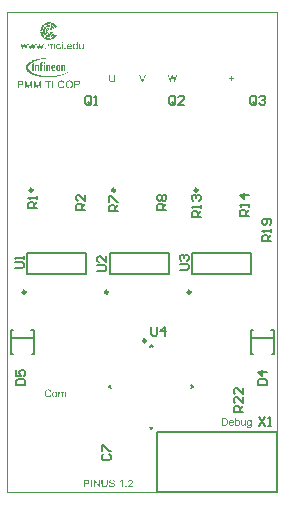
<source format=gto>
%FSLAX25Y25*%
%MOIN*%
G70*
G01*
G75*
%ADD10R,0.03937X0.05906*%
%ADD11R,0.15748X0.08465*%
%ADD12R,0.02402X0.03268*%
%ADD13R,0.15748X0.02362*%
%ADD14R,0.12362X0.02835*%
%ADD15R,0.03543X0.03150*%
%ADD16O,0.02362X0.08661*%
%ADD17P,0.20044X4X360.0*%
G04:AMPARAMS|DCode=18|XSize=8.66mil|YSize=27.56mil|CornerRadius=0mil|HoleSize=0mil|Usage=FLASHONLY|Rotation=315.000|XOffset=0mil|YOffset=0mil|HoleType=Round|Shape=Rectangle|*
%AMROTATEDRECTD18*
4,1,4,-0.01281,-0.00668,0.00668,0.01281,0.01281,0.00668,-0.00668,-0.01281,-0.01281,-0.00668,0.0*
%
%ADD18ROTATEDRECTD18*%

G04:AMPARAMS|DCode=19|XSize=8.66mil|YSize=27.56mil|CornerRadius=0mil|HoleSize=0mil|Usage=FLASHONLY|Rotation=45.000|XOffset=0mil|YOffset=0mil|HoleType=Round|Shape=Rectangle|*
%AMROTATEDRECTD19*
4,1,4,0.00668,-0.01281,-0.01281,0.00668,-0.00668,0.01281,0.01281,-0.00668,0.00668,-0.01281,0.0*
%
%ADD19ROTATEDRECTD19*%

%ADD20C,0.00800*%
%ADD21C,0.00600*%
%ADD22C,0.02000*%
%ADD23R,0.06500X0.17000*%
%ADD24R,0.07000X0.17000*%
%ADD25R,0.08000X0.05500*%
%ADD26R,0.07000X0.33000*%
%ADD27R,0.07500X0.05500*%
%ADD28R,0.10000X0.04500*%
%ADD29R,0.11000X0.04500*%
%ADD30R,0.07000X0.20000*%
%ADD31R,0.58000X0.10500*%
%ADD32C,0.00200*%
%ADD33R,0.05906X0.05906*%
%ADD34C,0.05906*%
%ADD35R,0.05906X0.05906*%
%ADD36C,0.01969*%
%ADD37R,0.01378X0.01378*%
%ADD38R,0.03150X0.03543*%
%ADD39R,0.23000X0.07500*%
%ADD40R,0.23500X0.07500*%
%ADD41R,0.17000X0.07500*%
%ADD42R,0.07000X0.19500*%
%ADD43R,0.08000X0.19500*%
%ADD44R,0.07000X0.21000*%
%ADD45R,0.08000X0.19000*%
%ADD46C,0.00984*%
%ADD47C,0.00787*%
%ADD48C,0.00500*%
G36*
X16890Y140739D02*
X16470D01*
Y140756D01*
X16890D01*
Y140739D01*
D02*
G37*
G36*
X17292D02*
X17275D01*
Y140756D01*
X17292D01*
Y140739D01*
D02*
G37*
G36*
X17730D02*
X17293D01*
Y140756D01*
X17730D01*
Y140739D01*
D02*
G37*
G36*
X16470D02*
X16453D01*
Y140756D01*
X16470D01*
Y140739D01*
D02*
G37*
G36*
X15280D02*
X14843D01*
Y140756D01*
X15280D01*
Y140739D01*
D02*
G37*
G36*
X15875D02*
X15858D01*
Y140756D01*
X15875D01*
Y140739D01*
D02*
G37*
G36*
X15962D02*
X15875D01*
Y140756D01*
X15962D01*
Y140739D01*
D02*
G37*
G36*
X9295Y140756D02*
X9278D01*
Y140774D01*
X9295D01*
Y140756D01*
D02*
G37*
G36*
X9697D02*
X9295D01*
Y140774D01*
X9697D01*
Y140756D01*
D02*
G37*
G36*
X10555D02*
X10153D01*
Y140774D01*
X10555D01*
Y140756D01*
D02*
G37*
G36*
X8805D02*
X8403D01*
Y140774D01*
X8805D01*
Y140756D01*
D02*
G37*
G36*
X18535Y140739D02*
X18133D01*
Y140756D01*
X18535D01*
Y140739D01*
D02*
G37*
G36*
X19410D02*
X19008D01*
Y140756D01*
X19410D01*
Y140739D01*
D02*
G37*
G36*
X7248Y140756D02*
X6338D01*
Y140774D01*
X7248D01*
Y140756D01*
D02*
G37*
G36*
X14388Y140739D02*
X13985D01*
Y140756D01*
X14388D01*
Y140739D01*
D02*
G37*
G36*
X7265D02*
X6355D01*
Y140756D01*
X7265D01*
Y140739D01*
D02*
G37*
G36*
X8805D02*
X8403D01*
Y140756D01*
X8805D01*
Y140739D01*
D02*
G37*
G36*
X9295D02*
X9278D01*
Y140756D01*
X9295D01*
Y140739D01*
D02*
G37*
G36*
X19410Y140721D02*
X19008D01*
Y140739D01*
X19410D01*
Y140721D01*
D02*
G37*
G36*
X16907D02*
X16470D01*
Y140739D01*
X16907D01*
Y140721D01*
D02*
G37*
G36*
X17713D02*
X17275D01*
Y140739D01*
X17713D01*
Y140721D01*
D02*
G37*
G36*
X18535D02*
X18133D01*
Y140739D01*
X18535D01*
Y140721D01*
D02*
G37*
G36*
X12200Y140739D02*
X12183D01*
Y140756D01*
X12200D01*
Y140739D01*
D02*
G37*
G36*
X12603D02*
X12200D01*
Y140756D01*
X12603D01*
Y140739D01*
D02*
G37*
G36*
X13512D02*
X13110D01*
Y140756D01*
X13512D01*
Y140739D01*
D02*
G37*
G36*
X11518D02*
X11500D01*
Y140756D01*
X11518D01*
Y140739D01*
D02*
G37*
G36*
X9697D02*
X9295D01*
Y140756D01*
X9697D01*
Y140739D01*
D02*
G37*
G36*
X10555D02*
X10153D01*
Y140756D01*
X10555D01*
Y140739D01*
D02*
G37*
G36*
X11500D02*
X11098D01*
Y140756D01*
X11500D01*
Y140739D01*
D02*
G37*
G36*
Y140756D02*
X11098D01*
Y140774D01*
X11500D01*
Y140756D01*
D02*
G37*
G36*
X10555Y140774D02*
X10153D01*
Y140791D01*
X10555D01*
Y140774D01*
D02*
G37*
G36*
X11500D02*
X11098D01*
Y140791D01*
X11500D01*
Y140774D01*
D02*
G37*
G36*
X11518D02*
X11500D01*
Y140791D01*
X11518D01*
Y140774D01*
D02*
G37*
G36*
X9697D02*
X9295D01*
Y140791D01*
X9697D01*
Y140774D01*
D02*
G37*
G36*
X7248D02*
X7230D01*
Y140791D01*
X7248D01*
Y140774D01*
D02*
G37*
G36*
X8805D02*
X8403D01*
Y140791D01*
X8805D01*
Y140774D01*
D02*
G37*
G36*
X9295D02*
X9278D01*
Y140791D01*
X9295D01*
Y140774D01*
D02*
G37*
G36*
X15262D02*
X14825D01*
Y140791D01*
X15262D01*
Y140774D01*
D02*
G37*
G36*
X15910D02*
X15893D01*
Y140791D01*
X15910D01*
Y140774D01*
D02*
G37*
G36*
X15945D02*
X15910D01*
Y140791D01*
X15945D01*
Y140774D01*
D02*
G37*
G36*
X14388D02*
X13985D01*
Y140791D01*
X14388D01*
Y140774D01*
D02*
G37*
G36*
X12200D02*
X12183D01*
Y140791D01*
X12200D01*
Y140774D01*
D02*
G37*
G36*
X12603D02*
X12200D01*
Y140791D01*
X12603D01*
Y140774D01*
D02*
G37*
G36*
X13512D02*
X13110D01*
Y140791D01*
X13512D01*
Y140774D01*
D02*
G37*
G36*
X7230D02*
X6338D01*
Y140791D01*
X7230D01*
Y140774D01*
D02*
G37*
G36*
X14388Y140756D02*
X13985D01*
Y140774D01*
X14388D01*
Y140756D01*
D02*
G37*
G36*
X14842D02*
X14825D01*
Y140774D01*
X14842D01*
Y140756D01*
D02*
G37*
G36*
X15280D02*
X14843D01*
Y140774D01*
X15280D01*
Y140756D01*
D02*
G37*
G36*
X13512D02*
X13110D01*
Y140774D01*
X13512D01*
Y140756D01*
D02*
G37*
G36*
X11518D02*
X11500D01*
Y140774D01*
X11518D01*
Y140756D01*
D02*
G37*
G36*
X12200D02*
X12183D01*
Y140774D01*
X12200D01*
Y140756D01*
D02*
G37*
G36*
X12603D02*
X12200D01*
Y140774D01*
X12603D01*
Y140756D01*
D02*
G37*
G36*
X17730D02*
X17293D01*
Y140774D01*
X17730D01*
Y140756D01*
D02*
G37*
G36*
X18535D02*
X18133D01*
Y140774D01*
X18535D01*
Y140756D01*
D02*
G37*
G36*
X19410D02*
X19008D01*
Y140774D01*
X19410D01*
Y140756D01*
D02*
G37*
G36*
X16890D02*
X16453D01*
Y140774D01*
X16890D01*
Y140756D01*
D02*
G37*
G36*
X15892D02*
X15875D01*
Y140774D01*
X15892D01*
Y140756D01*
D02*
G37*
G36*
X15945D02*
X15893D01*
Y140774D01*
X15945D01*
Y140756D01*
D02*
G37*
G36*
X15962D02*
X15945D01*
Y140774D01*
X15962D01*
Y140756D01*
D02*
G37*
G36*
X17713Y140686D02*
X17695D01*
Y140704D01*
X17713D01*
Y140686D01*
D02*
G37*
G36*
X18535D02*
X18133D01*
Y140704D01*
X18535D01*
Y140686D01*
D02*
G37*
G36*
X19410D02*
X19008D01*
Y140704D01*
X19410D01*
Y140686D01*
D02*
G37*
G36*
X17695D02*
X17258D01*
Y140704D01*
X17695D01*
Y140686D01*
D02*
G37*
G36*
X15998D02*
X15805D01*
Y140704D01*
X15998D01*
Y140686D01*
D02*
G37*
G36*
X16488D02*
X16470D01*
Y140704D01*
X16488D01*
Y140686D01*
D02*
G37*
G36*
X16925D02*
X16488D01*
Y140704D01*
X16925D01*
Y140686D01*
D02*
G37*
G36*
X10555Y140704D02*
X10153D01*
Y140721D01*
X10555D01*
Y140704D01*
D02*
G37*
G36*
X11500D02*
X11098D01*
Y140721D01*
X11500D01*
Y140704D01*
D02*
G37*
G36*
X11518D02*
X11500D01*
Y140721D01*
X11518D01*
Y140704D01*
D02*
G37*
G36*
X9697D02*
X9295D01*
Y140721D01*
X9697D01*
Y140704D01*
D02*
G37*
G36*
X7282D02*
X6373D01*
Y140721D01*
X7282D01*
Y140704D01*
D02*
G37*
G36*
X8805D02*
X8403D01*
Y140721D01*
X8805D01*
Y140704D01*
D02*
G37*
G36*
X9295D02*
X9278D01*
Y140721D01*
X9295D01*
Y140704D01*
D02*
G37*
G36*
X15333Y140686D02*
X14860D01*
Y140704D01*
X15333D01*
Y140686D01*
D02*
G37*
G36*
X8805D02*
X8403D01*
Y140704D01*
X8805D01*
Y140686D01*
D02*
G37*
G36*
X9295D02*
X9278D01*
Y140704D01*
X9295D01*
Y140686D01*
D02*
G37*
G36*
X9697D02*
X9295D01*
Y140704D01*
X9697D01*
Y140686D01*
D02*
G37*
G36*
X7300D02*
X6373D01*
Y140704D01*
X7300D01*
Y140686D01*
D02*
G37*
G36*
X17695Y140669D02*
X17258D01*
Y140686D01*
X17695D01*
Y140669D01*
D02*
G37*
G36*
X18535D02*
X18133D01*
Y140686D01*
X18535D01*
Y140669D01*
D02*
G37*
G36*
X19410D02*
X19008D01*
Y140686D01*
X19410D01*
Y140669D01*
D02*
G37*
G36*
X12603Y140686D02*
X12200D01*
Y140704D01*
X12603D01*
Y140686D01*
D02*
G37*
G36*
X13512D02*
X13110D01*
Y140704D01*
X13512D01*
Y140686D01*
D02*
G37*
G36*
X14388D02*
X13985D01*
Y140704D01*
X14388D01*
Y140686D01*
D02*
G37*
G36*
X12200D02*
X12183D01*
Y140704D01*
X12200D01*
Y140686D01*
D02*
G37*
G36*
X10555D02*
X10153D01*
Y140704D01*
X10555D01*
Y140686D01*
D02*
G37*
G36*
X11500D02*
X11098D01*
Y140704D01*
X11500D01*
Y140686D01*
D02*
G37*
G36*
X11518D02*
X11500D01*
Y140704D01*
X11518D01*
Y140686D01*
D02*
G37*
G36*
X12200Y140704D02*
X12183D01*
Y140721D01*
X12200D01*
Y140704D01*
D02*
G37*
G36*
X11518Y140721D02*
X11500D01*
Y140739D01*
X11518D01*
Y140721D01*
D02*
G37*
G36*
X12200D02*
X12183D01*
Y140739D01*
X12200D01*
Y140721D01*
D02*
G37*
G36*
X12603D02*
X12200D01*
Y140739D01*
X12603D01*
Y140721D01*
D02*
G37*
G36*
X11500D02*
X11098D01*
Y140739D01*
X11500D01*
Y140721D01*
D02*
G37*
G36*
X9295D02*
X9278D01*
Y140739D01*
X9295D01*
Y140721D01*
D02*
G37*
G36*
X9697D02*
X9295D01*
Y140739D01*
X9697D01*
Y140721D01*
D02*
G37*
G36*
X10555D02*
X10153D01*
Y140739D01*
X10555D01*
Y140721D01*
D02*
G37*
G36*
X15857D02*
X15840D01*
Y140739D01*
X15857D01*
Y140721D01*
D02*
G37*
G36*
X15980D02*
X15858D01*
Y140739D01*
X15980D01*
Y140721D01*
D02*
G37*
G36*
X16470D02*
X16453D01*
Y140739D01*
X16470D01*
Y140721D01*
D02*
G37*
G36*
X15297D02*
X15280D01*
Y140739D01*
X15297D01*
Y140721D01*
D02*
G37*
G36*
X13512D02*
X13110D01*
Y140739D01*
X13512D01*
Y140721D01*
D02*
G37*
G36*
X14388D02*
X13985D01*
Y140739D01*
X14388D01*
Y140721D01*
D02*
G37*
G36*
X15280D02*
X14843D01*
Y140739D01*
X15280D01*
Y140721D01*
D02*
G37*
G36*
X8805D02*
X8403D01*
Y140739D01*
X8805D01*
Y140721D01*
D02*
G37*
G36*
X15297Y140704D02*
X14860D01*
Y140721D01*
X15297D01*
Y140704D01*
D02*
G37*
G36*
X15315D02*
X15298D01*
Y140721D01*
X15315D01*
Y140704D01*
D02*
G37*
G36*
X15840D02*
X15823D01*
Y140721D01*
X15840D01*
Y140704D01*
D02*
G37*
G36*
X14860D02*
X14843D01*
Y140721D01*
X14860D01*
Y140704D01*
D02*
G37*
G36*
X12603D02*
X12200D01*
Y140721D01*
X12603D01*
Y140704D01*
D02*
G37*
G36*
X13512D02*
X13110D01*
Y140721D01*
X13512D01*
Y140704D01*
D02*
G37*
G36*
X14388D02*
X13985D01*
Y140721D01*
X14388D01*
Y140704D01*
D02*
G37*
G36*
X18535D02*
X18133D01*
Y140721D01*
X18535D01*
Y140704D01*
D02*
G37*
G36*
X19410D02*
X19008D01*
Y140721D01*
X19410D01*
Y140704D01*
D02*
G37*
G36*
X7282Y140721D02*
X6355D01*
Y140739D01*
X7282D01*
Y140721D01*
D02*
G37*
G36*
X17713Y140704D02*
X17275D01*
Y140721D01*
X17713D01*
Y140704D01*
D02*
G37*
G36*
X15980D02*
X15840D01*
Y140721D01*
X15980D01*
Y140704D01*
D02*
G37*
G36*
X16907D02*
X16470D01*
Y140721D01*
X16907D01*
Y140704D01*
D02*
G37*
G36*
X17275D02*
X17258D01*
Y140721D01*
X17275D01*
Y140704D01*
D02*
G37*
G36*
X16453Y140774D02*
X16435D01*
Y140791D01*
X16453D01*
Y140774D01*
D02*
G37*
G36*
X17748Y140844D02*
X17328D01*
Y140861D01*
X17748D01*
Y140844D01*
D02*
G37*
G36*
X18535D02*
X18133D01*
Y140861D01*
X18535D01*
Y140844D01*
D02*
G37*
G36*
X19410D02*
X19008D01*
Y140861D01*
X19410D01*
Y140844D01*
D02*
G37*
G36*
X17327D02*
X17310D01*
Y140861D01*
X17327D01*
Y140844D01*
D02*
G37*
G36*
X15228D02*
X14808D01*
Y140861D01*
X15228D01*
Y140844D01*
D02*
G37*
G36*
X16435D02*
X16418D01*
Y140861D01*
X16435D01*
Y140844D01*
D02*
G37*
G36*
X16855D02*
X16435D01*
Y140861D01*
X16855D01*
Y140844D01*
D02*
G37*
G36*
X9697Y140861D02*
X9295D01*
Y140879D01*
X9697D01*
Y140861D01*
D02*
G37*
G36*
X10555D02*
X10153D01*
Y140879D01*
X10555D01*
Y140861D01*
D02*
G37*
G36*
X11500D02*
X11098D01*
Y140879D01*
X11500D01*
Y140861D01*
D02*
G37*
G36*
X9295D02*
X9278D01*
Y140879D01*
X9295D01*
Y140861D01*
D02*
G37*
G36*
X7195D02*
X6303D01*
Y140879D01*
X7195D01*
Y140861D01*
D02*
G37*
G36*
X7213D02*
X7195D01*
Y140879D01*
X7213D01*
Y140861D01*
D02*
G37*
G36*
X8805D02*
X8403D01*
Y140879D01*
X8805D01*
Y140861D01*
D02*
G37*
G36*
X14388Y140844D02*
X13985D01*
Y140861D01*
X14388D01*
Y140844D01*
D02*
G37*
G36*
X7213D02*
X7195D01*
Y140861D01*
X7213D01*
Y140844D01*
D02*
G37*
G36*
X8805D02*
X8403D01*
Y140861D01*
X8805D01*
Y140844D01*
D02*
G37*
G36*
X9295D02*
X9278D01*
Y140861D01*
X9295D01*
Y140844D01*
D02*
G37*
G36*
X7195D02*
X6320D01*
Y140861D01*
X7195D01*
Y140844D01*
D02*
G37*
G36*
X17748Y140826D02*
X17730D01*
Y140844D01*
X17748D01*
Y140826D01*
D02*
G37*
G36*
X18535D02*
X18133D01*
Y140844D01*
X18535D01*
Y140826D01*
D02*
G37*
G36*
X19410D02*
X19008D01*
Y140844D01*
X19410D01*
Y140826D01*
D02*
G37*
G36*
X12200Y140844D02*
X12183D01*
Y140861D01*
X12200D01*
Y140844D01*
D02*
G37*
G36*
X12603D02*
X12200D01*
Y140861D01*
X12603D01*
Y140844D01*
D02*
G37*
G36*
X13512D02*
X13110D01*
Y140861D01*
X13512D01*
Y140844D01*
D02*
G37*
G36*
X11518D02*
X11500D01*
Y140861D01*
X11518D01*
Y140844D01*
D02*
G37*
G36*
X9697D02*
X9295D01*
Y140861D01*
X9697D01*
Y140844D01*
D02*
G37*
G36*
X10555D02*
X10153D01*
Y140861D01*
X10555D01*
Y140844D01*
D02*
G37*
G36*
X11500D02*
X11098D01*
Y140861D01*
X11500D01*
Y140844D01*
D02*
G37*
G36*
X11518Y140861D02*
X11500D01*
Y140879D01*
X11518D01*
Y140861D01*
D02*
G37*
G36*
Y140879D02*
X11500D01*
Y140896D01*
X11518D01*
Y140879D01*
D02*
G37*
G36*
X12200D02*
X12183D01*
Y140896D01*
X12200D01*
Y140879D01*
D02*
G37*
G36*
X12603D02*
X12200D01*
Y140896D01*
X12603D01*
Y140879D01*
D02*
G37*
G36*
X11500D02*
X11098D01*
Y140896D01*
X11500D01*
Y140879D01*
D02*
G37*
G36*
X9295D02*
X9278D01*
Y140896D01*
X9295D01*
Y140879D01*
D02*
G37*
G36*
X9697D02*
X9295D01*
Y140896D01*
X9697D01*
Y140879D01*
D02*
G37*
G36*
X10555D02*
X10153D01*
Y140896D01*
X10555D01*
Y140879D01*
D02*
G37*
G36*
X15227D02*
X15210D01*
Y140896D01*
X15227D01*
Y140879D01*
D02*
G37*
G36*
X16435D02*
X16418D01*
Y140896D01*
X16435D01*
Y140879D01*
D02*
G37*
G36*
X16838D02*
X16435D01*
Y140896D01*
X16838D01*
Y140879D01*
D02*
G37*
G36*
X15210D02*
X14808D01*
Y140896D01*
X15210D01*
Y140879D01*
D02*
G37*
G36*
X13512D02*
X13110D01*
Y140896D01*
X13512D01*
Y140879D01*
D02*
G37*
G36*
X14388D02*
X13985D01*
Y140896D01*
X14388D01*
Y140879D01*
D02*
G37*
G36*
X14807D02*
X14790D01*
Y140896D01*
X14807D01*
Y140879D01*
D02*
G37*
G36*
X8805D02*
X8403D01*
Y140896D01*
X8805D01*
Y140879D01*
D02*
G37*
G36*
X15210Y140861D02*
X14808D01*
Y140879D01*
X15210D01*
Y140861D01*
D02*
G37*
G36*
X15227D02*
X15210D01*
Y140879D01*
X15227D01*
Y140861D01*
D02*
G37*
G36*
X16435D02*
X16418D01*
Y140879D01*
X16435D01*
Y140861D01*
D02*
G37*
G36*
X14388D02*
X13985D01*
Y140879D01*
X14388D01*
Y140861D01*
D02*
G37*
G36*
X12200D02*
X12183D01*
Y140879D01*
X12200D01*
Y140861D01*
D02*
G37*
G36*
X12603D02*
X12200D01*
Y140879D01*
X12603D01*
Y140861D01*
D02*
G37*
G36*
X13512D02*
X13110D01*
Y140879D01*
X13512D01*
Y140861D01*
D02*
G37*
G36*
X18535D02*
X18133D01*
Y140879D01*
X18535D01*
Y140861D01*
D02*
G37*
G36*
X19410D02*
X19008D01*
Y140879D01*
X19410D01*
Y140861D01*
D02*
G37*
G36*
X7195Y140879D02*
X6303D01*
Y140896D01*
X7195D01*
Y140879D01*
D02*
G37*
G36*
X17765Y140861D02*
X17328D01*
Y140879D01*
X17765D01*
Y140861D01*
D02*
G37*
G36*
X16838D02*
X16435D01*
Y140879D01*
X16838D01*
Y140861D01*
D02*
G37*
G36*
X16855D02*
X16838D01*
Y140879D01*
X16855D01*
Y140861D01*
D02*
G37*
G36*
X17327D02*
X17310D01*
Y140879D01*
X17327D01*
Y140861D01*
D02*
G37*
G36*
X16873Y140791D02*
X16453D01*
Y140809D01*
X16873D01*
Y140791D01*
D02*
G37*
G36*
X17310D02*
X17293D01*
Y140809D01*
X17310D01*
Y140791D01*
D02*
G37*
G36*
X17730D02*
X17310D01*
Y140809D01*
X17730D01*
Y140791D01*
D02*
G37*
G36*
X16453D02*
X16435D01*
Y140809D01*
X16453D01*
Y140791D01*
D02*
G37*
G36*
X14388D02*
X13985D01*
Y140809D01*
X14388D01*
Y140791D01*
D02*
G37*
G36*
X15245D02*
X14825D01*
Y140809D01*
X15245D01*
Y140791D01*
D02*
G37*
G36*
X15945D02*
X15910D01*
Y140809D01*
X15945D01*
Y140791D01*
D02*
G37*
G36*
X8805Y140809D02*
X8403D01*
Y140826D01*
X8805D01*
Y140809D01*
D02*
G37*
G36*
X9295D02*
X9278D01*
Y140826D01*
X9295D01*
Y140809D01*
D02*
G37*
G36*
X9697D02*
X9295D01*
Y140826D01*
X9697D01*
Y140809D01*
D02*
G37*
G36*
X7230D02*
X7213D01*
Y140826D01*
X7230D01*
Y140809D01*
D02*
G37*
G36*
X18535Y140791D02*
X18133D01*
Y140809D01*
X18535D01*
Y140791D01*
D02*
G37*
G36*
X19410D02*
X19008D01*
Y140809D01*
X19410D01*
Y140791D01*
D02*
G37*
G36*
X7213Y140809D02*
X6320D01*
Y140826D01*
X7213D01*
Y140809D01*
D02*
G37*
G36*
X13512Y140791D02*
X13110D01*
Y140809D01*
X13512D01*
Y140791D01*
D02*
G37*
G36*
X19410Y140774D02*
X19008D01*
Y140791D01*
X19410D01*
Y140774D01*
D02*
G37*
G36*
X7230Y140791D02*
X6338D01*
Y140809D01*
X7230D01*
Y140791D01*
D02*
G37*
G36*
X8805D02*
X8403D01*
Y140809D01*
X8805D01*
Y140791D01*
D02*
G37*
G36*
X18535Y140774D02*
X18133D01*
Y140791D01*
X18535D01*
Y140774D01*
D02*
G37*
G36*
X16873D02*
X16453D01*
Y140791D01*
X16873D01*
Y140774D01*
D02*
G37*
G36*
X17310D02*
X17293D01*
Y140791D01*
X17310D01*
Y140774D01*
D02*
G37*
G36*
X17730D02*
X17310D01*
Y140791D01*
X17730D01*
Y140774D01*
D02*
G37*
G36*
X11518Y140791D02*
X11500D01*
Y140809D01*
X11518D01*
Y140791D01*
D02*
G37*
G36*
X12200D02*
X12183D01*
Y140809D01*
X12200D01*
Y140791D01*
D02*
G37*
G36*
X12603D02*
X12200D01*
Y140809D01*
X12603D01*
Y140791D01*
D02*
G37*
G36*
X11500D02*
X11098D01*
Y140809D01*
X11500D01*
Y140791D01*
D02*
G37*
G36*
X9295D02*
X9278D01*
Y140809D01*
X9295D01*
Y140791D01*
D02*
G37*
G36*
X9697D02*
X9295D01*
Y140809D01*
X9697D01*
Y140791D01*
D02*
G37*
G36*
X10555D02*
X10153D01*
Y140809D01*
X10555D01*
Y140791D01*
D02*
G37*
G36*
Y140809D02*
X10153D01*
Y140826D01*
X10555D01*
Y140809D01*
D02*
G37*
G36*
X12200Y140826D02*
X12183D01*
Y140844D01*
X12200D01*
Y140826D01*
D02*
G37*
G36*
X12603D02*
X12200D01*
Y140844D01*
X12603D01*
Y140826D01*
D02*
G37*
G36*
X13512D02*
X13110D01*
Y140844D01*
X13512D01*
Y140826D01*
D02*
G37*
G36*
X11518D02*
X11500D01*
Y140844D01*
X11518D01*
Y140826D01*
D02*
G37*
G36*
X9697D02*
X9295D01*
Y140844D01*
X9697D01*
Y140826D01*
D02*
G37*
G36*
X10555D02*
X10153D01*
Y140844D01*
X10555D01*
Y140826D01*
D02*
G37*
G36*
X11500D02*
X11098D01*
Y140844D01*
X11500D01*
Y140826D01*
D02*
G37*
G36*
X16855D02*
X16435D01*
Y140844D01*
X16855D01*
Y140826D01*
D02*
G37*
G36*
X17327D02*
X17310D01*
Y140844D01*
X17327D01*
Y140826D01*
D02*
G37*
G36*
X17730D02*
X17328D01*
Y140844D01*
X17730D01*
Y140826D01*
D02*
G37*
G36*
X15245D02*
X15228D01*
Y140844D01*
X15245D01*
Y140826D01*
D02*
G37*
G36*
X14388D02*
X13985D01*
Y140844D01*
X14388D01*
Y140826D01*
D02*
G37*
G36*
X14825D02*
X14808D01*
Y140844D01*
X14825D01*
Y140826D01*
D02*
G37*
G36*
X15227D02*
X14825D01*
Y140844D01*
X15227D01*
Y140826D01*
D02*
G37*
G36*
X9295D02*
X9278D01*
Y140844D01*
X9295D01*
Y140826D01*
D02*
G37*
G36*
X13512Y140809D02*
X13110D01*
Y140826D01*
X13512D01*
Y140809D01*
D02*
G37*
G36*
X14388D02*
X13985D01*
Y140826D01*
X14388D01*
Y140809D01*
D02*
G37*
G36*
X14825D02*
X14808D01*
Y140826D01*
X14825D01*
Y140809D01*
D02*
G37*
G36*
X12603D02*
X12200D01*
Y140826D01*
X12603D01*
Y140809D01*
D02*
G37*
G36*
X11500D02*
X11098D01*
Y140826D01*
X11500D01*
Y140809D01*
D02*
G37*
G36*
X11518D02*
X11500D01*
Y140826D01*
X11518D01*
Y140809D01*
D02*
G37*
G36*
X12200D02*
X12183D01*
Y140826D01*
X12200D01*
Y140809D01*
D02*
G37*
G36*
X19410D02*
X19008D01*
Y140826D01*
X19410D01*
Y140809D01*
D02*
G37*
G36*
X7213Y140826D02*
X6320D01*
Y140844D01*
X7213D01*
Y140826D01*
D02*
G37*
G36*
X8805D02*
X8403D01*
Y140844D01*
X8805D01*
Y140826D01*
D02*
G37*
G36*
X18535Y140809D02*
X18133D01*
Y140826D01*
X18535D01*
Y140809D01*
D02*
G37*
G36*
X15245D02*
X14825D01*
Y140826D01*
X15245D01*
Y140809D01*
D02*
G37*
G36*
X16872D02*
X16435D01*
Y140826D01*
X16872D01*
Y140809D01*
D02*
G37*
G36*
X17748D02*
X17310D01*
Y140826D01*
X17748D01*
Y140809D01*
D02*
G37*
G36*
X7370Y140546D02*
X6443D01*
Y140564D01*
X7370D01*
Y140546D01*
D02*
G37*
G36*
X7388D02*
X7370D01*
Y140564D01*
X7388D01*
Y140546D01*
D02*
G37*
G36*
X8805D02*
X8403D01*
Y140564D01*
X8805D01*
Y140546D01*
D02*
G37*
G36*
X19410Y140529D02*
X19008D01*
Y140546D01*
X19410D01*
Y140529D01*
D02*
G37*
G36*
X16557D02*
X16540D01*
Y140546D01*
X16557D01*
Y140529D01*
D02*
G37*
G36*
X17625D02*
X16558D01*
Y140546D01*
X17625D01*
Y140529D01*
D02*
G37*
G36*
X18535D02*
X18133D01*
Y140546D01*
X18535D01*
Y140529D01*
D02*
G37*
G36*
X11518Y140546D02*
X11500D01*
Y140564D01*
X11518D01*
Y140546D01*
D02*
G37*
G36*
X12200D02*
X12183D01*
Y140564D01*
X12200D01*
Y140546D01*
D02*
G37*
G36*
X12603D02*
X12200D01*
Y140564D01*
X12603D01*
Y140546D01*
D02*
G37*
G36*
X11500D02*
X11098D01*
Y140564D01*
X11500D01*
Y140546D01*
D02*
G37*
G36*
X9295D02*
X9278D01*
Y140564D01*
X9295D01*
Y140546D01*
D02*
G37*
G36*
X9697D02*
X9295D01*
Y140564D01*
X9697D01*
Y140546D01*
D02*
G37*
G36*
X10555D02*
X10153D01*
Y140564D01*
X10555D01*
Y140546D01*
D02*
G37*
G36*
X16085Y140529D02*
X14948D01*
Y140546D01*
X16085D01*
Y140529D01*
D02*
G37*
G36*
X9295D02*
X9278D01*
Y140546D01*
X9295D01*
Y140529D01*
D02*
G37*
G36*
X9697D02*
X9295D01*
Y140546D01*
X9697D01*
Y140529D01*
D02*
G37*
G36*
X10555D02*
X10153D01*
Y140546D01*
X10555D01*
Y140529D01*
D02*
G37*
G36*
X8805D02*
X8403D01*
Y140546D01*
X8805D01*
Y140529D01*
D02*
G37*
G36*
X18535Y140511D02*
X18133D01*
Y140529D01*
X18535D01*
Y140511D01*
D02*
G37*
G36*
X19410D02*
X19008D01*
Y140529D01*
X19410D01*
Y140511D01*
D02*
G37*
G36*
X7405Y140529D02*
X6460D01*
Y140546D01*
X7405D01*
Y140529D01*
D02*
G37*
G36*
X13512D02*
X13110D01*
Y140546D01*
X13512D01*
Y140529D01*
D02*
G37*
G36*
X14388D02*
X13985D01*
Y140546D01*
X14388D01*
Y140529D01*
D02*
G37*
G36*
X14947D02*
X14930D01*
Y140546D01*
X14947D01*
Y140529D01*
D02*
G37*
G36*
X12603D02*
X12200D01*
Y140546D01*
X12603D01*
Y140529D01*
D02*
G37*
G36*
X11500D02*
X11098D01*
Y140546D01*
X11500D01*
Y140529D01*
D02*
G37*
G36*
X11518D02*
X11500D01*
Y140546D01*
X11518D01*
Y140529D01*
D02*
G37*
G36*
X12200D02*
X12183D01*
Y140546D01*
X12200D01*
Y140529D01*
D02*
G37*
G36*
X13512Y140546D02*
X13110D01*
Y140564D01*
X13512D01*
Y140546D01*
D02*
G37*
G36*
X17642Y140564D02*
X16540D01*
Y140581D01*
X17642D01*
Y140564D01*
D02*
G37*
G36*
X18535D02*
X18133D01*
Y140581D01*
X18535D01*
Y140564D01*
D02*
G37*
G36*
X19410D02*
X19008D01*
Y140581D01*
X19410D01*
Y140564D01*
D02*
G37*
G36*
X16540D02*
X16523D01*
Y140581D01*
X16540D01*
Y140564D01*
D02*
G37*
G36*
X14388D02*
X13985D01*
Y140581D01*
X14388D01*
Y140564D01*
D02*
G37*
G36*
X16050D02*
X14913D01*
Y140581D01*
X16050D01*
Y140564D01*
D02*
G37*
G36*
X16068D02*
X16050D01*
Y140581D01*
X16068D01*
Y140564D01*
D02*
G37*
G36*
X9697Y140581D02*
X9295D01*
Y140599D01*
X9697D01*
Y140581D01*
D02*
G37*
G36*
X10555D02*
X10153D01*
Y140599D01*
X10555D01*
Y140581D01*
D02*
G37*
G36*
X11500D02*
X11098D01*
Y140599D01*
X11500D01*
Y140581D01*
D02*
G37*
G36*
X9295D02*
X9278D01*
Y140599D01*
X9295D01*
Y140581D01*
D02*
G37*
G36*
X7352D02*
X6425D01*
Y140599D01*
X7352D01*
Y140581D01*
D02*
G37*
G36*
X7370D02*
X7353D01*
Y140599D01*
X7370D01*
Y140581D01*
D02*
G37*
G36*
X8805D02*
X8403D01*
Y140599D01*
X8805D01*
Y140581D01*
D02*
G37*
G36*
X13512Y140564D02*
X13110D01*
Y140581D01*
X13512D01*
Y140564D01*
D02*
G37*
G36*
X19410Y140546D02*
X19008D01*
Y140564D01*
X19410D01*
Y140546D01*
D02*
G37*
G36*
X7370Y140564D02*
X6425D01*
Y140581D01*
X7370D01*
Y140564D01*
D02*
G37*
G36*
X8805D02*
X8403D01*
Y140581D01*
X8805D01*
Y140564D01*
D02*
G37*
G36*
X18535Y140546D02*
X18133D01*
Y140564D01*
X18535D01*
Y140546D01*
D02*
G37*
G36*
X14388D02*
X13985D01*
Y140564D01*
X14388D01*
Y140546D01*
D02*
G37*
G36*
X16068D02*
X14930D01*
Y140564D01*
X16068D01*
Y140546D01*
D02*
G37*
G36*
X17642D02*
X16540D01*
Y140564D01*
X17642D01*
Y140546D01*
D02*
G37*
G36*
X11518Y140564D02*
X11500D01*
Y140581D01*
X11518D01*
Y140564D01*
D02*
G37*
G36*
X12200D02*
X12183D01*
Y140581D01*
X12200D01*
Y140564D01*
D02*
G37*
G36*
X12603D02*
X12200D01*
Y140581D01*
X12603D01*
Y140564D01*
D02*
G37*
G36*
X11500D02*
X11098D01*
Y140581D01*
X11500D01*
Y140564D01*
D02*
G37*
G36*
X9295D02*
X9278D01*
Y140581D01*
X9295D01*
Y140564D01*
D02*
G37*
G36*
X9697D02*
X9295D01*
Y140581D01*
X9697D01*
Y140564D01*
D02*
G37*
G36*
X10555D02*
X10153D01*
Y140581D01*
X10555D01*
Y140564D01*
D02*
G37*
G36*
X12200Y140476D02*
X12183D01*
Y140494D01*
X12200D01*
Y140476D01*
D02*
G37*
G36*
X12603D02*
X12200D01*
Y140494D01*
X12603D01*
Y140476D01*
D02*
G37*
G36*
X13512D02*
X13110D01*
Y140494D01*
X13512D01*
Y140476D01*
D02*
G37*
G36*
X11518D02*
X11500D01*
Y140494D01*
X11518D01*
Y140476D01*
D02*
G37*
G36*
X9697D02*
X9295D01*
Y140494D01*
X9697D01*
Y140476D01*
D02*
G37*
G36*
X10555D02*
X10153D01*
Y140494D01*
X10555D01*
Y140476D01*
D02*
G37*
G36*
X11500D02*
X11098D01*
Y140494D01*
X11500D01*
Y140476D01*
D02*
G37*
G36*
X17590D02*
X16593D01*
Y140494D01*
X17590D01*
Y140476D01*
D02*
G37*
G36*
X18535D02*
X18133D01*
Y140494D01*
X18535D01*
Y140476D01*
D02*
G37*
G36*
X19410D02*
X19008D01*
Y140494D01*
X19410D01*
Y140476D01*
D02*
G37*
G36*
X16592D02*
X16575D01*
Y140494D01*
X16592D01*
Y140476D01*
D02*
G37*
G36*
X14388D02*
X13985D01*
Y140494D01*
X14388D01*
Y140476D01*
D02*
G37*
G36*
X14983D02*
X14965D01*
Y140494D01*
X14983D01*
Y140476D01*
D02*
G37*
G36*
X16085D02*
X14983D01*
Y140494D01*
X16085D01*
Y140476D01*
D02*
G37*
G36*
X9295D02*
X9278D01*
Y140494D01*
X9295D01*
Y140476D01*
D02*
G37*
G36*
X12603Y140459D02*
X12200D01*
Y140476D01*
X12603D01*
Y140459D01*
D02*
G37*
G36*
X13512D02*
X13110D01*
Y140476D01*
X13512D01*
Y140459D01*
D02*
G37*
G36*
X14388D02*
X13985D01*
Y140476D01*
X14388D01*
Y140459D01*
D02*
G37*
G36*
X12200D02*
X12183D01*
Y140476D01*
X12200D01*
Y140459D01*
D02*
G37*
G36*
X10555D02*
X10153D01*
Y140476D01*
X10555D01*
Y140459D01*
D02*
G37*
G36*
X11500D02*
X11098D01*
Y140476D01*
X11500D01*
Y140459D01*
D02*
G37*
G36*
X11518D02*
X11500D01*
Y140476D01*
X11518D01*
Y140459D01*
D02*
G37*
G36*
X19410D02*
X19008D01*
Y140476D01*
X19410D01*
Y140459D01*
D02*
G37*
G36*
X7440Y140476D02*
X6478D01*
Y140494D01*
X7440D01*
Y140476D01*
D02*
G37*
G36*
X8805D02*
X8403D01*
Y140494D01*
X8805D01*
Y140476D01*
D02*
G37*
G36*
X18535Y140459D02*
X18133D01*
Y140476D01*
X18535D01*
Y140459D01*
D02*
G37*
G36*
X15000D02*
X14983D01*
Y140476D01*
X15000D01*
Y140459D01*
D02*
G37*
G36*
X16068D02*
X15000D01*
Y140476D01*
X16068D01*
Y140459D01*
D02*
G37*
G36*
X17590D02*
X16593D01*
Y140476D01*
X17590D01*
Y140459D01*
D02*
G37*
G36*
X7423Y140494D02*
X6477D01*
Y140511D01*
X7423D01*
Y140494D01*
D02*
G37*
G36*
X9697Y140511D02*
X9295D01*
Y140529D01*
X9697D01*
Y140511D01*
D02*
G37*
G36*
X10555D02*
X10153D01*
Y140529D01*
X10555D01*
Y140511D01*
D02*
G37*
G36*
X11500D02*
X11098D01*
Y140529D01*
X11500D01*
Y140511D01*
D02*
G37*
G36*
X9295D02*
X9278D01*
Y140529D01*
X9295D01*
Y140511D01*
D02*
G37*
G36*
X19410Y140494D02*
X19008D01*
Y140511D01*
X19410D01*
Y140494D01*
D02*
G37*
G36*
X7423Y140511D02*
X6460D01*
Y140529D01*
X7423D01*
Y140511D01*
D02*
G37*
G36*
X8805D02*
X8403D01*
Y140529D01*
X8805D01*
Y140511D01*
D02*
G37*
G36*
X14388D02*
X13985D01*
Y140529D01*
X14388D01*
Y140511D01*
D02*
G37*
G36*
X16085D02*
X14948D01*
Y140529D01*
X16085D01*
Y140511D01*
D02*
G37*
G36*
X17625D02*
X16558D01*
Y140529D01*
X17625D01*
Y140511D01*
D02*
G37*
G36*
X13512D02*
X13110D01*
Y140529D01*
X13512D01*
Y140511D01*
D02*
G37*
G36*
X11518D02*
X11500D01*
Y140529D01*
X11518D01*
Y140511D01*
D02*
G37*
G36*
X12200D02*
X12183D01*
Y140529D01*
X12200D01*
Y140511D01*
D02*
G37*
G36*
X12603D02*
X12200D01*
Y140529D01*
X12603D01*
Y140511D01*
D02*
G37*
G36*
X18535Y140494D02*
X18133D01*
Y140511D01*
X18535D01*
Y140494D01*
D02*
G37*
G36*
X11500D02*
X11098D01*
Y140511D01*
X11500D01*
Y140494D01*
D02*
G37*
G36*
X11518D02*
X11500D01*
Y140511D01*
X11518D01*
Y140494D01*
D02*
G37*
G36*
X12200D02*
X12183D01*
Y140511D01*
X12200D01*
Y140494D01*
D02*
G37*
G36*
X10555D02*
X10153D01*
Y140511D01*
X10555D01*
Y140494D01*
D02*
G37*
G36*
X8805D02*
X8403D01*
Y140511D01*
X8805D01*
Y140494D01*
D02*
G37*
G36*
X9295D02*
X9278D01*
Y140511D01*
X9295D01*
Y140494D01*
D02*
G37*
G36*
X9697D02*
X9295D01*
Y140511D01*
X9697D01*
Y140494D01*
D02*
G37*
G36*
X16085D02*
X14965D01*
Y140511D01*
X16085D01*
Y140494D01*
D02*
G37*
G36*
X16575D02*
X16558D01*
Y140511D01*
X16575D01*
Y140494D01*
D02*
G37*
G36*
X17607D02*
X16575D01*
Y140511D01*
X17607D01*
Y140494D01*
D02*
G37*
G36*
X14965D02*
X14948D01*
Y140511D01*
X14965D01*
Y140494D01*
D02*
G37*
G36*
X12603D02*
X12200D01*
Y140511D01*
X12603D01*
Y140494D01*
D02*
G37*
G36*
X13512D02*
X13110D01*
Y140511D01*
X13512D01*
Y140494D01*
D02*
G37*
G36*
X14388D02*
X13985D01*
Y140511D01*
X14388D01*
Y140494D01*
D02*
G37*
G36*
X11518Y140581D02*
X11500D01*
Y140599D01*
X11518D01*
Y140581D01*
D02*
G37*
G36*
X8805Y140651D02*
X8403D01*
Y140669D01*
X8805D01*
Y140651D01*
D02*
G37*
G36*
X9295D02*
X9278D01*
Y140669D01*
X9295D01*
Y140651D01*
D02*
G37*
G36*
X9697D02*
X9295D01*
Y140669D01*
X9697D01*
Y140651D01*
D02*
G37*
G36*
X7317D02*
X6390D01*
Y140669D01*
X7317D01*
Y140651D01*
D02*
G37*
G36*
X17678Y140634D02*
X17223D01*
Y140651D01*
X17678D01*
Y140634D01*
D02*
G37*
G36*
X18535D02*
X18133D01*
Y140651D01*
X18535D01*
Y140634D01*
D02*
G37*
G36*
X19410D02*
X19008D01*
Y140651D01*
X19410D01*
Y140634D01*
D02*
G37*
G36*
X12603Y140651D02*
X12200D01*
Y140669D01*
X12603D01*
Y140651D01*
D02*
G37*
G36*
X13512D02*
X13110D01*
Y140669D01*
X13512D01*
Y140651D01*
D02*
G37*
G36*
X14388D02*
X13985D01*
Y140669D01*
X14388D01*
Y140651D01*
D02*
G37*
G36*
X12200D02*
X12183D01*
Y140669D01*
X12200D01*
Y140651D01*
D02*
G37*
G36*
X10555D02*
X10153D01*
Y140669D01*
X10555D01*
Y140651D01*
D02*
G37*
G36*
X11500D02*
X11098D01*
Y140669D01*
X11500D01*
Y140651D01*
D02*
G37*
G36*
X11518D02*
X11500D01*
Y140669D01*
X11518D01*
Y140651D01*
D02*
G37*
G36*
X17222Y140634D02*
X17205D01*
Y140651D01*
X17222D01*
Y140634D01*
D02*
G37*
G36*
X11518D02*
X11500D01*
Y140651D01*
X11518D01*
Y140634D01*
D02*
G37*
G36*
X12200D02*
X12183D01*
Y140651D01*
X12200D01*
Y140634D01*
D02*
G37*
G36*
X12603D02*
X12200D01*
Y140651D01*
X12603D01*
Y140634D01*
D02*
G37*
G36*
X11500D02*
X11098D01*
Y140651D01*
X11500D01*
Y140634D01*
D02*
G37*
G36*
X9295D02*
X9278D01*
Y140651D01*
X9295D01*
Y140634D01*
D02*
G37*
G36*
X9697D02*
X9295D01*
Y140651D01*
X9697D01*
Y140634D01*
D02*
G37*
G36*
X10555D02*
X10153D01*
Y140651D01*
X10555D01*
Y140634D01*
D02*
G37*
G36*
X16015D02*
X15718D01*
Y140651D01*
X16015D01*
Y140634D01*
D02*
G37*
G36*
X16505D02*
X16488D01*
Y140651D01*
X16505D01*
Y140634D01*
D02*
G37*
G36*
X16960D02*
X16505D01*
Y140651D01*
X16960D01*
Y140634D01*
D02*
G37*
G36*
X15718D02*
X15700D01*
Y140651D01*
X15718D01*
Y140634D01*
D02*
G37*
G36*
X13512D02*
X13110D01*
Y140651D01*
X13512D01*
Y140634D01*
D02*
G37*
G36*
X14388D02*
X13985D01*
Y140651D01*
X14388D01*
Y140634D01*
D02*
G37*
G36*
X15385D02*
X14878D01*
Y140651D01*
X15385D01*
Y140634D01*
D02*
G37*
G36*
X14877Y140651D02*
X14860D01*
Y140669D01*
X14877D01*
Y140651D01*
D02*
G37*
G36*
X13512Y140669D02*
X13110D01*
Y140686D01*
X13512D01*
Y140669D01*
D02*
G37*
G36*
X14388D02*
X13985D01*
Y140686D01*
X14388D01*
Y140669D01*
D02*
G37*
G36*
X14877D02*
X14860D01*
Y140686D01*
X14877D01*
Y140669D01*
D02*
G37*
G36*
X12603D02*
X12200D01*
Y140686D01*
X12603D01*
Y140669D01*
D02*
G37*
G36*
X11500D02*
X11098D01*
Y140686D01*
X11500D01*
Y140669D01*
D02*
G37*
G36*
X11518D02*
X11500D01*
Y140686D01*
X11518D01*
Y140669D01*
D02*
G37*
G36*
X12200D02*
X12183D01*
Y140686D01*
X12200D01*
Y140669D01*
D02*
G37*
G36*
X16925D02*
X16488D01*
Y140686D01*
X16925D01*
Y140669D01*
D02*
G37*
G36*
X16942D02*
X16925D01*
Y140686D01*
X16942D01*
Y140669D01*
D02*
G37*
G36*
X17257D02*
X17240D01*
Y140686D01*
X17257D01*
Y140669D01*
D02*
G37*
G36*
X16488D02*
X16470D01*
Y140686D01*
X16488D01*
Y140669D01*
D02*
G37*
G36*
X15350D02*
X14878D01*
Y140686D01*
X15350D01*
Y140669D01*
D02*
G37*
G36*
X15788D02*
X15770D01*
Y140686D01*
X15788D01*
Y140669D01*
D02*
G37*
G36*
X15998D02*
X15788D01*
Y140686D01*
X15998D01*
Y140669D01*
D02*
G37*
G36*
X10555D02*
X10153D01*
Y140686D01*
X10555D01*
Y140669D01*
D02*
G37*
G36*
X16943Y140651D02*
X16488D01*
Y140669D01*
X16943D01*
Y140651D01*
D02*
G37*
G36*
X17240D02*
X17223D01*
Y140669D01*
X17240D01*
Y140651D01*
D02*
G37*
G36*
X17677D02*
X17240D01*
Y140669D01*
X17677D01*
Y140651D01*
D02*
G37*
G36*
X16015D02*
X15753D01*
Y140669D01*
X16015D01*
Y140651D01*
D02*
G37*
G36*
X15350D02*
X14878D01*
Y140669D01*
X15350D01*
Y140651D01*
D02*
G37*
G36*
X15368D02*
X15350D01*
Y140669D01*
X15368D01*
Y140651D01*
D02*
G37*
G36*
X15753D02*
X15735D01*
Y140669D01*
X15753D01*
Y140651D01*
D02*
G37*
G36*
X8805Y140669D02*
X8403D01*
Y140686D01*
X8805D01*
Y140669D01*
D02*
G37*
G36*
X9295D02*
X9278D01*
Y140686D01*
X9295D01*
Y140669D01*
D02*
G37*
G36*
X9697D02*
X9295D01*
Y140686D01*
X9697D01*
Y140669D01*
D02*
G37*
G36*
X7300D02*
X6373D01*
Y140686D01*
X7300D01*
Y140669D01*
D02*
G37*
G36*
X17695Y140651D02*
X17678D01*
Y140669D01*
X17695D01*
Y140651D01*
D02*
G37*
G36*
X18535D02*
X18133D01*
Y140669D01*
X18535D01*
Y140651D01*
D02*
G37*
G36*
X19410D02*
X19008D01*
Y140669D01*
X19410D01*
Y140651D01*
D02*
G37*
G36*
X12200Y140599D02*
X12183D01*
Y140616D01*
X12200D01*
Y140599D01*
D02*
G37*
G36*
X12603D02*
X12200D01*
Y140616D01*
X12603D01*
Y140599D01*
D02*
G37*
G36*
X13512D02*
X13110D01*
Y140616D01*
X13512D01*
Y140599D01*
D02*
G37*
G36*
X11518D02*
X11500D01*
Y140616D01*
X11518D01*
Y140599D01*
D02*
G37*
G36*
X9697D02*
X9295D01*
Y140616D01*
X9697D01*
Y140599D01*
D02*
G37*
G36*
X10555D02*
X10153D01*
Y140616D01*
X10555D01*
Y140599D01*
D02*
G37*
G36*
X11500D02*
X11098D01*
Y140616D01*
X11500D01*
Y140599D01*
D02*
G37*
G36*
X16522D02*
X16505D01*
Y140616D01*
X16522D01*
Y140599D01*
D02*
G37*
G36*
X17030D02*
X16523D01*
Y140616D01*
X17030D01*
Y140599D01*
D02*
G37*
G36*
X17170D02*
X17153D01*
Y140616D01*
X17170D01*
Y140599D01*
D02*
G37*
G36*
X16033D02*
X15630D01*
Y140616D01*
X16033D01*
Y140599D01*
D02*
G37*
G36*
X14388D02*
X13985D01*
Y140616D01*
X14388D01*
Y140599D01*
D02*
G37*
G36*
X15490D02*
X14895D01*
Y140616D01*
X15490D01*
Y140599D01*
D02*
G37*
G36*
X15630D02*
X15578D01*
Y140616D01*
X15630D01*
Y140599D01*
D02*
G37*
G36*
X9295D02*
X9278D01*
Y140616D01*
X9295D01*
Y140599D01*
D02*
G37*
G36*
X14912Y140581D02*
X14895D01*
Y140599D01*
X14912D01*
Y140581D01*
D02*
G37*
G36*
X16050D02*
X14913D01*
Y140599D01*
X16050D01*
Y140581D01*
D02*
G37*
G36*
X17065D02*
X16523D01*
Y140599D01*
X17065D01*
Y140581D01*
D02*
G37*
G36*
X14388D02*
X13985D01*
Y140599D01*
X14388D01*
Y140581D01*
D02*
G37*
G36*
X12200D02*
X12183D01*
Y140599D01*
X12200D01*
Y140581D01*
D02*
G37*
G36*
X12603D02*
X12200D01*
Y140599D01*
X12603D01*
Y140581D01*
D02*
G37*
G36*
X13512D02*
X13110D01*
Y140599D01*
X13512D01*
Y140581D01*
D02*
G37*
G36*
X7335Y140599D02*
X6408D01*
Y140616D01*
X7335D01*
Y140599D01*
D02*
G37*
G36*
X7352D02*
X7335D01*
Y140616D01*
X7352D01*
Y140599D01*
D02*
G37*
G36*
X8805D02*
X8403D01*
Y140616D01*
X8805D01*
Y140599D01*
D02*
G37*
G36*
X19410Y140581D02*
X19008D01*
Y140599D01*
X19410D01*
Y140581D01*
D02*
G37*
G36*
X17118D02*
X17065D01*
Y140599D01*
X17118D01*
Y140581D01*
D02*
G37*
G36*
X17660D02*
X17118D01*
Y140599D01*
X17660D01*
Y140581D01*
D02*
G37*
G36*
X18535D02*
X18133D01*
Y140599D01*
X18535D01*
Y140581D01*
D02*
G37*
G36*
X17660Y140599D02*
X17170D01*
Y140616D01*
X17660D01*
Y140599D01*
D02*
G37*
G36*
X16033Y140616D02*
X16015D01*
Y140634D01*
X16033D01*
Y140616D01*
D02*
G37*
G36*
X16977D02*
X16505D01*
Y140634D01*
X16977D01*
Y140616D01*
D02*
G37*
G36*
X16995D02*
X16978D01*
Y140634D01*
X16995D01*
Y140616D01*
D02*
G37*
G36*
X16015D02*
X15683D01*
Y140634D01*
X16015D01*
Y140616D01*
D02*
G37*
G36*
X15420D02*
X15403D01*
Y140634D01*
X15420D01*
Y140616D01*
D02*
G37*
G36*
X15438D02*
X15420D01*
Y140634D01*
X15438D01*
Y140616D01*
D02*
G37*
G36*
X15683D02*
X15665D01*
Y140634D01*
X15683D01*
Y140616D01*
D02*
G37*
G36*
X7317Y140634D02*
X6390D01*
Y140651D01*
X7317D01*
Y140634D01*
D02*
G37*
G36*
X7335D02*
X7318D01*
Y140651D01*
X7335D01*
Y140634D01*
D02*
G37*
G36*
X8805D02*
X8403D01*
Y140651D01*
X8805D01*
Y140634D01*
D02*
G37*
G36*
X19410Y140616D02*
X19008D01*
Y140634D01*
X19410D01*
Y140616D01*
D02*
G37*
G36*
X17205D02*
X17188D01*
Y140634D01*
X17205D01*
Y140616D01*
D02*
G37*
G36*
X17677D02*
X17205D01*
Y140634D01*
X17677D01*
Y140616D01*
D02*
G37*
G36*
X18535D02*
X18133D01*
Y140634D01*
X18535D01*
Y140616D01*
D02*
G37*
G36*
X15403D02*
X14895D01*
Y140634D01*
X15403D01*
Y140616D01*
D02*
G37*
G36*
X9295D02*
X9278D01*
Y140634D01*
X9295D01*
Y140616D01*
D02*
G37*
G36*
X9697D02*
X9295D01*
Y140634D01*
X9697D01*
Y140616D01*
D02*
G37*
G36*
X10555D02*
X10153D01*
Y140634D01*
X10555D01*
Y140616D01*
D02*
G37*
G36*
X8805D02*
X8403D01*
Y140634D01*
X8805D01*
Y140616D01*
D02*
G37*
G36*
X18535Y140599D02*
X18133D01*
Y140616D01*
X18535D01*
Y140599D01*
D02*
G37*
G36*
X19410D02*
X19008D01*
Y140616D01*
X19410D01*
Y140599D01*
D02*
G37*
G36*
X7335Y140616D02*
X6408D01*
Y140634D01*
X7335D01*
Y140616D01*
D02*
G37*
G36*
X13512D02*
X13110D01*
Y140634D01*
X13512D01*
Y140616D01*
D02*
G37*
G36*
X14388D02*
X13985D01*
Y140634D01*
X14388D01*
Y140616D01*
D02*
G37*
G36*
X14895D02*
X14878D01*
Y140634D01*
X14895D01*
Y140616D01*
D02*
G37*
G36*
X12603D02*
X12200D01*
Y140634D01*
X12603D01*
Y140616D01*
D02*
G37*
G36*
X11500D02*
X11098D01*
Y140634D01*
X11500D01*
Y140616D01*
D02*
G37*
G36*
X11518D02*
X11500D01*
Y140634D01*
X11518D01*
Y140616D01*
D02*
G37*
G36*
X12200D02*
X12183D01*
Y140634D01*
X12200D01*
Y140616D01*
D02*
G37*
G36*
X16855Y140879D02*
X16838D01*
Y140896D01*
X16855D01*
Y140879D01*
D02*
G37*
G36*
X16820Y141211D02*
X16383D01*
Y141229D01*
X16820D01*
Y141211D01*
D02*
G37*
G36*
X17800D02*
X17363D01*
Y141229D01*
X17800D01*
Y141211D01*
D02*
G37*
G36*
X18535D02*
X18133D01*
Y141229D01*
X18535D01*
Y141211D01*
D02*
G37*
G36*
X16120D02*
X14773D01*
Y141229D01*
X16120D01*
Y141211D01*
D02*
G37*
G36*
X13512D02*
X13110D01*
Y141229D01*
X13512D01*
Y141211D01*
D02*
G37*
G36*
X14388D02*
X13985D01*
Y141229D01*
X14388D01*
Y141211D01*
D02*
G37*
G36*
X14773D02*
X14755D01*
Y141229D01*
X14773D01*
Y141211D01*
D02*
G37*
G36*
X9697Y141229D02*
X9295D01*
Y141246D01*
X9697D01*
Y141229D01*
D02*
G37*
G36*
X10555D02*
X10153D01*
Y141246D01*
X10555D01*
Y141229D01*
D02*
G37*
G36*
X11500D02*
X11098D01*
Y141246D01*
X11500D01*
Y141229D01*
D02*
G37*
G36*
X9295D02*
X9278D01*
Y141246D01*
X9295D01*
Y141229D01*
D02*
G37*
G36*
X19410Y141211D02*
X19008D01*
Y141229D01*
X19410D01*
Y141211D01*
D02*
G37*
G36*
X7090Y141229D02*
X6250D01*
Y141246D01*
X7090D01*
Y141229D01*
D02*
G37*
G36*
X8805D02*
X8403D01*
Y141246D01*
X8805D01*
Y141229D01*
D02*
G37*
G36*
X12603Y141211D02*
X12200D01*
Y141229D01*
X12603D01*
Y141211D01*
D02*
G37*
G36*
X18535Y141194D02*
Y141176D01*
Y141159D01*
X18133D01*
Y141176D01*
Y141194D01*
Y141211D01*
X18535D01*
Y141194D01*
D02*
G37*
G36*
X19410D02*
Y141176D01*
Y141159D01*
X19008D01*
Y141176D01*
Y141194D01*
Y141211D01*
X19410D01*
Y141194D01*
D02*
G37*
G36*
X7090Y141211D02*
X6250D01*
Y141229D01*
X7090D01*
Y141211D01*
D02*
G37*
G36*
X17800Y141194D02*
Y141176D01*
Y141159D01*
X17363D01*
Y141176D01*
Y141194D01*
Y141211D01*
X17800D01*
Y141194D01*
D02*
G37*
G36*
X16120D02*
X15193D01*
Y141176D01*
Y141159D01*
X14773D01*
Y141176D01*
Y141194D01*
Y141211D01*
X16120D01*
Y141194D01*
D02*
G37*
G36*
X16820D02*
Y141176D01*
X16820D01*
Y141159D01*
X16400D01*
Y141176D01*
X16400D01*
Y141159D01*
X16383D01*
Y141176D01*
Y141194D01*
Y141211D01*
X16820D01*
Y141194D01*
D02*
G37*
G36*
X17363Y141176D02*
Y141159D01*
X17345D01*
Y141176D01*
Y141194D01*
X17363D01*
Y141176D01*
D02*
G37*
G36*
X11500Y141211D02*
X11098D01*
Y141229D01*
X11500D01*
Y141211D01*
D02*
G37*
G36*
X11518D02*
X11500D01*
Y141229D01*
X11518D01*
Y141211D01*
D02*
G37*
G36*
X12200D02*
X12183D01*
Y141229D01*
X12200D01*
Y141211D01*
D02*
G37*
G36*
X10555D02*
X10153D01*
Y141229D01*
X10555D01*
Y141211D01*
D02*
G37*
G36*
X8805D02*
X8403D01*
Y141229D01*
X8805D01*
Y141211D01*
D02*
G37*
G36*
X9295D02*
X9278D01*
Y141229D01*
X9295D01*
Y141211D01*
D02*
G37*
G36*
X9697D02*
X9295D01*
Y141229D01*
X9697D01*
Y141211D01*
D02*
G37*
G36*
X11518Y141229D02*
X11500D01*
Y141246D01*
X11518D01*
Y141229D01*
D02*
G37*
G36*
X13512Y141246D02*
X13110D01*
Y141264D01*
X13512D01*
Y141246D01*
D02*
G37*
G36*
X14388D02*
X13985D01*
Y141264D01*
X14388D01*
Y141246D01*
D02*
G37*
G36*
X14773D02*
X14755D01*
Y141264D01*
X14773D01*
Y141246D01*
D02*
G37*
G36*
X12603D02*
X12200D01*
Y141264D01*
X12603D01*
Y141246D01*
D02*
G37*
G36*
X11500D02*
X11098D01*
Y141264D01*
X11500D01*
Y141246D01*
D02*
G37*
G36*
X11518D02*
X11500D01*
Y141264D01*
X11518D01*
Y141246D01*
D02*
G37*
G36*
X12200D02*
X12183D01*
Y141264D01*
X12200D01*
Y141246D01*
D02*
G37*
G36*
X19410D02*
X19008D01*
Y141264D01*
X19410D01*
Y141246D01*
D02*
G37*
G36*
X7073Y141264D02*
X6250D01*
Y141281D01*
X7073D01*
Y141264D01*
D02*
G37*
G36*
X8805D02*
X8403D01*
Y141281D01*
X8805D01*
Y141264D01*
D02*
G37*
G36*
X18535Y141246D02*
X18133D01*
Y141264D01*
X18535D01*
Y141246D01*
D02*
G37*
G36*
X16120D02*
X14773D01*
Y141264D01*
X16120D01*
Y141246D01*
D02*
G37*
G36*
X16820D02*
X16383D01*
Y141264D01*
X16820D01*
Y141246D01*
D02*
G37*
G36*
X17800D02*
X17363D01*
Y141264D01*
X17800D01*
Y141246D01*
D02*
G37*
G36*
X10555D02*
X10153D01*
Y141264D01*
X10555D01*
Y141246D01*
D02*
G37*
G36*
X14773Y141229D02*
X14755D01*
Y141246D01*
X14773D01*
Y141229D01*
D02*
G37*
G36*
X16120D02*
X14773D01*
Y141246D01*
X16120D01*
Y141229D01*
D02*
G37*
G36*
X16820D02*
X16383D01*
Y141246D01*
X16820D01*
Y141229D01*
D02*
G37*
G36*
X14388D02*
X13985D01*
Y141246D01*
X14388D01*
Y141229D01*
D02*
G37*
G36*
X12200D02*
X12183D01*
Y141246D01*
X12200D01*
Y141229D01*
D02*
G37*
G36*
X12603D02*
X12200D01*
Y141246D01*
X12603D01*
Y141229D01*
D02*
G37*
G36*
X13512D02*
X13110D01*
Y141246D01*
X13512D01*
Y141229D01*
D02*
G37*
G36*
X8805Y141246D02*
X8403D01*
Y141264D01*
X8805D01*
Y141246D01*
D02*
G37*
G36*
X9295D02*
X9278D01*
Y141264D01*
X9295D01*
Y141246D01*
D02*
G37*
G36*
X9697D02*
X9295D01*
Y141264D01*
X9697D01*
Y141246D01*
D02*
G37*
G36*
X7073D02*
X6250D01*
Y141264D01*
X7073D01*
Y141246D01*
D02*
G37*
G36*
X17800Y141229D02*
X17363D01*
Y141246D01*
X17800D01*
Y141229D01*
D02*
G37*
G36*
X18535D02*
X18133D01*
Y141246D01*
X18535D01*
Y141229D01*
D02*
G37*
G36*
X19410D02*
X19008D01*
Y141246D01*
X19410D01*
Y141229D01*
D02*
G37*
G36*
X14773Y141124D02*
X14755D01*
Y141141D01*
X14773D01*
Y141124D01*
D02*
G37*
G36*
X15193D02*
X14773D01*
Y141141D01*
X15193D01*
Y141124D01*
D02*
G37*
G36*
X16400D02*
X16383D01*
Y141141D01*
X16400D01*
Y141124D01*
D02*
G37*
G36*
X14388D02*
X13985D01*
Y141141D01*
X14388D01*
Y141124D01*
D02*
G37*
G36*
X12200D02*
X12183D01*
Y141141D01*
X12200D01*
Y141124D01*
D02*
G37*
G36*
X12603D02*
X12200D01*
Y141141D01*
X12603D01*
Y141124D01*
D02*
G37*
G36*
X13512D02*
X13110D01*
Y141141D01*
X13512D01*
Y141124D01*
D02*
G37*
G36*
X19410D02*
X19008D01*
Y141141D01*
X19410D01*
Y141124D01*
D02*
G37*
G36*
X7107Y141141D02*
X6250D01*
Y141159D01*
X7107D01*
Y141141D01*
D02*
G37*
G36*
X8805D02*
X8403D01*
Y141159D01*
X8805D01*
Y141141D01*
D02*
G37*
G36*
X18535Y141124D02*
X18133D01*
Y141141D01*
X18535D01*
Y141124D01*
D02*
G37*
G36*
X16820D02*
X16400D01*
Y141141D01*
X16820D01*
Y141124D01*
D02*
G37*
G36*
X17363D02*
X17345D01*
Y141141D01*
X17363D01*
Y141124D01*
D02*
G37*
G36*
X17800D02*
X17363D01*
Y141141D01*
X17800D01*
Y141124D01*
D02*
G37*
G36*
X11518D02*
X11500D01*
Y141141D01*
X11518D01*
Y141124D01*
D02*
G37*
G36*
X17363Y141106D02*
X17345D01*
Y141124D01*
X17363D01*
Y141106D01*
D02*
G37*
G36*
X17800D02*
X17363D01*
Y141124D01*
X17800D01*
Y141106D01*
D02*
G37*
G36*
X18535D02*
X18133D01*
Y141124D01*
X18535D01*
Y141106D01*
D02*
G37*
G36*
X16820D02*
X16400D01*
Y141124D01*
X16820D01*
Y141106D01*
D02*
G37*
G36*
X14773D02*
X14755D01*
Y141124D01*
X14773D01*
Y141106D01*
D02*
G37*
G36*
X15193D02*
X14773D01*
Y141124D01*
X15193D01*
Y141106D01*
D02*
G37*
G36*
X16400D02*
X16383D01*
Y141124D01*
X16400D01*
Y141106D01*
D02*
G37*
G36*
X9697Y141124D02*
X9295D01*
Y141141D01*
X9697D01*
Y141124D01*
D02*
G37*
G36*
X10555D02*
X10153D01*
Y141141D01*
X10555D01*
Y141124D01*
D02*
G37*
G36*
X11500D02*
X11098D01*
Y141141D01*
X11500D01*
Y141124D01*
D02*
G37*
G36*
X9295D02*
X9278D01*
Y141141D01*
X9295D01*
Y141124D01*
D02*
G37*
G36*
X19410Y141106D02*
X19008D01*
Y141124D01*
X19410D01*
Y141106D01*
D02*
G37*
G36*
X7107Y141124D02*
X6250D01*
Y141141D01*
X7107D01*
Y141124D01*
D02*
G37*
G36*
X8805D02*
X8403D01*
Y141141D01*
X8805D01*
Y141124D01*
D02*
G37*
G36*
X9295Y141141D02*
X9278D01*
Y141159D01*
X9295D01*
Y141141D01*
D02*
G37*
G36*
Y141194D02*
Y141176D01*
Y141159D01*
X9278D01*
Y141176D01*
Y141194D01*
Y141211D01*
X9295D01*
Y141194D01*
D02*
G37*
G36*
X9697D02*
Y141176D01*
Y141159D01*
X9295D01*
Y141176D01*
Y141194D01*
Y141211D01*
X9697D01*
Y141194D01*
D02*
G37*
G36*
X10555D02*
Y141176D01*
Y141159D01*
X10153D01*
Y141176D01*
Y141194D01*
Y141211D01*
X10555D01*
Y141194D01*
D02*
G37*
G36*
X8805D02*
Y141176D01*
Y141159D01*
X8403D01*
Y141176D01*
Y141194D01*
Y141211D01*
X8805D01*
Y141194D01*
D02*
G37*
G36*
X19410Y141141D02*
X19008D01*
Y141159D01*
X19410D01*
Y141141D01*
D02*
G37*
G36*
X7090Y141194D02*
Y141176D01*
Y141159D01*
X6250D01*
Y141176D01*
Y141194D01*
Y141211D01*
X7090D01*
Y141194D01*
D02*
G37*
G36*
X7107Y141159D02*
X7090D01*
Y141176D01*
X7107D01*
Y141159D01*
D02*
G37*
G36*
X13512Y141194D02*
Y141176D01*
Y141159D01*
X13110D01*
Y141176D01*
Y141194D01*
Y141211D01*
X13512D01*
Y141194D01*
D02*
G37*
G36*
X14388D02*
Y141176D01*
Y141159D01*
X13985D01*
Y141176D01*
Y141194D01*
Y141211D01*
X14388D01*
Y141194D01*
D02*
G37*
G36*
X14773D02*
Y141176D01*
Y141159D01*
X14755D01*
Y141176D01*
Y141194D01*
Y141211D01*
X14773D01*
Y141194D01*
D02*
G37*
G36*
X12603D02*
Y141176D01*
Y141159D01*
X12200D01*
Y141176D01*
Y141194D01*
Y141211D01*
X12603D01*
Y141194D01*
D02*
G37*
G36*
X11500D02*
Y141176D01*
Y141159D01*
X11098D01*
Y141176D01*
Y141194D01*
Y141211D01*
X11500D01*
Y141194D01*
D02*
G37*
G36*
X11518D02*
Y141176D01*
Y141159D01*
X11500D01*
Y141176D01*
Y141194D01*
Y141211D01*
X11518D01*
Y141194D01*
D02*
G37*
G36*
X12200D02*
Y141176D01*
Y141159D01*
X12183D01*
Y141176D01*
Y141194D01*
Y141211D01*
X12200D01*
Y141194D01*
D02*
G37*
G36*
X18535Y141141D02*
X18133D01*
Y141159D01*
X18535D01*
Y141141D01*
D02*
G37*
G36*
X12200D02*
X12183D01*
Y141159D01*
X12200D01*
Y141141D01*
D02*
G37*
G36*
X12603D02*
X12200D01*
Y141159D01*
X12603D01*
Y141141D01*
D02*
G37*
G36*
X13512D02*
X13110D01*
Y141159D01*
X13512D01*
Y141141D01*
D02*
G37*
G36*
X11518D02*
X11500D01*
Y141159D01*
X11518D01*
Y141141D01*
D02*
G37*
G36*
X9697D02*
X9295D01*
Y141159D01*
X9697D01*
Y141141D01*
D02*
G37*
G36*
X10555D02*
X10153D01*
Y141159D01*
X10555D01*
Y141141D01*
D02*
G37*
G36*
X11500D02*
X11098D01*
Y141159D01*
X11500D01*
Y141141D01*
D02*
G37*
G36*
X16820D02*
X16400D01*
Y141159D01*
X16820D01*
Y141141D01*
D02*
G37*
G36*
X17363D02*
X17345D01*
Y141159D01*
X17363D01*
Y141141D01*
D02*
G37*
G36*
X17800D02*
X17363D01*
Y141159D01*
X17800D01*
Y141141D01*
D02*
G37*
G36*
X16400D02*
X16383D01*
Y141159D01*
X16400D01*
Y141141D01*
D02*
G37*
G36*
X14388D02*
X13985D01*
Y141159D01*
X14388D01*
Y141141D01*
D02*
G37*
G36*
X14773D02*
X14755D01*
Y141159D01*
X14773D01*
Y141141D01*
D02*
G37*
G36*
X15193D02*
X14773D01*
Y141159D01*
X15193D01*
Y141141D01*
D02*
G37*
G36*
X9295Y141264D02*
X9278D01*
Y141281D01*
X9295D01*
Y141264D01*
D02*
G37*
G36*
X14388Y141334D02*
X13985D01*
Y141351D01*
X14388D01*
Y141334D01*
D02*
G37*
G36*
X14773D02*
X14755D01*
Y141351D01*
X14773D01*
Y141334D01*
D02*
G37*
G36*
X16120D02*
X14773D01*
Y141351D01*
X16120D01*
Y141334D01*
D02*
G37*
G36*
X13512D02*
X13110D01*
Y141351D01*
X13512D01*
Y141334D01*
D02*
G37*
G36*
X11518D02*
X11500D01*
Y141351D01*
X11518D01*
Y141334D01*
D02*
G37*
G36*
X12200D02*
X12183D01*
Y141351D01*
X12200D01*
Y141334D01*
D02*
G37*
G36*
X12603D02*
X12200D01*
Y141351D01*
X12603D01*
Y141334D01*
D02*
G37*
G36*
X7055Y141351D02*
X6250D01*
Y141369D01*
X7055D01*
Y141351D01*
D02*
G37*
G36*
X7073D02*
X7055D01*
Y141369D01*
X7073D01*
Y141351D01*
D02*
G37*
G36*
X8805D02*
X8403D01*
Y141369D01*
X8805D01*
Y141351D01*
D02*
G37*
G36*
X19410Y141334D02*
X19008D01*
Y141351D01*
X19410D01*
Y141334D01*
D02*
G37*
G36*
X16820D02*
X16383D01*
Y141351D01*
X16820D01*
Y141334D01*
D02*
G37*
G36*
X17800D02*
X17363D01*
Y141351D01*
X17800D01*
Y141334D01*
D02*
G37*
G36*
X18535D02*
X18133D01*
Y141351D01*
X18535D01*
Y141334D01*
D02*
G37*
G36*
X11500D02*
X11098D01*
Y141351D01*
X11500D01*
Y141334D01*
D02*
G37*
G36*
X16820Y141316D02*
X16383D01*
Y141334D01*
X16820D01*
Y141316D01*
D02*
G37*
G36*
X17800D02*
X17363D01*
Y141334D01*
X17800D01*
Y141316D01*
D02*
G37*
G36*
X18535D02*
X18133D01*
Y141334D01*
X18535D01*
Y141316D01*
D02*
G37*
G36*
X16120D02*
X14773D01*
Y141334D01*
X16120D01*
Y141316D01*
D02*
G37*
G36*
X13512D02*
X13110D01*
Y141334D01*
X13512D01*
Y141316D01*
D02*
G37*
G36*
X14388D02*
X13985D01*
Y141334D01*
X14388D01*
Y141316D01*
D02*
G37*
G36*
X14773D02*
X14755D01*
Y141334D01*
X14773D01*
Y141316D01*
D02*
G37*
G36*
X9295Y141334D02*
X9278D01*
Y141351D01*
X9295D01*
Y141334D01*
D02*
G37*
G36*
X9697D02*
X9295D01*
Y141351D01*
X9697D01*
Y141334D01*
D02*
G37*
G36*
X10555D02*
X10153D01*
Y141351D01*
X10555D01*
Y141334D01*
D02*
G37*
G36*
X8805D02*
X8403D01*
Y141351D01*
X8805D01*
Y141334D01*
D02*
G37*
G36*
X19410Y141316D02*
X19008D01*
Y141334D01*
X19410D01*
Y141316D01*
D02*
G37*
G36*
X7055Y141334D02*
X6250D01*
Y141351D01*
X7055D01*
Y141334D01*
D02*
G37*
G36*
X7073D02*
X7055D01*
Y141351D01*
X7073D01*
Y141334D01*
D02*
G37*
G36*
X9295Y141351D02*
X9278D01*
Y141369D01*
X9295D01*
Y141351D01*
D02*
G37*
G36*
X11500Y141369D02*
X11098D01*
Y141386D01*
X11500D01*
Y141369D01*
D02*
G37*
G36*
X11518D02*
X11500D01*
Y141386D01*
X11518D01*
Y141369D01*
D02*
G37*
G36*
X12200D02*
X12183D01*
Y141386D01*
X12200D01*
Y141369D01*
D02*
G37*
G36*
X10555D02*
X10153D01*
Y141386D01*
X10555D01*
Y141369D01*
D02*
G37*
G36*
X8805D02*
X8403D01*
Y141386D01*
X8805D01*
Y141369D01*
D02*
G37*
G36*
X9295D02*
X9278D01*
Y141386D01*
X9295D01*
Y141369D01*
D02*
G37*
G36*
X9697D02*
X9295D01*
Y141386D01*
X9697D01*
Y141369D01*
D02*
G37*
G36*
X16120D02*
X14773D01*
Y141386D01*
X16120D01*
Y141369D01*
D02*
G37*
G36*
X16820D02*
X16383D01*
Y141386D01*
X16820D01*
Y141369D01*
D02*
G37*
G36*
X17800D02*
X17363D01*
Y141386D01*
X17800D01*
Y141369D01*
D02*
G37*
G36*
X14773D02*
X14755D01*
Y141386D01*
X14773D01*
Y141369D01*
D02*
G37*
G36*
X12603D02*
X12200D01*
Y141386D01*
X12603D01*
Y141369D01*
D02*
G37*
G36*
X13512D02*
X13110D01*
Y141386D01*
X13512D01*
Y141369D01*
D02*
G37*
G36*
X14388D02*
X13985D01*
Y141386D01*
X14388D01*
Y141369D01*
D02*
G37*
G36*
X7055D02*
X6250D01*
Y141386D01*
X7055D01*
Y141369D01*
D02*
G37*
G36*
X12200Y141351D02*
X12183D01*
Y141369D01*
X12200D01*
Y141351D01*
D02*
G37*
G36*
X12603D02*
X12200D01*
Y141369D01*
X12603D01*
Y141351D01*
D02*
G37*
G36*
X13512D02*
X13110D01*
Y141369D01*
X13512D01*
Y141351D01*
D02*
G37*
G36*
X11518D02*
X11500D01*
Y141369D01*
X11518D01*
Y141351D01*
D02*
G37*
G36*
X9697D02*
X9295D01*
Y141369D01*
X9697D01*
Y141351D01*
D02*
G37*
G36*
X10555D02*
X10153D01*
Y141369D01*
X10555D01*
Y141351D01*
D02*
G37*
G36*
X11500D02*
X11098D01*
Y141369D01*
X11500D01*
Y141351D01*
D02*
G37*
G36*
X17800D02*
X17363D01*
Y141369D01*
X17800D01*
Y141351D01*
D02*
G37*
G36*
X18535D02*
X18133D01*
Y141369D01*
X18535D01*
Y141351D01*
D02*
G37*
G36*
X19410D02*
X19008D01*
Y141369D01*
X19410D01*
Y141351D01*
D02*
G37*
G36*
X16820D02*
X16383D01*
Y141369D01*
X16820D01*
Y141351D01*
D02*
G37*
G36*
X14388D02*
X13985D01*
Y141369D01*
X14388D01*
Y141351D01*
D02*
G37*
G36*
X14773D02*
X14755D01*
Y141369D01*
X14773D01*
Y141351D01*
D02*
G37*
G36*
X16120D02*
X14773D01*
Y141369D01*
X16120D01*
Y141351D01*
D02*
G37*
G36*
X11500Y141281D02*
X11098D01*
Y141299D01*
X11500D01*
Y141281D01*
D02*
G37*
G36*
X11518D02*
X11500D01*
Y141299D01*
X11518D01*
Y141281D01*
D02*
G37*
G36*
X12200D02*
X12183D01*
Y141299D01*
X12200D01*
Y141281D01*
D02*
G37*
G36*
X10555D02*
X10153D01*
Y141299D01*
X10555D01*
Y141281D01*
D02*
G37*
G36*
X8805D02*
X8403D01*
Y141299D01*
X8805D01*
Y141281D01*
D02*
G37*
G36*
X9295D02*
X9278D01*
Y141299D01*
X9295D01*
Y141281D01*
D02*
G37*
G36*
X9697D02*
X9295D01*
Y141299D01*
X9697D01*
Y141281D01*
D02*
G37*
G36*
X16120D02*
X14773D01*
Y141299D01*
X16120D01*
Y141281D01*
D02*
G37*
G36*
X16820D02*
X16383D01*
Y141299D01*
X16820D01*
Y141281D01*
D02*
G37*
G36*
X17800D02*
X17363D01*
Y141299D01*
X17800D01*
Y141281D01*
D02*
G37*
G36*
X14773D02*
X14755D01*
Y141299D01*
X14773D01*
Y141281D01*
D02*
G37*
G36*
X12603D02*
X12200D01*
Y141299D01*
X12603D01*
Y141281D01*
D02*
G37*
G36*
X13512D02*
X13110D01*
Y141299D01*
X13512D01*
Y141281D01*
D02*
G37*
G36*
X14388D02*
X13985D01*
Y141299D01*
X14388D01*
Y141281D01*
D02*
G37*
G36*
X7073D02*
X6250D01*
Y141299D01*
X7073D01*
Y141281D01*
D02*
G37*
G36*
X12200Y141264D02*
X12183D01*
Y141281D01*
X12200D01*
Y141264D01*
D02*
G37*
G36*
X12603D02*
X12200D01*
Y141281D01*
X12603D01*
Y141264D01*
D02*
G37*
G36*
X13512D02*
X13110D01*
Y141281D01*
X13512D01*
Y141264D01*
D02*
G37*
G36*
X11518D02*
X11500D01*
Y141281D01*
X11518D01*
Y141264D01*
D02*
G37*
G36*
X9697D02*
X9295D01*
Y141281D01*
X9697D01*
Y141264D01*
D02*
G37*
G36*
X10555D02*
X10153D01*
Y141281D01*
X10555D01*
Y141264D01*
D02*
G37*
G36*
X11500D02*
X11098D01*
Y141281D01*
X11500D01*
Y141264D01*
D02*
G37*
G36*
X17800D02*
X17363D01*
Y141281D01*
X17800D01*
Y141264D01*
D02*
G37*
G36*
X18535D02*
X18133D01*
Y141281D01*
X18535D01*
Y141264D01*
D02*
G37*
G36*
X19410D02*
X19008D01*
Y141281D01*
X19410D01*
Y141264D01*
D02*
G37*
G36*
X16820D02*
X16383D01*
Y141281D01*
X16820D01*
Y141264D01*
D02*
G37*
G36*
X14388D02*
X13985D01*
Y141281D01*
X14388D01*
Y141264D01*
D02*
G37*
G36*
X14773D02*
X14755D01*
Y141281D01*
X14773D01*
Y141264D01*
D02*
G37*
G36*
X16120D02*
X14773D01*
Y141281D01*
X16120D01*
Y141264D01*
D02*
G37*
G36*
X18535Y141281D02*
X18133D01*
Y141299D01*
X18535D01*
Y141281D01*
D02*
G37*
G36*
X7055Y141316D02*
X6250D01*
Y141334D01*
X7055D01*
Y141316D01*
D02*
G37*
G36*
X7073D02*
X7055D01*
Y141334D01*
X7073D01*
Y141316D01*
D02*
G37*
G36*
X8805D02*
X8403D01*
Y141334D01*
X8805D01*
Y141316D01*
D02*
G37*
G36*
X19410Y141299D02*
X19008D01*
Y141316D01*
X19410D01*
Y141299D01*
D02*
G37*
G36*
X16820D02*
X16383D01*
Y141316D01*
X16820D01*
Y141299D01*
D02*
G37*
G36*
X17800D02*
X17363D01*
Y141316D01*
X17800D01*
Y141299D01*
D02*
G37*
G36*
X18535D02*
X18133D01*
Y141316D01*
X18535D01*
Y141299D01*
D02*
G37*
G36*
X11518Y141316D02*
X11500D01*
Y141334D01*
X11518D01*
Y141316D01*
D02*
G37*
G36*
X12200D02*
X12183D01*
Y141334D01*
X12200D01*
Y141316D01*
D02*
G37*
G36*
X12603D02*
X12200D01*
Y141334D01*
X12603D01*
Y141316D01*
D02*
G37*
G36*
X11500D02*
X11098D01*
Y141334D01*
X11500D01*
Y141316D01*
D02*
G37*
G36*
X9295D02*
X9278D01*
Y141334D01*
X9295D01*
Y141316D01*
D02*
G37*
G36*
X9697D02*
X9295D01*
Y141334D01*
X9697D01*
Y141316D01*
D02*
G37*
G36*
X10555D02*
X10153D01*
Y141334D01*
X10555D01*
Y141316D01*
D02*
G37*
G36*
X16120Y141299D02*
X14773D01*
Y141316D01*
X16120D01*
Y141299D01*
D02*
G37*
G36*
X9295D02*
X9278D01*
Y141316D01*
X9295D01*
Y141299D01*
D02*
G37*
G36*
X9697D02*
X9295D01*
Y141316D01*
X9697D01*
Y141299D01*
D02*
G37*
G36*
X10555D02*
X10153D01*
Y141316D01*
X10555D01*
Y141299D01*
D02*
G37*
G36*
X8805D02*
X8403D01*
Y141316D01*
X8805D01*
Y141299D01*
D02*
G37*
G36*
X19410Y141281D02*
X19008D01*
Y141299D01*
X19410D01*
Y141281D01*
D02*
G37*
G36*
X7055Y141299D02*
X6250D01*
Y141316D01*
X7055D01*
Y141299D01*
D02*
G37*
G36*
X7073D02*
X7055D01*
Y141316D01*
X7073D01*
Y141299D01*
D02*
G37*
G36*
X13512D02*
X13110D01*
Y141316D01*
X13512D01*
Y141299D01*
D02*
G37*
G36*
X14388D02*
X13985D01*
Y141316D01*
X14388D01*
Y141299D01*
D02*
G37*
G36*
X14773D02*
X14755D01*
Y141316D01*
X14773D01*
Y141299D01*
D02*
G37*
G36*
X12603D02*
X12200D01*
Y141316D01*
X12603D01*
Y141299D01*
D02*
G37*
G36*
X11500D02*
X11098D01*
Y141316D01*
X11500D01*
Y141299D01*
D02*
G37*
G36*
X11518D02*
X11500D01*
Y141316D01*
X11518D01*
Y141299D01*
D02*
G37*
G36*
X12200D02*
X12183D01*
Y141316D01*
X12200D01*
Y141299D01*
D02*
G37*
G36*
X7160Y140966D02*
X6285D01*
Y140984D01*
X7160D01*
Y140966D01*
D02*
G37*
G36*
X8805D02*
X8403D01*
Y140984D01*
X8805D01*
Y140966D01*
D02*
G37*
G36*
X9295D02*
X9278D01*
Y140984D01*
X9295D01*
Y140966D01*
D02*
G37*
G36*
X19410Y140949D02*
X19008D01*
Y140966D01*
X19410D01*
Y140949D01*
D02*
G37*
G36*
X17345D02*
X17328D01*
Y140966D01*
X17345D01*
Y140949D01*
D02*
G37*
G36*
X17765D02*
X17345D01*
Y140966D01*
X17765D01*
Y140949D01*
D02*
G37*
G36*
X18535D02*
X18133D01*
Y140966D01*
X18535D01*
Y140949D01*
D02*
G37*
G36*
X12200Y140966D02*
X12183D01*
Y140984D01*
X12200D01*
Y140966D01*
D02*
G37*
G36*
X12603D02*
X12200D01*
Y140984D01*
X12603D01*
Y140966D01*
D02*
G37*
G36*
X13512D02*
X13110D01*
Y140984D01*
X13512D01*
Y140966D01*
D02*
G37*
G36*
X11518D02*
X11500D01*
Y140984D01*
X11518D01*
Y140966D01*
D02*
G37*
G36*
X9697D02*
X9295D01*
Y140984D01*
X9697D01*
Y140966D01*
D02*
G37*
G36*
X10555D02*
X10153D01*
Y140984D01*
X10555D01*
Y140966D01*
D02*
G37*
G36*
X11500D02*
X11098D01*
Y140984D01*
X11500D01*
Y140966D01*
D02*
G37*
G36*
X16838Y140949D02*
X16820D01*
Y140966D01*
X16838D01*
Y140949D01*
D02*
G37*
G36*
X11500D02*
X11098D01*
Y140966D01*
X11500D01*
Y140949D01*
D02*
G37*
G36*
X11518D02*
X11500D01*
Y140966D01*
X11518D01*
Y140949D01*
D02*
G37*
G36*
X12200D02*
X12183D01*
Y140966D01*
X12200D01*
Y140949D01*
D02*
G37*
G36*
X10555D02*
X10153D01*
Y140966D01*
X10555D01*
Y140949D01*
D02*
G37*
G36*
X8805D02*
X8403D01*
Y140966D01*
X8805D01*
Y140949D01*
D02*
G37*
G36*
X9295D02*
X9278D01*
Y140966D01*
X9295D01*
Y140949D01*
D02*
G37*
G36*
X9697D02*
X9295D01*
Y140966D01*
X9697D01*
Y140949D01*
D02*
G37*
G36*
X15210D02*
X15193D01*
Y140966D01*
X15210D01*
Y140949D01*
D02*
G37*
G36*
X16418D02*
X16400D01*
Y140966D01*
X16418D01*
Y140949D01*
D02*
G37*
G36*
X16820D02*
X16418D01*
Y140966D01*
X16820D01*
Y140949D01*
D02*
G37*
G36*
X15192D02*
X14790D01*
Y140966D01*
X15192D01*
Y140949D01*
D02*
G37*
G36*
X12603D02*
X12200D01*
Y140966D01*
X12603D01*
Y140949D01*
D02*
G37*
G36*
X13512D02*
X13110D01*
Y140966D01*
X13512D01*
Y140949D01*
D02*
G37*
G36*
X14388D02*
X13985D01*
Y140966D01*
X14388D01*
Y140949D01*
D02*
G37*
G36*
Y140966D02*
X13985D01*
Y140984D01*
X14388D01*
Y140966D01*
D02*
G37*
G36*
Y140984D02*
X13985D01*
Y141001D01*
X14388D01*
Y140984D01*
D02*
G37*
G36*
X14790D02*
X14773D01*
Y141001D01*
X14790D01*
Y140984D01*
D02*
G37*
G36*
X15192D02*
X14790D01*
Y141001D01*
X15192D01*
Y140984D01*
D02*
G37*
G36*
X13512D02*
X13110D01*
Y141001D01*
X13512D01*
Y140984D01*
D02*
G37*
G36*
X11518D02*
X11500D01*
Y141001D01*
X11518D01*
Y140984D01*
D02*
G37*
G36*
X12200D02*
X12183D01*
Y141001D01*
X12200D01*
Y140984D01*
D02*
G37*
G36*
X12603D02*
X12200D01*
Y141001D01*
X12603D01*
Y140984D01*
D02*
G37*
G36*
X17783D02*
X17345D01*
Y141001D01*
X17783D01*
Y140984D01*
D02*
G37*
G36*
X18535D02*
X18133D01*
Y141001D01*
X18535D01*
Y140984D01*
D02*
G37*
G36*
X19410D02*
X19008D01*
Y141001D01*
X19410D01*
Y140984D01*
D02*
G37*
G36*
X16838D02*
X16820D01*
Y141001D01*
X16838D01*
Y140984D01*
D02*
G37*
G36*
X15210D02*
X15193D01*
Y141001D01*
X15210D01*
Y140984D01*
D02*
G37*
G36*
X16418D02*
X16400D01*
Y141001D01*
X16418D01*
Y140984D01*
D02*
G37*
G36*
X16820D02*
X16418D01*
Y141001D01*
X16820D01*
Y140984D01*
D02*
G37*
G36*
X11500D02*
X11098D01*
Y141001D01*
X11500D01*
Y140984D01*
D02*
G37*
G36*
X16820Y140966D02*
X16418D01*
Y140984D01*
X16820D01*
Y140966D01*
D02*
G37*
G36*
X16838D02*
X16820D01*
Y140984D01*
X16838D01*
Y140966D01*
D02*
G37*
G36*
X17783D02*
X17345D01*
Y140984D01*
X17783D01*
Y140966D01*
D02*
G37*
G36*
X16418D02*
X16400D01*
Y140984D01*
X16418D01*
Y140966D01*
D02*
G37*
G36*
X14790D02*
X14773D01*
Y140984D01*
X14790D01*
Y140966D01*
D02*
G37*
G36*
X15192D02*
X14790D01*
Y140984D01*
X15192D01*
Y140966D01*
D02*
G37*
G36*
X15210D02*
X15193D01*
Y140984D01*
X15210D01*
Y140966D01*
D02*
G37*
G36*
X9295Y140984D02*
X9278D01*
Y141001D01*
X9295D01*
Y140984D01*
D02*
G37*
G36*
X9697D02*
X9295D01*
Y141001D01*
X9697D01*
Y140984D01*
D02*
G37*
G36*
X10555D02*
X10153D01*
Y141001D01*
X10555D01*
Y140984D01*
D02*
G37*
G36*
X8805D02*
X8403D01*
Y141001D01*
X8805D01*
Y140984D01*
D02*
G37*
G36*
X18535Y140966D02*
X18133D01*
Y140984D01*
X18535D01*
Y140966D01*
D02*
G37*
G36*
X19410D02*
X19008D01*
Y140984D01*
X19410D01*
Y140966D01*
D02*
G37*
G36*
X7160Y140984D02*
X6268D01*
Y141001D01*
X7160D01*
Y140984D01*
D02*
G37*
G36*
X18535Y140896D02*
X18133D01*
Y140914D01*
X18535D01*
Y140896D01*
D02*
G37*
G36*
X19410D02*
X19008D01*
Y140914D01*
X19410D01*
Y140896D01*
D02*
G37*
G36*
X7177Y140914D02*
X6285D01*
Y140931D01*
X7177D01*
Y140914D01*
D02*
G37*
G36*
X17765Y140896D02*
X17328D01*
Y140914D01*
X17765D01*
Y140896D01*
D02*
G37*
G36*
X14807D02*
X14790D01*
Y140914D01*
X14807D01*
Y140896D01*
D02*
G37*
G36*
X15210D02*
X14808D01*
Y140914D01*
X15210D01*
Y140896D01*
D02*
G37*
G36*
X16855D02*
X16418D01*
Y140914D01*
X16855D01*
Y140896D01*
D02*
G37*
G36*
X11500Y140914D02*
X11098D01*
Y140931D01*
X11500D01*
Y140914D01*
D02*
G37*
G36*
X11518D02*
X11500D01*
Y140931D01*
X11518D01*
Y140914D01*
D02*
G37*
G36*
X12200D02*
X12183D01*
Y140931D01*
X12200D01*
Y140914D01*
D02*
G37*
G36*
X10555D02*
X10153D01*
Y140931D01*
X10555D01*
Y140914D01*
D02*
G37*
G36*
X8805D02*
X8403D01*
Y140931D01*
X8805D01*
Y140914D01*
D02*
G37*
G36*
X9295D02*
X9278D01*
Y140931D01*
X9295D01*
Y140914D01*
D02*
G37*
G36*
X9697D02*
X9295D01*
Y140931D01*
X9697D01*
Y140914D01*
D02*
G37*
G36*
X14388Y140896D02*
X13985D01*
Y140914D01*
X14388D01*
Y140896D01*
D02*
G37*
G36*
X7195D02*
X7178D01*
Y140914D01*
X7195D01*
Y140896D01*
D02*
G37*
G36*
X8805D02*
X8403D01*
Y140914D01*
X8805D01*
Y140896D01*
D02*
G37*
G36*
X9295D02*
X9278D01*
Y140914D01*
X9295D01*
Y140896D01*
D02*
G37*
G36*
X7177D02*
X6302D01*
Y140914D01*
X7177D01*
Y140896D01*
D02*
G37*
G36*
X17765Y140879D02*
X17328D01*
Y140896D01*
X17765D01*
Y140879D01*
D02*
G37*
G36*
X18535D02*
X18133D01*
Y140896D01*
X18535D01*
Y140879D01*
D02*
G37*
G36*
X19410D02*
X19008D01*
Y140896D01*
X19410D01*
Y140879D01*
D02*
G37*
G36*
X12200Y140896D02*
X12183D01*
Y140914D01*
X12200D01*
Y140896D01*
D02*
G37*
G36*
X12603D02*
X12200D01*
Y140914D01*
X12603D01*
Y140896D01*
D02*
G37*
G36*
X13512D02*
X13110D01*
Y140914D01*
X13512D01*
Y140896D01*
D02*
G37*
G36*
X11518D02*
X11500D01*
Y140914D01*
X11518D01*
Y140896D01*
D02*
G37*
G36*
X9697D02*
X9295D01*
Y140914D01*
X9697D01*
Y140896D01*
D02*
G37*
G36*
X10555D02*
X10153D01*
Y140914D01*
X10555D01*
Y140896D01*
D02*
G37*
G36*
X11500D02*
X11098D01*
Y140914D01*
X11500D01*
Y140896D01*
D02*
G37*
G36*
X12603Y140914D02*
X12200D01*
Y140931D01*
X12603D01*
Y140914D01*
D02*
G37*
G36*
X14388Y140931D02*
X13985D01*
Y140949D01*
X14388D01*
Y140931D01*
D02*
G37*
G36*
X15192D02*
X14790D01*
Y140949D01*
X15192D01*
Y140931D01*
D02*
G37*
G36*
X15210D02*
X15193D01*
Y140949D01*
X15210D01*
Y140931D01*
D02*
G37*
G36*
X13512D02*
X13110D01*
Y140949D01*
X13512D01*
Y140931D01*
D02*
G37*
G36*
X11518D02*
X11500D01*
Y140949D01*
X11518D01*
Y140931D01*
D02*
G37*
G36*
X12200D02*
X12183D01*
Y140949D01*
X12200D01*
Y140931D01*
D02*
G37*
G36*
X12603D02*
X12200D01*
Y140949D01*
X12603D01*
Y140931D01*
D02*
G37*
G36*
X18535D02*
X18133D01*
Y140949D01*
X18535D01*
Y140931D01*
D02*
G37*
G36*
X19410D02*
X19008D01*
Y140949D01*
X19410D01*
Y140931D01*
D02*
G37*
G36*
X7160Y140949D02*
X6285D01*
Y140966D01*
X7160D01*
Y140949D01*
D02*
G37*
G36*
X17765Y140931D02*
X17345D01*
Y140949D01*
X17765D01*
Y140931D01*
D02*
G37*
G36*
X16418D02*
X16400D01*
Y140949D01*
X16418D01*
Y140931D01*
D02*
G37*
G36*
X16838D02*
X16418D01*
Y140949D01*
X16838D01*
Y140931D01*
D02*
G37*
G36*
X17345D02*
X17328D01*
Y140949D01*
X17345D01*
Y140931D01*
D02*
G37*
G36*
X11500D02*
X11098D01*
Y140949D01*
X11500D01*
Y140931D01*
D02*
G37*
G36*
X16838Y140914D02*
X16418D01*
Y140931D01*
X16838D01*
Y140914D01*
D02*
G37*
G36*
X17345D02*
X17328D01*
Y140931D01*
X17345D01*
Y140914D01*
D02*
G37*
G36*
X17765D02*
X17345D01*
Y140931D01*
X17765D01*
Y140914D01*
D02*
G37*
G36*
X15210D02*
X14808D01*
Y140931D01*
X15210D01*
Y140914D01*
D02*
G37*
G36*
X13512D02*
X13110D01*
Y140931D01*
X13512D01*
Y140914D01*
D02*
G37*
G36*
X14388D02*
X13985D01*
Y140931D01*
X14388D01*
Y140914D01*
D02*
G37*
G36*
X14807D02*
X14790D01*
Y140931D01*
X14807D01*
Y140914D01*
D02*
G37*
G36*
X9295Y140931D02*
X9278D01*
Y140949D01*
X9295D01*
Y140931D01*
D02*
G37*
G36*
X9697D02*
X9295D01*
Y140949D01*
X9697D01*
Y140931D01*
D02*
G37*
G36*
X10555D02*
X10153D01*
Y140949D01*
X10555D01*
Y140931D01*
D02*
G37*
G36*
X8805D02*
X8403D01*
Y140949D01*
X8805D01*
Y140931D01*
D02*
G37*
G36*
X18535Y140914D02*
X18133D01*
Y140931D01*
X18535D01*
Y140914D01*
D02*
G37*
G36*
X19410D02*
X19008D01*
Y140931D01*
X19410D01*
Y140914D01*
D02*
G37*
G36*
X7177Y140931D02*
X6285D01*
Y140949D01*
X7177D01*
Y140931D01*
D02*
G37*
G36*
X7143Y141001D02*
X6268D01*
Y141019D01*
X7143D01*
Y141001D01*
D02*
G37*
G36*
X12603Y141071D02*
X12200D01*
Y141089D01*
X12603D01*
Y141071D01*
D02*
G37*
G36*
X13512D02*
X13110D01*
Y141089D01*
X13512D01*
Y141071D01*
D02*
G37*
G36*
X14388D02*
X13985D01*
Y141089D01*
X14388D01*
Y141071D01*
D02*
G37*
G36*
X12200D02*
X12183D01*
Y141089D01*
X12200D01*
Y141071D01*
D02*
G37*
G36*
X10555D02*
X10153D01*
Y141089D01*
X10555D01*
Y141071D01*
D02*
G37*
G36*
X11500D02*
X11098D01*
Y141089D01*
X11500D01*
Y141071D01*
D02*
G37*
G36*
X11518D02*
X11500D01*
Y141089D01*
X11518D01*
Y141071D01*
D02*
G37*
G36*
X17783D02*
X17363D01*
Y141089D01*
X17783D01*
Y141071D01*
D02*
G37*
G36*
X18535D02*
X18133D01*
Y141089D01*
X18535D01*
Y141071D01*
D02*
G37*
G36*
X19410D02*
X19008D01*
Y141089D01*
X19410D01*
Y141071D01*
D02*
G37*
G36*
X17363D02*
X17345D01*
Y141089D01*
X17363D01*
Y141071D01*
D02*
G37*
G36*
X15193D02*
X14773D01*
Y141089D01*
X15193D01*
Y141071D01*
D02*
G37*
G36*
X16400D02*
X16383D01*
Y141089D01*
X16400D01*
Y141071D01*
D02*
G37*
G36*
X16820D02*
X16400D01*
Y141089D01*
X16820D01*
Y141071D01*
D02*
G37*
G36*
X9697D02*
X9295D01*
Y141089D01*
X9697D01*
Y141071D01*
D02*
G37*
G36*
X16400Y141054D02*
X16383D01*
Y141071D01*
X16400D01*
Y141054D01*
D02*
G37*
G36*
X16820D02*
X16400D01*
Y141071D01*
X16820D01*
Y141054D01*
D02*
G37*
G36*
X17363D02*
X17345D01*
Y141071D01*
X17363D01*
Y141054D01*
D02*
G37*
G36*
X15193D02*
X14773D01*
Y141071D01*
X15193D01*
Y141054D01*
D02*
G37*
G36*
X12603D02*
X12200D01*
Y141071D01*
X12603D01*
Y141054D01*
D02*
G37*
G36*
X13512D02*
X13110D01*
Y141071D01*
X13512D01*
Y141054D01*
D02*
G37*
G36*
X14388D02*
X13985D01*
Y141071D01*
X14388D01*
Y141054D01*
D02*
G37*
G36*
X7125Y141071D02*
X7108D01*
Y141089D01*
X7125D01*
Y141071D01*
D02*
G37*
G36*
X8805D02*
X8403D01*
Y141089D01*
X8805D01*
Y141071D01*
D02*
G37*
G36*
X9295D02*
X9278D01*
Y141089D01*
X9295D01*
Y141071D01*
D02*
G37*
G36*
X7107D02*
X6267D01*
Y141089D01*
X7107D01*
Y141071D01*
D02*
G37*
G36*
X17783Y141054D02*
X17363D01*
Y141071D01*
X17783D01*
Y141054D01*
D02*
G37*
G36*
X18535D02*
X18133D01*
Y141071D01*
X18535D01*
Y141054D01*
D02*
G37*
G36*
X19410D02*
X19008D01*
Y141071D01*
X19410D01*
Y141054D01*
D02*
G37*
G36*
X7107Y141089D02*
X6250D01*
Y141106D01*
X7107D01*
Y141089D01*
D02*
G37*
G36*
X8805Y141106D02*
X8403D01*
Y141124D01*
X8805D01*
Y141106D01*
D02*
G37*
G36*
X9295D02*
X9278D01*
Y141124D01*
X9295D01*
Y141106D01*
D02*
G37*
G36*
X9697D02*
X9295D01*
Y141124D01*
X9697D01*
Y141106D01*
D02*
G37*
G36*
X7107D02*
X6250D01*
Y141124D01*
X7107D01*
Y141106D01*
D02*
G37*
G36*
X17800Y141089D02*
X17363D01*
Y141106D01*
X17800D01*
Y141089D01*
D02*
G37*
G36*
X18535D02*
X18133D01*
Y141106D01*
X18535D01*
Y141089D01*
D02*
G37*
G36*
X19410D02*
X19008D01*
Y141106D01*
X19410D01*
Y141089D01*
D02*
G37*
G36*
X12603Y141106D02*
X12200D01*
Y141124D01*
X12603D01*
Y141106D01*
D02*
G37*
G36*
X13512D02*
X13110D01*
Y141124D01*
X13512D01*
Y141106D01*
D02*
G37*
G36*
X14388D02*
X13985D01*
Y141124D01*
X14388D01*
Y141106D01*
D02*
G37*
G36*
X12200D02*
X12183D01*
Y141124D01*
X12200D01*
Y141106D01*
D02*
G37*
G36*
X10555D02*
X10153D01*
Y141124D01*
X10555D01*
Y141106D01*
D02*
G37*
G36*
X11500D02*
X11098D01*
Y141124D01*
X11500D01*
Y141106D01*
D02*
G37*
G36*
X11518D02*
X11500D01*
Y141124D01*
X11518D01*
Y141106D01*
D02*
G37*
G36*
X17363Y141089D02*
X17345D01*
Y141106D01*
X17363D01*
Y141089D01*
D02*
G37*
G36*
X10555D02*
X10153D01*
Y141106D01*
X10555D01*
Y141089D01*
D02*
G37*
G36*
X11500D02*
X11098D01*
Y141106D01*
X11500D01*
Y141089D01*
D02*
G37*
G36*
X11518D02*
X11500D01*
Y141106D01*
X11518D01*
Y141089D01*
D02*
G37*
G36*
X9697D02*
X9295D01*
Y141106D01*
X9697D01*
Y141089D01*
D02*
G37*
G36*
X7125D02*
X7108D01*
Y141106D01*
X7125D01*
Y141089D01*
D02*
G37*
G36*
X8805D02*
X8403D01*
Y141106D01*
X8805D01*
Y141089D01*
D02*
G37*
G36*
X9295D02*
X9278D01*
Y141106D01*
X9295D01*
Y141089D01*
D02*
G37*
G36*
X15193D02*
X14773D01*
Y141106D01*
X15193D01*
Y141089D01*
D02*
G37*
G36*
X16400D02*
X16383D01*
Y141106D01*
X16400D01*
Y141089D01*
D02*
G37*
G36*
X16820D02*
X16400D01*
Y141106D01*
X16820D01*
Y141089D01*
D02*
G37*
G36*
X14388D02*
X13985D01*
Y141106D01*
X14388D01*
Y141089D01*
D02*
G37*
G36*
X12200D02*
X12183D01*
Y141106D01*
X12200D01*
Y141089D01*
D02*
G37*
G36*
X12603D02*
X12200D01*
Y141106D01*
X12603D01*
Y141089D01*
D02*
G37*
G36*
X13512D02*
X13110D01*
Y141106D01*
X13512D01*
Y141089D01*
D02*
G37*
G36*
X9295Y141019D02*
X9278D01*
Y141036D01*
X9295D01*
Y141019D01*
D02*
G37*
G36*
X9697D02*
X9295D01*
Y141036D01*
X9697D01*
Y141019D01*
D02*
G37*
G36*
X10555D02*
X10153D01*
Y141036D01*
X10555D01*
Y141019D01*
D02*
G37*
G36*
X8805D02*
X8403D01*
Y141036D01*
X8805D01*
Y141019D01*
D02*
G37*
G36*
X19410Y141001D02*
X19008D01*
Y141019D01*
X19410D01*
Y141001D01*
D02*
G37*
G36*
X7125Y141019D02*
X6268D01*
Y141036D01*
X7125D01*
Y141019D01*
D02*
G37*
G36*
X7142D02*
X7125D01*
Y141036D01*
X7142D01*
Y141019D01*
D02*
G37*
G36*
X13512D02*
X13110D01*
Y141036D01*
X13512D01*
Y141019D01*
D02*
G37*
G36*
X14388D02*
X13985D01*
Y141036D01*
X14388D01*
Y141019D01*
D02*
G37*
G36*
X14790D02*
X14773D01*
Y141036D01*
X14790D01*
Y141019D01*
D02*
G37*
G36*
X12603D02*
X12200D01*
Y141036D01*
X12603D01*
Y141019D01*
D02*
G37*
G36*
X11500D02*
X11098D01*
Y141036D01*
X11500D01*
Y141019D01*
D02*
G37*
G36*
X11518D02*
X11500D01*
Y141036D01*
X11518D01*
Y141019D01*
D02*
G37*
G36*
X12200D02*
X12183D01*
Y141036D01*
X12200D01*
Y141019D01*
D02*
G37*
G36*
X18535Y141001D02*
X18133D01*
Y141019D01*
X18535D01*
Y141001D01*
D02*
G37*
G36*
X11500D02*
X11098D01*
Y141019D01*
X11500D01*
Y141001D01*
D02*
G37*
G36*
X11518D02*
X11500D01*
Y141019D01*
X11518D01*
Y141001D01*
D02*
G37*
G36*
X12200D02*
X12183D01*
Y141019D01*
X12200D01*
Y141001D01*
D02*
G37*
G36*
X10555D02*
X10153D01*
Y141019D01*
X10555D01*
Y141001D01*
D02*
G37*
G36*
X8805D02*
X8403D01*
Y141019D01*
X8805D01*
Y141001D01*
D02*
G37*
G36*
X9295D02*
X9278D01*
Y141019D01*
X9295D01*
Y141001D01*
D02*
G37*
G36*
X9697D02*
X9295D01*
Y141019D01*
X9697D01*
Y141001D01*
D02*
G37*
G36*
X15192D02*
X14790D01*
Y141019D01*
X15192D01*
Y141001D01*
D02*
G37*
G36*
X16838D02*
X16400D01*
Y141019D01*
X16838D01*
Y141001D01*
D02*
G37*
G36*
X17783D02*
X17345D01*
Y141019D01*
X17783D01*
Y141001D01*
D02*
G37*
G36*
X14790D02*
X14773D01*
Y141019D01*
X14790D01*
Y141001D01*
D02*
G37*
G36*
X12603D02*
X12200D01*
Y141019D01*
X12603D01*
Y141001D01*
D02*
G37*
G36*
X13512D02*
X13110D01*
Y141019D01*
X13512D01*
Y141001D01*
D02*
G37*
G36*
X14388D02*
X13985D01*
Y141019D01*
X14388D01*
Y141001D01*
D02*
G37*
G36*
X15192Y141019D02*
X14790D01*
Y141036D01*
X15192D01*
Y141019D01*
D02*
G37*
G36*
X18535Y141036D02*
X18133D01*
Y141054D01*
X18535D01*
Y141036D01*
D02*
G37*
G36*
X19410D02*
X19008D01*
Y141054D01*
X19410D01*
Y141036D01*
D02*
G37*
G36*
X7125Y141054D02*
X6267D01*
Y141071D01*
X7125D01*
Y141054D01*
D02*
G37*
G36*
X17783Y141036D02*
X17363D01*
Y141054D01*
X17783D01*
Y141036D01*
D02*
G37*
G36*
X15193D02*
X14773D01*
Y141054D01*
X15193D01*
Y141036D01*
D02*
G37*
G36*
X16820D02*
X16400D01*
Y141054D01*
X16820D01*
Y141036D01*
D02*
G37*
G36*
X17363D02*
X17345D01*
Y141054D01*
X17363D01*
Y141036D01*
D02*
G37*
G36*
X11500Y141054D02*
X11098D01*
Y141071D01*
X11500D01*
Y141054D01*
D02*
G37*
G36*
X11518D02*
X11500D01*
Y141071D01*
X11518D01*
Y141054D01*
D02*
G37*
G36*
X12200D02*
X12183D01*
Y141071D01*
X12200D01*
Y141054D01*
D02*
G37*
G36*
X10555D02*
X10153D01*
Y141071D01*
X10555D01*
Y141054D01*
D02*
G37*
G36*
X8805D02*
X8403D01*
Y141071D01*
X8805D01*
Y141054D01*
D02*
G37*
G36*
X9295D02*
X9278D01*
Y141071D01*
X9295D01*
Y141054D01*
D02*
G37*
G36*
X9697D02*
X9295D01*
Y141071D01*
X9697D01*
Y141054D01*
D02*
G37*
G36*
X14388Y141036D02*
X13985D01*
Y141054D01*
X14388D01*
Y141036D01*
D02*
G37*
G36*
X7142D02*
X6267D01*
Y141054D01*
X7142D01*
Y141036D01*
D02*
G37*
G36*
X8805D02*
X8403D01*
Y141054D01*
X8805D01*
Y141036D01*
D02*
G37*
G36*
X9295D02*
X9278D01*
Y141054D01*
X9295D01*
Y141036D01*
D02*
G37*
G36*
X19410Y141019D02*
X19008D01*
Y141036D01*
X19410D01*
Y141019D01*
D02*
G37*
G36*
X16838D02*
X16400D01*
Y141036D01*
X16838D01*
Y141019D01*
D02*
G37*
G36*
X17783D02*
X17345D01*
Y141036D01*
X17783D01*
Y141019D01*
D02*
G37*
G36*
X18535D02*
X18133D01*
Y141036D01*
X18535D01*
Y141019D01*
D02*
G37*
G36*
X12200Y141036D02*
X12183D01*
Y141054D01*
X12200D01*
Y141036D01*
D02*
G37*
G36*
X12603D02*
X12200D01*
Y141054D01*
X12603D01*
Y141036D01*
D02*
G37*
G36*
X13512D02*
X13110D01*
Y141054D01*
X13512D01*
Y141036D01*
D02*
G37*
G36*
X11518D02*
X11500D01*
Y141054D01*
X11518D01*
Y141036D01*
D02*
G37*
G36*
X9697D02*
X9295D01*
Y141054D01*
X9697D01*
Y141036D01*
D02*
G37*
G36*
X10555D02*
X10153D01*
Y141054D01*
X10555D01*
Y141036D01*
D02*
G37*
G36*
X11500D02*
X11098D01*
Y141054D01*
X11500D01*
Y141036D01*
D02*
G37*
G36*
X10257Y138971D02*
X10240D01*
Y138989D01*
X10257D01*
Y138971D01*
D02*
G37*
G36*
X17975D02*
X17923D01*
Y138989D01*
X17975D01*
Y138971D01*
D02*
G37*
G36*
X18692D02*
X17975D01*
Y138989D01*
X18692D01*
Y138971D01*
D02*
G37*
G36*
X10240D02*
X8578D01*
Y138989D01*
X10240D01*
Y138971D01*
D02*
G37*
G36*
X18675Y138954D02*
X17888D01*
Y138971D01*
X18675D01*
Y138954D01*
D02*
G37*
G36*
X8560Y138971D02*
X8543D01*
Y138989D01*
X8560D01*
Y138971D01*
D02*
G37*
G36*
X8578D02*
X8560D01*
Y138989D01*
X8578D01*
Y138971D01*
D02*
G37*
G36*
X10170Y138989D02*
X10153D01*
Y139006D01*
X10170D01*
Y138989D01*
D02*
G37*
G36*
X10187D02*
X10170D01*
Y139006D01*
X10187D01*
Y138989D01*
D02*
G37*
G36*
X18045D02*
X17993D01*
Y139006D01*
X18045D01*
Y138989D01*
D02*
G37*
G36*
X10153D02*
X8525D01*
Y139006D01*
X10153D01*
Y138989D01*
D02*
G37*
G36*
X18710Y138971D02*
X18693D01*
Y138989D01*
X18710D01*
Y138971D01*
D02*
G37*
G36*
X18728D02*
X18710D01*
Y138989D01*
X18728D01*
Y138971D01*
D02*
G37*
G36*
X8525Y138989D02*
X8508D01*
Y139006D01*
X8525D01*
Y138989D01*
D02*
G37*
G36*
X17887Y138954D02*
X17870D01*
Y138971D01*
X17887D01*
Y138954D01*
D02*
G37*
G36*
X17818Y138936D02*
X17765D01*
Y138954D01*
X17818D01*
Y138936D01*
D02*
G37*
G36*
X18605D02*
X17818D01*
Y138954D01*
X18605D01*
Y138936D01*
D02*
G37*
G36*
X18622D02*
X18605D01*
Y138954D01*
X18622D01*
Y138936D01*
D02*
G37*
G36*
X10415D02*
X10380D01*
Y138954D01*
X10415D01*
Y138936D01*
D02*
G37*
G36*
X8665D02*
X8648D01*
Y138954D01*
X8665D01*
Y138936D01*
D02*
G37*
G36*
X10362D02*
X8665D01*
Y138954D01*
X10362D01*
Y138936D01*
D02*
G37*
G36*
X10380D02*
X10363D01*
Y138954D01*
X10380D01*
Y138936D01*
D02*
G37*
G36*
X10310Y138954D02*
X10293D01*
Y138971D01*
X10310D01*
Y138954D01*
D02*
G37*
G36*
X10328D02*
X10310D01*
Y138971D01*
X10328D01*
Y138954D01*
D02*
G37*
G36*
X17870D02*
X17853D01*
Y138971D01*
X17870D01*
Y138954D01*
D02*
G37*
G36*
X10293D02*
X8630D01*
Y138971D01*
X10293D01*
Y138954D01*
D02*
G37*
G36*
X18640Y138936D02*
X18623D01*
Y138954D01*
X18640D01*
Y138936D01*
D02*
G37*
G36*
X8613Y138954D02*
X8595D01*
Y138971D01*
X8613D01*
Y138954D01*
D02*
G37*
G36*
X8630D02*
X8613D01*
Y138971D01*
X8630D01*
Y138954D01*
D02*
G37*
G36*
X18763Y138989D02*
X18045D01*
Y139006D01*
X18763D01*
Y138989D01*
D02*
G37*
G36*
X9978Y139041D02*
X9960D01*
Y139059D01*
X9978D01*
Y139041D01*
D02*
G37*
G36*
X9995D02*
X9978D01*
Y139059D01*
X9995D01*
Y139041D01*
D02*
G37*
G36*
X18237D02*
X18220D01*
Y139059D01*
X18237D01*
Y139041D01*
D02*
G37*
G36*
X9960D02*
X8403D01*
Y139059D01*
X9960D01*
Y139041D01*
D02*
G37*
G36*
X18833Y139024D02*
X18185D01*
Y139041D01*
X18833D01*
Y139024D01*
D02*
G37*
G36*
X18850D02*
X18833D01*
Y139041D01*
X18850D01*
Y139024D01*
D02*
G37*
G36*
X8403Y139041D02*
X8385D01*
Y139059D01*
X8403D01*
Y139041D01*
D02*
G37*
G36*
X8350Y139059D02*
X8333D01*
Y139076D01*
X8350D01*
Y139059D01*
D02*
G37*
G36*
X8367D02*
X8350D01*
Y139076D01*
X8367D01*
Y139059D01*
D02*
G37*
G36*
X9943D02*
X8368D01*
Y139076D01*
X9943D01*
Y139059D01*
D02*
G37*
G36*
X18902Y139041D02*
X18885D01*
Y139059D01*
X18902D01*
Y139041D01*
D02*
G37*
G36*
X18255D02*
X18238D01*
Y139059D01*
X18255D01*
Y139041D01*
D02*
G37*
G36*
X18868D02*
X18255D01*
Y139059D01*
X18868D01*
Y139041D01*
D02*
G37*
G36*
X18885D02*
X18868D01*
Y139059D01*
X18885D01*
Y139041D01*
D02*
G37*
G36*
X18185Y139024D02*
X18168D01*
Y139041D01*
X18185D01*
Y139024D01*
D02*
G37*
G36*
X10135Y139006D02*
X10100D01*
Y139024D01*
X10135D01*
Y139006D01*
D02*
G37*
G36*
X18098D02*
X18080D01*
Y139024D01*
X18098D01*
Y139006D01*
D02*
G37*
G36*
X18115D02*
X18098D01*
Y139024D01*
X18115D01*
Y139006D01*
D02*
G37*
G36*
X10100D02*
X10083D01*
Y139024D01*
X10100D01*
Y139006D01*
D02*
G37*
G36*
X8472D02*
X8455D01*
Y139024D01*
X8472D01*
Y139006D01*
D02*
G37*
G36*
X8490D02*
X8473D01*
Y139024D01*
X8490D01*
Y139006D01*
D02*
G37*
G36*
X10082D02*
X8490D01*
Y139024D01*
X10082D01*
Y139006D01*
D02*
G37*
G36*
X10047Y139024D02*
X8455D01*
Y139041D01*
X10047D01*
Y139024D01*
D02*
G37*
G36*
X10065D02*
X10048D01*
Y139041D01*
X10065D01*
Y139024D01*
D02*
G37*
G36*
X18168D02*
X18150D01*
Y139041D01*
X18168D01*
Y139024D01*
D02*
G37*
G36*
X8455D02*
X8438D01*
Y139041D01*
X8455D01*
Y139024D01*
D02*
G37*
G36*
X18798Y139006D02*
X18115D01*
Y139024D01*
X18798D01*
Y139006D01*
D02*
G37*
G36*
X18815D02*
X18798D01*
Y139024D01*
X18815D01*
Y139006D01*
D02*
G37*
G36*
X8438Y139024D02*
X8420D01*
Y139041D01*
X8438D01*
Y139024D01*
D02*
G37*
G36*
X8892Y138849D02*
X8875D01*
Y138866D01*
X8892D01*
Y138849D01*
D02*
G37*
G36*
X8910D02*
X8893D01*
Y138866D01*
X8910D01*
Y138849D01*
D02*
G37*
G36*
X10783D02*
X8910D01*
Y138866D01*
X10783D01*
Y138849D01*
D02*
G37*
G36*
X18342Y138831D02*
X18325D01*
Y138849D01*
X18342D01*
Y138831D01*
D02*
G37*
G36*
X17275D02*
X17223D01*
Y138849D01*
X17275D01*
Y138831D01*
D02*
G37*
G36*
X17292D02*
X17275D01*
Y138849D01*
X17292D01*
Y138831D01*
D02*
G37*
G36*
X18325D02*
X17293D01*
Y138849D01*
X18325D01*
Y138831D01*
D02*
G37*
G36*
X8840Y138866D02*
X8823D01*
Y138884D01*
X8840D01*
Y138866D01*
D02*
G37*
G36*
X8857D02*
X8840D01*
Y138884D01*
X8857D01*
Y138866D01*
D02*
G37*
G36*
X10695D02*
X8858D01*
Y138884D01*
X10695D01*
Y138866D01*
D02*
G37*
G36*
X18395Y138849D02*
X18378D01*
Y138866D01*
X18395D01*
Y138849D01*
D02*
G37*
G36*
X10818D02*
X10783D01*
Y138866D01*
X10818D01*
Y138849D01*
D02*
G37*
G36*
X17380D02*
X17328D01*
Y138866D01*
X17380D01*
Y138849D01*
D02*
G37*
G36*
X18377D02*
X17380D01*
Y138866D01*
X18377D01*
Y138849D01*
D02*
G37*
G36*
X10905Y138831D02*
X10870D01*
Y138849D01*
X10905D01*
Y138831D01*
D02*
G37*
G36*
X9015Y138814D02*
X8998D01*
Y138831D01*
X9015D01*
Y138814D01*
D02*
G37*
G36*
X10958D02*
X9015D01*
Y138831D01*
X10958D01*
Y138814D01*
D02*
G37*
G36*
X10993D02*
X10958D01*
Y138831D01*
X10993D01*
Y138814D01*
D02*
G37*
G36*
X8997D02*
X8980D01*
Y138831D01*
X8997D01*
Y138814D01*
D02*
G37*
G36*
X17083Y138796D02*
X17030D01*
Y138814D01*
X17083D01*
Y138796D01*
D02*
G37*
G36*
X18220D02*
X17083D01*
Y138814D01*
X18220D01*
Y138796D01*
D02*
G37*
G36*
X18237D02*
X18220D01*
Y138814D01*
X18237D01*
Y138796D01*
D02*
G37*
G36*
X8945Y138831D02*
X8928D01*
Y138849D01*
X8945D01*
Y138831D01*
D02*
G37*
G36*
X8963D02*
X8945D01*
Y138849D01*
X8963D01*
Y138831D01*
D02*
G37*
G36*
X10870D02*
X8963D01*
Y138849D01*
X10870D01*
Y138831D01*
D02*
G37*
G36*
X18290Y138814D02*
X18273D01*
Y138831D01*
X18290D01*
Y138814D01*
D02*
G37*
G36*
X17188D02*
X17135D01*
Y138831D01*
X17188D01*
Y138814D01*
D02*
G37*
G36*
X18255D02*
X17188D01*
Y138831D01*
X18255D01*
Y138814D01*
D02*
G37*
G36*
X18272D02*
X18255D01*
Y138831D01*
X18272D01*
Y138814D01*
D02*
G37*
G36*
X10730Y138866D02*
X10695D01*
Y138884D01*
X10730D01*
Y138866D01*
D02*
G37*
G36*
X18535Y138901D02*
X17643D01*
Y138919D01*
X18535D01*
Y138901D01*
D02*
G37*
G36*
X8700Y138919D02*
X8683D01*
Y138936D01*
X8700D01*
Y138919D01*
D02*
G37*
G36*
X8717D02*
X8700D01*
Y138936D01*
X8717D01*
Y138919D01*
D02*
G37*
G36*
X17642Y138901D02*
X17625D01*
Y138919D01*
X17642D01*
Y138901D01*
D02*
G37*
G36*
X10537D02*
X10520D01*
Y138919D01*
X10537D01*
Y138901D01*
D02*
G37*
G36*
X10555D02*
X10538D01*
Y138919D01*
X10555D01*
Y138901D01*
D02*
G37*
G36*
X17625D02*
X17608D01*
Y138919D01*
X17625D01*
Y138901D01*
D02*
G37*
G36*
X18570Y138919D02*
X18553D01*
Y138936D01*
X18570D01*
Y138919D01*
D02*
G37*
G36*
X18587D02*
X18570D01*
Y138936D01*
X18587D01*
Y138919D01*
D02*
G37*
G36*
X8647Y138936D02*
X8630D01*
Y138954D01*
X8647D01*
Y138936D01*
D02*
G37*
G36*
X18553Y138919D02*
X17730D01*
Y138936D01*
X18553D01*
Y138919D01*
D02*
G37*
G36*
X10450D02*
X8718D01*
Y138936D01*
X10450D01*
Y138919D01*
D02*
G37*
G36*
X10485D02*
X10450D01*
Y138936D01*
X10485D01*
Y138919D01*
D02*
G37*
G36*
X17730D02*
X17678D01*
Y138936D01*
X17730D01*
Y138919D01*
D02*
G37*
G36*
X10520Y138901D02*
X8753D01*
Y138919D01*
X10520D01*
Y138901D01*
D02*
G37*
G36*
X8805Y138884D02*
X8788D01*
Y138901D01*
X8805D01*
Y138884D01*
D02*
G37*
G36*
X10607D02*
X8805D01*
Y138901D01*
X10607D01*
Y138884D01*
D02*
G37*
G36*
X10643D02*
X10608D01*
Y138901D01*
X10643D01*
Y138884D01*
D02*
G37*
G36*
X8788D02*
X8770D01*
Y138901D01*
X8788D01*
Y138884D01*
D02*
G37*
G36*
X17468Y138866D02*
X17415D01*
Y138884D01*
X17468D01*
Y138866D01*
D02*
G37*
G36*
X18430D02*
X17468D01*
Y138884D01*
X18430D01*
Y138866D01*
D02*
G37*
G36*
X18448D02*
X18430D01*
Y138884D01*
X18448D01*
Y138866D01*
D02*
G37*
G36*
X18483Y138884D02*
X18465D01*
Y138901D01*
X18483D01*
Y138884D01*
D02*
G37*
G36*
X18500D02*
X18483D01*
Y138901D01*
X18500D01*
Y138884D01*
D02*
G37*
G36*
X8753Y138901D02*
X8735D01*
Y138919D01*
X8753D01*
Y138901D01*
D02*
G37*
G36*
X18465Y138884D02*
X17573D01*
Y138901D01*
X18465D01*
Y138884D01*
D02*
G37*
G36*
X17537D02*
X17520D01*
Y138901D01*
X17537D01*
Y138884D01*
D02*
G37*
G36*
X17555D02*
X17538D01*
Y138901D01*
X17555D01*
Y138884D01*
D02*
G37*
G36*
X17572D02*
X17555D01*
Y138901D01*
X17572D01*
Y138884D01*
D02*
G37*
G36*
X18325Y139059D02*
X18273D01*
Y139076D01*
X18325D01*
Y139059D01*
D02*
G37*
G36*
X19375Y139269D02*
X18973D01*
Y139286D01*
X19375D01*
Y139269D01*
D02*
G37*
G36*
X19392D02*
X19375D01*
Y139286D01*
X19392D01*
Y139269D01*
D02*
G37*
G36*
X19410D02*
X19393D01*
Y139286D01*
X19410D01*
Y139269D01*
D02*
G37*
G36*
X9295D02*
X9278D01*
Y139286D01*
X9295D01*
Y139269D01*
D02*
G37*
G36*
X7913D02*
X7895D01*
Y139286D01*
X7913D01*
Y139269D01*
D02*
G37*
G36*
X9260D02*
X7913D01*
Y139286D01*
X9260D01*
Y139269D01*
D02*
G37*
G36*
X9278D02*
X9260D01*
Y139286D01*
X9278D01*
Y139269D01*
D02*
G37*
G36*
X19445Y139286D02*
X19428D01*
Y139304D01*
X19445D01*
Y139286D01*
D02*
G37*
G36*
X7860Y139304D02*
X7843D01*
Y139321D01*
X7860D01*
Y139304D01*
D02*
G37*
G36*
X9172D02*
X7860D01*
Y139321D01*
X9172D01*
Y139304D01*
D02*
G37*
G36*
X19428Y139286D02*
X19025D01*
Y139304D01*
X19428D01*
Y139286D01*
D02*
G37*
G36*
X7878D02*
X7860D01*
Y139304D01*
X7878D01*
Y139286D01*
D02*
G37*
G36*
X7895D02*
X7878D01*
Y139304D01*
X7895D01*
Y139286D01*
D02*
G37*
G36*
X9260D02*
X7895D01*
Y139304D01*
X9260D01*
Y139286D01*
D02*
G37*
G36*
X19375Y139251D02*
X19358D01*
Y139269D01*
X19375D01*
Y139251D01*
D02*
G37*
G36*
X9365Y139234D02*
X7983D01*
Y139251D01*
X9365D01*
Y139234D01*
D02*
G37*
G36*
X9382D02*
X9365D01*
Y139251D01*
X9382D01*
Y139234D01*
D02*
G37*
G36*
X9400D02*
X9383D01*
Y139251D01*
X9400D01*
Y139234D01*
D02*
G37*
G36*
X7982D02*
X7965D01*
Y139251D01*
X7982D01*
Y139234D01*
D02*
G37*
G36*
X8017Y139216D02*
X8000D01*
Y139234D01*
X8017D01*
Y139216D01*
D02*
G37*
G36*
X9435D02*
X9418D01*
Y139234D01*
X9435D01*
Y139216D01*
D02*
G37*
G36*
X19287D02*
X18815D01*
Y139234D01*
X19287D01*
Y139216D01*
D02*
G37*
G36*
X9347Y139251D02*
X9330D01*
Y139269D01*
X9347D01*
Y139251D01*
D02*
G37*
G36*
X18955D02*
X18938D01*
Y139269D01*
X18955D01*
Y139251D01*
D02*
G37*
G36*
X19357D02*
X18955D01*
Y139269D01*
X19357D01*
Y139251D01*
D02*
G37*
G36*
X9330D02*
X7948D01*
Y139269D01*
X9330D01*
Y139251D01*
D02*
G37*
G36*
X19305Y139234D02*
X18868D01*
Y139251D01*
X19305D01*
Y139234D01*
D02*
G37*
G36*
X19322D02*
X19305D01*
Y139251D01*
X19322D01*
Y139234D01*
D02*
G37*
G36*
X7948Y139251D02*
X7930D01*
Y139269D01*
X7948D01*
Y139251D01*
D02*
G37*
G36*
X9190Y139304D02*
X9173D01*
Y139321D01*
X9190D01*
Y139304D01*
D02*
G37*
G36*
X19533Y139339D02*
X19515D01*
Y139356D01*
X19533D01*
Y139339D01*
D02*
G37*
G36*
X19550D02*
X19533D01*
Y139356D01*
X19550D01*
Y139339D01*
D02*
G37*
G36*
X7755Y139356D02*
X7738D01*
Y139374D01*
X7755D01*
Y139356D01*
D02*
G37*
G36*
X19515Y139339D02*
X19218D01*
Y139356D01*
X19515D01*
Y139339D01*
D02*
G37*
G36*
X9120D02*
X9103D01*
Y139356D01*
X9120D01*
Y139339D01*
D02*
G37*
G36*
X19200D02*
X19183D01*
Y139356D01*
X19200D01*
Y139339D01*
D02*
G37*
G36*
X19218D02*
X19200D01*
Y139356D01*
X19218D01*
Y139339D01*
D02*
G37*
G36*
X9032Y139374D02*
X7720D01*
Y139391D01*
X9032D01*
Y139374D01*
D02*
G37*
G36*
X19287D02*
X19270D01*
Y139391D01*
X19287D01*
Y139374D01*
D02*
G37*
G36*
X19305D02*
X19288D01*
Y139391D01*
X19305D01*
Y139374D01*
D02*
G37*
G36*
X7720D02*
X7703D01*
Y139391D01*
X7720D01*
Y139374D01*
D02*
G37*
G36*
X9067Y139356D02*
X7755D01*
Y139374D01*
X9067D01*
Y139356D01*
D02*
G37*
G36*
X19550D02*
X19218D01*
Y139374D01*
X19550D01*
Y139356D01*
D02*
G37*
G36*
X19568D02*
X19550D01*
Y139374D01*
X19568D01*
Y139356D01*
D02*
G37*
G36*
X9103Y139339D02*
X7790D01*
Y139356D01*
X9103D01*
Y139339D01*
D02*
G37*
G36*
X19463Y139304D02*
X19445D01*
Y139321D01*
X19463D01*
Y139304D01*
D02*
G37*
G36*
X19480D02*
X19463D01*
Y139321D01*
X19480D01*
Y139304D01*
D02*
G37*
G36*
X7825Y139321D02*
X7808D01*
Y139339D01*
X7825D01*
Y139321D01*
D02*
G37*
G36*
X19445Y139304D02*
X19113D01*
Y139321D01*
X19445D01*
Y139304D01*
D02*
G37*
G36*
X9207D02*
X9190D01*
Y139321D01*
X9207D01*
Y139304D01*
D02*
G37*
G36*
X19095D02*
X19078D01*
Y139321D01*
X19095D01*
Y139304D01*
D02*
G37*
G36*
X19113D02*
X19095D01*
Y139321D01*
X19113D01*
Y139304D01*
D02*
G37*
G36*
X19498Y139321D02*
X19165D01*
Y139339D01*
X19498D01*
Y139321D01*
D02*
G37*
G36*
X19515D02*
X19498D01*
Y139339D01*
X19515D01*
Y139321D01*
D02*
G37*
G36*
X7790Y139339D02*
X7773D01*
Y139356D01*
X7790D01*
Y139339D01*
D02*
G37*
G36*
X19165Y139321D02*
X19148D01*
Y139339D01*
X19165D01*
Y139321D01*
D02*
G37*
G36*
X9138D02*
X7825D01*
Y139339D01*
X9138D01*
Y139321D01*
D02*
G37*
G36*
X9155D02*
X9138D01*
Y139339D01*
X9155D01*
Y139321D01*
D02*
G37*
G36*
X19148D02*
X19130D01*
Y139339D01*
X19148D01*
Y139321D01*
D02*
G37*
G36*
X18518Y139111D02*
X18465D01*
Y139129D01*
X18518D01*
Y139111D01*
D02*
G37*
G36*
X19060D02*
X18518D01*
Y139129D01*
X19060D01*
Y139111D01*
D02*
G37*
G36*
X8192Y139129D02*
X8175D01*
Y139146D01*
X8192D01*
Y139129D01*
D02*
G37*
G36*
X9768Y139111D02*
X9733D01*
Y139129D01*
X9768D01*
Y139111D01*
D02*
G37*
G36*
X19025Y139094D02*
X19008D01*
Y139111D01*
X19025D01*
Y139094D01*
D02*
G37*
G36*
X8245Y139111D02*
X8228D01*
Y139129D01*
X8245D01*
Y139111D01*
D02*
G37*
G36*
X9732D02*
X8245D01*
Y139129D01*
X9732D01*
Y139111D01*
D02*
G37*
G36*
X18553Y139129D02*
X18535D01*
Y139146D01*
X18553D01*
Y139129D01*
D02*
G37*
G36*
X18570D02*
X18553D01*
Y139146D01*
X18570D01*
Y139129D01*
D02*
G37*
G36*
X19078D02*
X18570D01*
Y139146D01*
X19078D01*
Y139129D01*
D02*
G37*
G36*
X9697D02*
X9680D01*
Y139146D01*
X9697D01*
Y139129D01*
D02*
G37*
G36*
X8210D02*
X8193D01*
Y139146D01*
X8210D01*
Y139129D01*
D02*
G37*
G36*
X9663D02*
X8210D01*
Y139146D01*
X9663D01*
Y139129D01*
D02*
G37*
G36*
X9680D02*
X9663D01*
Y139146D01*
X9680D01*
Y139129D01*
D02*
G37*
G36*
X19007Y139094D02*
X18990D01*
Y139111D01*
X19007D01*
Y139094D01*
D02*
G37*
G36*
X9872Y139076D02*
X9855D01*
Y139094D01*
X9872D01*
Y139076D01*
D02*
G37*
G36*
X18395D02*
X18343D01*
Y139094D01*
X18395D01*
Y139076D01*
D02*
G37*
G36*
X18972D02*
X18395D01*
Y139094D01*
X18972D01*
Y139076D01*
D02*
G37*
G36*
X9855D02*
X8333D01*
Y139094D01*
X9855D01*
Y139076D01*
D02*
G37*
G36*
X18937Y139059D02*
X18325D01*
Y139076D01*
X18937D01*
Y139059D01*
D02*
G37*
G36*
X8315Y139076D02*
X8298D01*
Y139094D01*
X8315D01*
Y139076D01*
D02*
G37*
G36*
X8332D02*
X8315D01*
Y139094D01*
X8332D01*
Y139076D01*
D02*
G37*
G36*
X18430Y139094D02*
X18413D01*
Y139111D01*
X18430D01*
Y139094D01*
D02*
G37*
G36*
X18448D02*
X18430D01*
Y139111D01*
X18448D01*
Y139094D01*
D02*
G37*
G36*
X18990D02*
X18448D01*
Y139111D01*
X18990D01*
Y139094D01*
D02*
G37*
G36*
X9820D02*
X9803D01*
Y139111D01*
X9820D01*
Y139094D01*
D02*
G37*
G36*
X18990Y139076D02*
X18973D01*
Y139094D01*
X18990D01*
Y139076D01*
D02*
G37*
G36*
X8280Y139094D02*
X8263D01*
Y139111D01*
X8280D01*
Y139094D01*
D02*
G37*
G36*
X9803D02*
X8280D01*
Y139111D01*
X9803D01*
Y139094D01*
D02*
G37*
G36*
X19095Y139129D02*
X19078D01*
Y139146D01*
X19095D01*
Y139129D01*
D02*
G37*
G36*
X9522Y139181D02*
X9505D01*
Y139199D01*
X9522D01*
Y139181D01*
D02*
G37*
G36*
X9540D02*
X9523D01*
Y139199D01*
X9540D01*
Y139181D01*
D02*
G37*
G36*
X18728D02*
X18710D01*
Y139199D01*
X18728D01*
Y139181D01*
D02*
G37*
G36*
X9505D02*
X8088D01*
Y139199D01*
X9505D01*
Y139181D01*
D02*
G37*
G36*
X19165Y139164D02*
X18693D01*
Y139181D01*
X19165D01*
Y139164D01*
D02*
G37*
G36*
X19183D02*
X19165D01*
Y139181D01*
X19183D01*
Y139164D01*
D02*
G37*
G36*
X8088Y139181D02*
X8070D01*
Y139199D01*
X8088D01*
Y139181D01*
D02*
G37*
G36*
X9488Y139199D02*
X9470D01*
Y139216D01*
X9488D01*
Y139199D01*
D02*
G37*
G36*
X19235D02*
X18763D01*
Y139216D01*
X19235D01*
Y139199D01*
D02*
G37*
G36*
X19252D02*
X19235D01*
Y139216D01*
X19252D01*
Y139199D01*
D02*
G37*
G36*
X9470D02*
X8053D01*
Y139216D01*
X9470D01*
Y139199D01*
D02*
G37*
G36*
X18745Y139181D02*
X18728D01*
Y139199D01*
X18745D01*
Y139181D01*
D02*
G37*
G36*
X19218D02*
X18745D01*
Y139199D01*
X19218D01*
Y139181D01*
D02*
G37*
G36*
X8053Y139199D02*
X8035D01*
Y139216D01*
X8053D01*
Y139199D01*
D02*
G37*
G36*
X18692Y139164D02*
X18675D01*
Y139181D01*
X18692D01*
Y139164D01*
D02*
G37*
G36*
X18640Y139146D02*
X18588D01*
Y139164D01*
X18640D01*
Y139146D01*
D02*
G37*
G36*
X19113D02*
X18640D01*
Y139164D01*
X19113D01*
Y139146D01*
D02*
G37*
G36*
X19130D02*
X19113D01*
Y139164D01*
X19130D01*
Y139146D01*
D02*
G37*
G36*
X9645D02*
X9628D01*
Y139164D01*
X9645D01*
Y139146D01*
D02*
G37*
G36*
X8157D02*
X8140D01*
Y139164D01*
X8157D01*
Y139146D01*
D02*
G37*
G36*
X8175D02*
X8158D01*
Y139164D01*
X8175D01*
Y139146D01*
D02*
G37*
G36*
X9628D02*
X8175D01*
Y139164D01*
X9628D01*
Y139146D01*
D02*
G37*
G36*
X9575Y139164D02*
X9558D01*
Y139181D01*
X9575D01*
Y139164D01*
D02*
G37*
G36*
X9593D02*
X9575D01*
Y139181D01*
X9593D01*
Y139164D01*
D02*
G37*
G36*
X18675D02*
X18658D01*
Y139181D01*
X18675D01*
Y139164D01*
D02*
G37*
G36*
X9557D02*
X8140D01*
Y139181D01*
X9557D01*
Y139164D01*
D02*
G37*
G36*
X19148Y139146D02*
X19130D01*
Y139164D01*
X19148D01*
Y139146D01*
D02*
G37*
G36*
X8123Y139164D02*
X8105D01*
Y139181D01*
X8123D01*
Y139164D01*
D02*
G37*
G36*
X8140D02*
X8123D01*
Y139181D01*
X8140D01*
Y139164D01*
D02*
G37*
G36*
X16207Y138324D02*
X11115D01*
Y138341D01*
X16207D01*
Y138324D01*
D02*
G37*
G36*
X16278D02*
X16208D01*
Y138341D01*
X16278D01*
Y138324D01*
D02*
G37*
G36*
X10993Y138341D02*
X10940D01*
Y138359D01*
X10993D01*
Y138341D01*
D02*
G37*
G36*
X11115Y138324D02*
X11098D01*
Y138341D01*
X11115D01*
Y138324D01*
D02*
G37*
G36*
X16085Y138306D02*
X11168D01*
Y138324D01*
X16085D01*
Y138306D01*
D02*
G37*
G36*
X16155D02*
X16085D01*
Y138324D01*
X16155D01*
Y138306D01*
D02*
G37*
G36*
X11097Y138324D02*
X11045D01*
Y138341D01*
X11097D01*
Y138324D01*
D02*
G37*
G36*
X16488Y138359D02*
X10888D01*
Y138376D01*
X16488D01*
Y138359D01*
D02*
G37*
G36*
X10783Y138376D02*
X10730D01*
Y138394D01*
X10783D01*
Y138376D01*
D02*
G37*
G36*
X16540D02*
X10783D01*
Y138394D01*
X16540D01*
Y138376D01*
D02*
G37*
G36*
X10887Y138359D02*
X10835D01*
Y138376D01*
X10887D01*
Y138359D01*
D02*
G37*
G36*
X11010Y138341D02*
X10993D01*
Y138359D01*
X11010D01*
Y138341D01*
D02*
G37*
G36*
X16312D02*
X11010D01*
Y138359D01*
X16312D01*
Y138341D01*
D02*
G37*
G36*
X16383D02*
X16313D01*
Y138359D01*
X16383D01*
Y138341D01*
D02*
G37*
G36*
X16033Y138289D02*
X11378D01*
Y138306D01*
X16033D01*
Y138289D01*
D02*
G37*
G36*
X15700Y138254D02*
X11623D01*
Y138271D01*
X15700D01*
Y138254D01*
D02*
G37*
G36*
X15770D02*
X15700D01*
Y138271D01*
X15770D01*
Y138254D01*
D02*
G37*
G36*
X11483Y138271D02*
X11430D01*
Y138289D01*
X11483D01*
Y138271D01*
D02*
G37*
G36*
X11622Y138254D02*
X11570D01*
Y138271D01*
X11622D01*
Y138254D01*
D02*
G37*
G36*
X11780Y138236D02*
X11728D01*
Y138254D01*
X11780D01*
Y138236D01*
D02*
G37*
G36*
X11833D02*
X11780D01*
Y138254D01*
X11833D01*
Y138236D01*
D02*
G37*
G36*
X15630D02*
X11833D01*
Y138254D01*
X15630D01*
Y138236D01*
D02*
G37*
G36*
X11343Y138289D02*
X11290D01*
Y138306D01*
X11343D01*
Y138289D01*
D02*
G37*
G36*
X11360D02*
X11343D01*
Y138306D01*
X11360D01*
Y138289D01*
D02*
G37*
G36*
X11377D02*
X11360D01*
Y138306D01*
X11377D01*
Y138289D01*
D02*
G37*
G36*
X15910Y138271D02*
X15840D01*
Y138289D01*
X15910D01*
Y138271D01*
D02*
G37*
G36*
X11500D02*
X11483D01*
Y138289D01*
X11500D01*
Y138271D01*
D02*
G37*
G36*
X11518D02*
X11500D01*
Y138289D01*
X11518D01*
Y138271D01*
D02*
G37*
G36*
X15840D02*
X11518D01*
Y138289D01*
X15840D01*
Y138271D01*
D02*
G37*
G36*
X16575Y138376D02*
X16540D01*
Y138394D01*
X16575D01*
Y138376D01*
D02*
G37*
G36*
X10310Y138464D02*
X10293D01*
Y138481D01*
X10310D01*
Y138464D01*
D02*
G37*
G36*
X10328D02*
X10310D01*
Y138481D01*
X10328D01*
Y138464D01*
D02*
G37*
G36*
X16995D02*
X10328D01*
Y138481D01*
X16995D01*
Y138464D01*
D02*
G37*
G36*
X10293D02*
X10275D01*
Y138481D01*
X10293D01*
Y138464D01*
D02*
G37*
G36*
X10415Y138446D02*
X10398D01*
Y138464D01*
X10415D01*
Y138446D01*
D02*
G37*
G36*
X16907D02*
X10415D01*
Y138464D01*
X16907D01*
Y138446D01*
D02*
G37*
G36*
X16943D02*
X16908D01*
Y138464D01*
X16943D01*
Y138446D01*
D02*
G37*
G36*
X17100Y138481D02*
X17065D01*
Y138499D01*
X17100D01*
Y138481D01*
D02*
G37*
G36*
X10153Y138499D02*
X10100D01*
Y138516D01*
X10153D01*
Y138499D01*
D02*
G37*
G36*
X17135D02*
X10153D01*
Y138516D01*
X17135D01*
Y138499D01*
D02*
G37*
G36*
X17065Y138481D02*
X17048D01*
Y138499D01*
X17065D01*
Y138481D01*
D02*
G37*
G36*
X17012Y138464D02*
X16995D01*
Y138481D01*
X17012D01*
Y138464D01*
D02*
G37*
G36*
X10240Y138481D02*
X10188D01*
Y138499D01*
X10240D01*
Y138481D01*
D02*
G37*
G36*
X17048D02*
X10240D01*
Y138499D01*
X17048D01*
Y138481D01*
D02*
G37*
G36*
X10397Y138446D02*
X10380D01*
Y138464D01*
X10397D01*
Y138446D01*
D02*
G37*
G36*
X16680Y138394D02*
X16645D01*
Y138411D01*
X16680D01*
Y138394D01*
D02*
G37*
G36*
X10590Y138411D02*
X10538D01*
Y138429D01*
X10590D01*
Y138411D01*
D02*
G37*
G36*
X16733D02*
X10590D01*
Y138429D01*
X16733D01*
Y138411D01*
D02*
G37*
G36*
X16645Y138394D02*
X16628D01*
Y138411D01*
X16645D01*
Y138394D01*
D02*
G37*
G36*
X10678D02*
X10625D01*
Y138411D01*
X10678D01*
Y138394D01*
D02*
G37*
G36*
X10695D02*
X10678D01*
Y138411D01*
X10695D01*
Y138394D01*
D02*
G37*
G36*
X16627D02*
X10695D01*
Y138411D01*
X16627D01*
Y138394D01*
D02*
G37*
G36*
X16820Y138429D02*
X10503D01*
Y138446D01*
X16820D01*
Y138429D01*
D02*
G37*
G36*
X16855D02*
X16820D01*
Y138446D01*
X16855D01*
Y138429D01*
D02*
G37*
G36*
X10380Y138446D02*
X10363D01*
Y138464D01*
X10380D01*
Y138446D01*
D02*
G37*
G36*
X10503Y138429D02*
X10485D01*
Y138446D01*
X10503D01*
Y138429D01*
D02*
G37*
G36*
X16768Y138411D02*
X16733D01*
Y138429D01*
X16768D01*
Y138411D01*
D02*
G37*
G36*
X10468Y138429D02*
X10450D01*
Y138446D01*
X10468D01*
Y138429D01*
D02*
G37*
G36*
X10485D02*
X10468D01*
Y138446D01*
X10485D01*
Y138429D01*
D02*
G37*
G36*
X18193Y137101D02*
X18226Y137097D01*
X18267Y137094D01*
X18307Y137090D01*
X18356Y137079D01*
X18455Y137057D01*
X18566Y137023D01*
X18622Y137001D01*
X18674Y136975D01*
X18725Y136942D01*
X18777Y136909D01*
X18781Y136905D01*
X18788Y136901D01*
X18803Y136890D01*
X18822Y136872D01*
X18840Y136853D01*
X18866Y136827D01*
X18892Y136798D01*
X18922Y136768D01*
X18951Y136731D01*
X18981Y136687D01*
X19014Y136642D01*
X19044Y136594D01*
X19070Y136539D01*
X19099Y136483D01*
X19121Y136424D01*
X19144Y136357D01*
X18811Y136280D01*
Y136283D01*
X18807Y136291D01*
X18800Y136306D01*
X18792Y136324D01*
X18785Y136346D01*
X18774Y136376D01*
X18744Y136435D01*
X18707Y136502D01*
X18663Y136568D01*
X18607Y136631D01*
X18548Y136687D01*
X18541Y136694D01*
X18518Y136709D01*
X18481Y136727D01*
X18433Y136753D01*
X18370Y136776D01*
X18300Y136798D01*
X18215Y136812D01*
X18122Y136816D01*
X18093D01*
X18074Y136812D01*
X18048D01*
X18019Y136809D01*
X17948Y136798D01*
X17871Y136783D01*
X17789Y136757D01*
X17704Y136720D01*
X17627Y136672D01*
X17623D01*
X17619Y136664D01*
X17593Y136646D01*
X17560Y136616D01*
X17519Y136572D01*
X17471Y136516D01*
X17427Y136454D01*
X17386Y136376D01*
X17349Y136291D01*
Y136287D01*
X17345Y136280D01*
X17342Y136269D01*
X17338Y136250D01*
X17331Y136228D01*
X17323Y136202D01*
X17312Y136139D01*
X17297Y136065D01*
X17282Y135984D01*
X17275Y135895D01*
X17271Y135799D01*
Y135795D01*
Y135784D01*
Y135765D01*
Y135743D01*
X17275Y135717D01*
Y135684D01*
X17279Y135647D01*
X17282Y135606D01*
X17294Y135518D01*
X17312Y135421D01*
X17334Y135325D01*
X17364Y135229D01*
Y135225D01*
X17368Y135218D01*
X17375Y135207D01*
X17382Y135188D01*
X17405Y135144D01*
X17438Y135092D01*
X17479Y135033D01*
X17530Y134970D01*
X17590Y134914D01*
X17660Y134863D01*
X17664D01*
X17671Y134859D01*
X17682Y134852D01*
X17697Y134844D01*
X17715Y134837D01*
X17738Y134826D01*
X17789Y134803D01*
X17856Y134781D01*
X17930Y134763D01*
X18011Y134748D01*
X18097Y134744D01*
X18122D01*
X18145Y134748D01*
X18170D01*
X18196Y134752D01*
X18263Y134766D01*
X18341Y134785D01*
X18418Y134815D01*
X18500Y134855D01*
X18541Y134877D01*
X18577Y134907D01*
X18581Y134911D01*
X18585Y134914D01*
X18596Y134925D01*
X18611Y134937D01*
X18626Y134955D01*
X18644Y134977D01*
X18666Y135000D01*
X18685Y135029D01*
X18707Y135062D01*
X18733Y135099D01*
X18755Y135136D01*
X18777Y135181D01*
X18796Y135229D01*
X18814Y135281D01*
X18833Y135336D01*
X18848Y135395D01*
X19188Y135310D01*
Y135307D01*
X19184Y135292D01*
X19177Y135270D01*
X19166Y135240D01*
X19155Y135207D01*
X19140Y135166D01*
X19121Y135122D01*
X19099Y135073D01*
X19047Y134970D01*
X18981Y134866D01*
X18940Y134815D01*
X18899Y134763D01*
X18855Y134718D01*
X18803Y134674D01*
X18800Y134670D01*
X18792Y134663D01*
X18774Y134655D01*
X18755Y134641D01*
X18725Y134622D01*
X18696Y134604D01*
X18655Y134585D01*
X18614Y134567D01*
X18566Y134544D01*
X18515Y134526D01*
X18459Y134507D01*
X18400Y134489D01*
X18337Y134474D01*
X18270Y134467D01*
X18200Y134459D01*
X18126Y134456D01*
X18085D01*
X18056Y134459D01*
X18022D01*
X17982Y134463D01*
X17937Y134470D01*
X17886Y134478D01*
X17778Y134496D01*
X17667Y134526D01*
X17556Y134567D01*
X17504Y134592D01*
X17453Y134622D01*
X17449Y134626D01*
X17442Y134629D01*
X17427Y134641D01*
X17412Y134655D01*
X17390Y134670D01*
X17364Y134692D01*
X17334Y134718D01*
X17305Y134748D01*
X17275Y134781D01*
X17242Y134815D01*
X17175Y134900D01*
X17112Y135000D01*
X17057Y135110D01*
Y135114D01*
X17049Y135125D01*
X17046Y135144D01*
X17035Y135166D01*
X17027Y135196D01*
X17016Y135233D01*
X17001Y135273D01*
X16990Y135318D01*
X16979Y135366D01*
X16964Y135421D01*
X16946Y135536D01*
X16931Y135666D01*
X16924Y135799D01*
Y135802D01*
Y135817D01*
Y135839D01*
X16927Y135865D01*
Y135902D01*
X16931Y135939D01*
X16935Y135987D01*
X16942Y136036D01*
X16961Y136143D01*
X16986Y136261D01*
X17023Y136380D01*
X17075Y136494D01*
X17079Y136498D01*
X17083Y136509D01*
X17090Y136524D01*
X17105Y136542D01*
X17120Y136568D01*
X17138Y136598D01*
X17186Y136664D01*
X17249Y136739D01*
X17323Y136812D01*
X17408Y136887D01*
X17508Y136949D01*
X17512Y136953D01*
X17523Y136957D01*
X17538Y136964D01*
X17556Y136975D01*
X17586Y136986D01*
X17616Y136997D01*
X17652Y137012D01*
X17693Y137027D01*
X17738Y137042D01*
X17786Y137057D01*
X17889Y137079D01*
X18008Y137097D01*
X18130Y137105D01*
X18167D01*
X18193Y137101D01*
D02*
G37*
G36*
X36013Y137580D02*
Y137577D01*
Y137562D01*
Y137543D01*
Y137517D01*
X36009Y137484D01*
Y137447D01*
X36005Y137403D01*
X36002Y137358D01*
X35991Y137259D01*
X35976Y137155D01*
X35954Y137055D01*
X35939Y137007D01*
X35924Y136962D01*
Y136959D01*
X35920Y136951D01*
X35913Y136940D01*
X35906Y136925D01*
X35883Y136885D01*
X35850Y136833D01*
X35806Y136774D01*
X35754Y136715D01*
X35687Y136652D01*
X35606Y136596D01*
X35602D01*
X35595Y136589D01*
X35584Y136585D01*
X35565Y136574D01*
X35543Y136563D01*
X35513Y136552D01*
X35484Y136541D01*
X35447Y136526D01*
X35406Y136511D01*
X35362Y136500D01*
X35313Y136489D01*
X35258Y136478D01*
X35203Y136470D01*
X35143Y136463D01*
X35010Y136456D01*
X34977D01*
X34951Y136459D01*
X34921D01*
X34884Y136463D01*
X34844Y136467D01*
X34803Y136470D01*
X34710Y136485D01*
X34611Y136507D01*
X34514Y136537D01*
X34422Y136578D01*
X34418D01*
X34411Y136585D01*
X34400Y136592D01*
X34385Y136600D01*
X34344Y136629D01*
X34296Y136670D01*
X34240Y136722D01*
X34189Y136781D01*
X34137Y136855D01*
X34096Y136937D01*
Y136940D01*
X34093Y136948D01*
X34089Y136962D01*
X34081Y136981D01*
X34074Y137003D01*
X34067Y137033D01*
X34056Y137066D01*
X34048Y137107D01*
X34041Y137151D01*
X34030Y137199D01*
X34022Y137251D01*
X34015Y137307D01*
X34007Y137370D01*
X34004Y137436D01*
X34000Y137506D01*
Y137580D01*
Y139060D01*
X34340D01*
Y137580D01*
Y137577D01*
Y137566D01*
Y137547D01*
Y137525D01*
X34344Y137499D01*
Y137466D01*
X34348Y137395D01*
X34355Y137314D01*
X34366Y137233D01*
X34381Y137155D01*
X34389Y137122D01*
X34400Y137088D01*
X34403Y137081D01*
X34411Y137062D01*
X34429Y137037D01*
X34451Y136999D01*
X34477Y136962D01*
X34514Y136922D01*
X34559Y136881D01*
X34611Y136848D01*
X34618Y136844D01*
X34636Y136833D01*
X34670Y136822D01*
X34714Y136807D01*
X34766Y136789D01*
X34833Y136777D01*
X34903Y136766D01*
X34980Y136763D01*
X35017D01*
X35040Y136766D01*
X35073D01*
X35106Y136770D01*
X35188Y136785D01*
X35276Y136803D01*
X35362Y136833D01*
X35443Y136874D01*
X35480Y136900D01*
X35513Y136929D01*
X35517Y136933D01*
X35521Y136937D01*
X35528Y136948D01*
X35539Y136962D01*
X35550Y136985D01*
X35565Y137007D01*
X35580Y137040D01*
X35595Y137074D01*
X35609Y137114D01*
X35621Y137162D01*
X35635Y137218D01*
X35647Y137277D01*
X35658Y137344D01*
X35665Y137414D01*
X35672Y137495D01*
Y137580D01*
Y139060D01*
X36013D01*
Y137580D01*
D02*
G37*
G36*
X45343Y136500D02*
X44988D01*
X43996Y139060D01*
X44366D01*
X45032Y137199D01*
Y137196D01*
X45036Y137188D01*
X45040Y137177D01*
X45047Y137162D01*
X45051Y137140D01*
X45058Y137118D01*
X45077Y137062D01*
X45099Y136999D01*
X45121Y136929D01*
X45166Y136781D01*
Y136785D01*
X45169Y136792D01*
X45173Y136803D01*
X45177Y136818D01*
X45188Y136859D01*
X45206Y136914D01*
X45225Y136977D01*
X45247Y137048D01*
X45273Y137122D01*
X45302Y137199D01*
X45998Y139060D01*
X46342D01*
X45343Y136500D01*
D02*
G37*
G36*
X11300Y134500D02*
X10974D01*
Y136642D01*
X10227Y134500D01*
X9923D01*
X9183Y136679D01*
Y134500D01*
X8858D01*
Y137060D01*
X9364D01*
X9971Y135244D01*
Y135240D01*
X9975Y135233D01*
X9979Y135222D01*
X9986Y135203D01*
X10001Y135159D01*
X10019Y135103D01*
X10038Y135040D01*
X10060Y134977D01*
X10079Y134918D01*
X10093Y134866D01*
X10097Y134874D01*
X10101Y134892D01*
X10112Y134925D01*
X10127Y134970D01*
X10145Y135029D01*
X10171Y135099D01*
X10197Y135181D01*
X10230Y135277D01*
X10845Y137060D01*
X11300D01*
Y134500D01*
D02*
G37*
G36*
X15429D02*
X15088D01*
Y137060D01*
X15429D01*
Y134500D01*
D02*
G37*
G36*
X23495Y137057D02*
X23558Y137053D01*
X23624Y137049D01*
X23687Y137042D01*
X23743Y137034D01*
X23750D01*
X23776Y137027D01*
X23809Y137020D01*
X23854Y137009D01*
X23902Y136990D01*
X23954Y136968D01*
X24009Y136942D01*
X24057Y136912D01*
X24065Y136909D01*
X24079Y136898D01*
X24102Y136875D01*
X24131Y136849D01*
X24164Y136816D01*
X24198Y136772D01*
X24235Y136724D01*
X24264Y136668D01*
X24268Y136661D01*
X24275Y136642D01*
X24290Y136609D01*
X24305Y136565D01*
X24316Y136513D01*
X24331Y136454D01*
X24338Y136387D01*
X24342Y136317D01*
Y136313D01*
Y136302D01*
Y136287D01*
X24338Y136261D01*
X24335Y136235D01*
X24331Y136202D01*
X24324Y136165D01*
X24316Y136124D01*
X24290Y136039D01*
X24275Y135995D01*
X24253Y135947D01*
X24227Y135899D01*
X24202Y135854D01*
X24168Y135810D01*
X24131Y135765D01*
X24127Y135762D01*
X24120Y135754D01*
X24109Y135743D01*
X24091Y135732D01*
X24068Y135714D01*
X24039Y135695D01*
X24002Y135673D01*
X23961Y135654D01*
X23913Y135632D01*
X23857Y135610D01*
X23798Y135591D01*
X23728Y135577D01*
X23654Y135562D01*
X23573Y135551D01*
X23480Y135543D01*
X23384Y135540D01*
X22729D01*
Y134500D01*
X22388D01*
Y137060D01*
X23439D01*
X23495Y137057D01*
D02*
G37*
G36*
X8317Y134500D02*
X7992D01*
Y136642D01*
X7244Y134500D01*
X6941D01*
X6201Y136679D01*
Y134500D01*
X5875D01*
Y137060D01*
X6382D01*
X6989Y135244D01*
Y135240D01*
X6993Y135233D01*
X6996Y135222D01*
X7004Y135203D01*
X7019Y135159D01*
X7037Y135103D01*
X7056Y135040D01*
X7078Y134977D01*
X7096Y134918D01*
X7111Y134866D01*
X7115Y134874D01*
X7119Y134892D01*
X7130Y134925D01*
X7145Y134970D01*
X7163Y135029D01*
X7189Y135099D01*
X7215Y135181D01*
X7248Y135277D01*
X7862Y137060D01*
X8317D01*
Y134500D01*
D02*
G37*
G36*
X74863Y23894D02*
X74893Y23891D01*
X74930Y23883D01*
X74971Y23876D01*
X75019Y23865D01*
X75063Y23854D01*
X75115Y23835D01*
X75163Y23817D01*
X75215Y23791D01*
X75267Y23761D01*
X75318Y23728D01*
X75366Y23687D01*
X75411Y23643D01*
X75415Y23639D01*
X75422Y23632D01*
X75433Y23617D01*
X75448Y23595D01*
X75466Y23569D01*
X75485Y23539D01*
X75507Y23502D01*
X75529Y23458D01*
X75551Y23410D01*
X75574Y23358D01*
X75592Y23299D01*
X75611Y23236D01*
X75625Y23166D01*
X75637Y23091D01*
X75644Y23014D01*
X75648Y22929D01*
Y22925D01*
Y22910D01*
Y22884D01*
X75644Y22847D01*
X74256D01*
Y22844D01*
Y22832D01*
X74260Y22818D01*
Y22795D01*
X74264Y22770D01*
X74271Y22740D01*
X74282Y22673D01*
X74305Y22599D01*
X74334Y22518D01*
X74375Y22444D01*
X74427Y22377D01*
X74430D01*
X74434Y22370D01*
X74456Y22352D01*
X74490Y22326D01*
X74534Y22300D01*
X74593Y22270D01*
X74660Y22244D01*
X74734Y22226D01*
X74774Y22222D01*
X74819Y22218D01*
X74849D01*
X74882Y22222D01*
X74923Y22229D01*
X74967Y22241D01*
X75019Y22255D01*
X75067Y22277D01*
X75115Y22307D01*
X75119Y22311D01*
X75137Y22326D01*
X75159Y22348D01*
X75185Y22377D01*
X75215Y22418D01*
X75248Y22470D01*
X75281Y22529D01*
X75311Y22599D01*
X75637Y22559D01*
Y22555D01*
X75633Y22548D01*
X75629Y22533D01*
X75622Y22511D01*
X75611Y22488D01*
X75600Y22459D01*
X75570Y22396D01*
X75533Y22326D01*
X75481Y22252D01*
X75422Y22181D01*
X75348Y22115D01*
X75344D01*
X75337Y22107D01*
X75326Y22100D01*
X75311Y22089D01*
X75289Y22078D01*
X75267Y22067D01*
X75237Y22052D01*
X75204Y22037D01*
X75167Y22022D01*
X75130Y22007D01*
X75037Y21985D01*
X74934Y21967D01*
X74819Y21959D01*
X74778D01*
X74752Y21963D01*
X74719Y21967D01*
X74678Y21974D01*
X74634Y21982D01*
X74586Y21989D01*
X74482Y22018D01*
X74427Y22041D01*
X74375Y22063D01*
X74319Y22093D01*
X74268Y22126D01*
X74220Y22163D01*
X74171Y22207D01*
X74168Y22211D01*
X74160Y22218D01*
X74149Y22233D01*
X74134Y22255D01*
X74116Y22281D01*
X74097Y22311D01*
X74075Y22348D01*
X74053Y22388D01*
X74031Y22437D01*
X74009Y22488D01*
X73990Y22548D01*
X73972Y22611D01*
X73957Y22677D01*
X73946Y22751D01*
X73938Y22829D01*
X73935Y22910D01*
Y22914D01*
Y22932D01*
Y22955D01*
X73938Y22988D01*
X73942Y23029D01*
X73946Y23073D01*
X73953Y23125D01*
X73964Y23177D01*
X73994Y23295D01*
X74012Y23354D01*
X74035Y23417D01*
X74064Y23476D01*
X74097Y23532D01*
X74134Y23587D01*
X74175Y23639D01*
X74179Y23643D01*
X74186Y23650D01*
X74201Y23661D01*
X74220Y23680D01*
X74242Y23698D01*
X74271Y23720D01*
X74305Y23746D01*
X74345Y23769D01*
X74386Y23795D01*
X74434Y23817D01*
X74486Y23839D01*
X74541Y23857D01*
X74601Y23876D01*
X74664Y23887D01*
X74730Y23894D01*
X74800Y23898D01*
X74837D01*
X74863Y23894D01*
D02*
G37*
G36*
X76340Y23647D02*
X76343Y23650D01*
X76347Y23658D01*
X76358Y23669D01*
X76377Y23687D01*
X76395Y23706D01*
X76417Y23728D01*
X76447Y23750D01*
X76477Y23772D01*
X76551Y23820D01*
X76636Y23857D01*
X76684Y23876D01*
X76736Y23887D01*
X76791Y23894D01*
X76846Y23898D01*
X76876D01*
X76909Y23894D01*
X76950Y23891D01*
X76998Y23880D01*
X77054Y23868D01*
X77113Y23850D01*
X77168Y23828D01*
X77176Y23824D01*
X77194Y23817D01*
X77224Y23798D01*
X77257Y23776D01*
X77298Y23750D01*
X77339Y23717D01*
X77383Y23676D01*
X77420Y23632D01*
X77424Y23628D01*
X77435Y23609D01*
X77453Y23584D01*
X77476Y23550D01*
X77501Y23506D01*
X77527Y23454D01*
X77553Y23395D01*
X77575Y23332D01*
Y23328D01*
X77579Y23325D01*
X77583Y23313D01*
X77587Y23302D01*
X77594Y23265D01*
X77605Y23217D01*
X77616Y23162D01*
X77627Y23099D01*
X77631Y23029D01*
X77635Y22955D01*
Y22951D01*
Y22932D01*
Y22910D01*
X77631Y22877D01*
X77627Y22836D01*
X77623Y22792D01*
X77616Y22740D01*
X77605Y22684D01*
X77575Y22566D01*
X77557Y22503D01*
X77535Y22444D01*
X77509Y22381D01*
X77476Y22326D01*
X77438Y22270D01*
X77398Y22218D01*
X77394Y22215D01*
X77387Y22207D01*
X77376Y22196D01*
X77357Y22178D01*
X77331Y22159D01*
X77305Y22137D01*
X77276Y22115D01*
X77239Y22089D01*
X77198Y22067D01*
X77157Y22041D01*
X77057Y22000D01*
X77006Y21982D01*
X76950Y21970D01*
X76891Y21963D01*
X76832Y21959D01*
X76817D01*
X76798Y21963D01*
X76776D01*
X76750Y21967D01*
X76717Y21974D01*
X76643Y21993D01*
X76602Y22007D01*
X76562Y22026D01*
X76517Y22048D01*
X76477Y22074D01*
X76432Y22107D01*
X76391Y22144D01*
X76354Y22185D01*
X76317Y22233D01*
Y22000D01*
X76025D01*
Y24560D01*
X76340D01*
Y23647D01*
D02*
G37*
G36*
X72551Y24557D02*
X72625Y24553D01*
X72699Y24546D01*
X72773Y24534D01*
X72836Y24523D01*
X72839D01*
X72847Y24520D01*
X72858D01*
X72873Y24512D01*
X72913Y24501D01*
X72965Y24483D01*
X73024Y24457D01*
X73087Y24423D01*
X73150Y24386D01*
X73209Y24338D01*
X73213Y24335D01*
X73217Y24331D01*
X73228Y24320D01*
X73243Y24309D01*
X73280Y24272D01*
X73324Y24220D01*
X73372Y24157D01*
X73424Y24083D01*
X73472Y23998D01*
X73513Y23902D01*
Y23898D01*
X73516Y23891D01*
X73524Y23876D01*
X73528Y23854D01*
X73539Y23828D01*
X73546Y23798D01*
X73554Y23765D01*
X73565Y23724D01*
X73576Y23684D01*
X73583Y23635D01*
X73602Y23532D01*
X73613Y23417D01*
X73616Y23291D01*
Y23288D01*
Y23280D01*
Y23262D01*
Y23243D01*
X73613Y23217D01*
Y23188D01*
X73609Y23117D01*
X73598Y23036D01*
X73587Y22951D01*
X73568Y22862D01*
X73546Y22773D01*
Y22770D01*
X73542Y22762D01*
X73539Y22751D01*
X73535Y22736D01*
X73520Y22696D01*
X73498Y22644D01*
X73476Y22585D01*
X73446Y22525D01*
X73409Y22463D01*
X73372Y22403D01*
X73369Y22396D01*
X73354Y22377D01*
X73331Y22352D01*
X73302Y22318D01*
X73269Y22281D01*
X73228Y22244D01*
X73187Y22204D01*
X73139Y22170D01*
X73132Y22166D01*
X73117Y22155D01*
X73091Y22141D01*
X73054Y22122D01*
X73010Y22100D01*
X72958Y22081D01*
X72899Y22059D01*
X72832Y22041D01*
X72825D01*
X72813Y22037D01*
X72802Y22033D01*
X72765Y22030D01*
X72714Y22022D01*
X72654Y22015D01*
X72584Y22007D01*
X72506Y22004D01*
X72421Y22000D01*
X71500D01*
Y24560D01*
X72484D01*
X72551Y24557D01*
D02*
G37*
G36*
X80750Y23894D02*
X80776Y23891D01*
X80809Y23883D01*
X80846Y23876D01*
X80887Y23865D01*
X80928Y23850D01*
X80972Y23832D01*
X81016Y23809D01*
X81064Y23783D01*
X81109Y23754D01*
X81153Y23717D01*
X81198Y23676D01*
X81238Y23628D01*
Y23857D01*
X81527D01*
Y22252D01*
Y22248D01*
Y22233D01*
Y22211D01*
Y22181D01*
X81523Y22148D01*
Y22107D01*
X81520Y22063D01*
X81516Y22015D01*
X81505Y21915D01*
X81490Y21811D01*
X81479Y21763D01*
X81468Y21719D01*
X81453Y21678D01*
X81438Y21641D01*
Y21637D01*
X81435Y21634D01*
X81420Y21611D01*
X81401Y21578D01*
X81372Y21538D01*
X81331Y21493D01*
X81283Y21445D01*
X81224Y21397D01*
X81157Y21356D01*
X81153D01*
X81150Y21352D01*
X81138Y21345D01*
X81124Y21341D01*
X81105Y21330D01*
X81083Y21323D01*
X81028Y21304D01*
X80961Y21282D01*
X80879Y21267D01*
X80787Y21253D01*
X80687Y21249D01*
X80654D01*
X80632Y21253D01*
X80602D01*
X80572Y21256D01*
X80535Y21260D01*
X80495Y21267D01*
X80410Y21286D01*
X80321Y21312D01*
X80232Y21349D01*
X80151Y21401D01*
X80147Y21404D01*
X80143Y21408D01*
X80117Y21430D01*
X80088Y21463D01*
X80051Y21512D01*
X80014Y21575D01*
X79980Y21652D01*
X79969Y21697D01*
X79962Y21745D01*
X79954Y21793D01*
Y21848D01*
X80262Y21808D01*
Y21800D01*
X80265Y21785D01*
X80273Y21759D01*
X80280Y21726D01*
X80295Y21693D01*
X80313Y21660D01*
X80336Y21626D01*
X80365Y21600D01*
X80373Y21597D01*
X80387Y21586D01*
X80413Y21571D01*
X80450Y21556D01*
X80495Y21538D01*
X80550Y21523D01*
X80617Y21512D01*
X80687Y21508D01*
X80724D01*
X80761Y21512D01*
X80813Y21519D01*
X80865Y21530D01*
X80920Y21545D01*
X80976Y21567D01*
X81024Y21597D01*
X81028Y21600D01*
X81042Y21611D01*
X81064Y21634D01*
X81090Y21660D01*
X81116Y21697D01*
X81142Y21737D01*
X81168Y21785D01*
X81187Y21841D01*
Y21845D01*
X81190Y21859D01*
X81194Y21889D01*
X81198Y21926D01*
X81201Y21952D01*
Y21982D01*
X81205Y22015D01*
Y22052D01*
Y22093D01*
X81209Y22141D01*
Y22189D01*
Y22244D01*
X81205Y22241D01*
X81198Y22233D01*
X81187Y22222D01*
X81172Y22207D01*
X81153Y22189D01*
X81127Y22166D01*
X81098Y22144D01*
X81068Y22122D01*
X80990Y22078D01*
X80905Y22037D01*
X80857Y22022D01*
X80805Y22011D01*
X80750Y22004D01*
X80695Y22000D01*
X80676D01*
X80658Y22004D01*
X80632D01*
X80598Y22007D01*
X80561Y22015D01*
X80521Y22022D01*
X80476Y22033D01*
X80428Y22048D01*
X80380Y22067D01*
X80332Y22089D01*
X80280Y22115D01*
X80232Y22148D01*
X80184Y22185D01*
X80139Y22226D01*
X80099Y22274D01*
X80095Y22277D01*
X80091Y22285D01*
X80080Y22303D01*
X80066Y22322D01*
X80051Y22352D01*
X80032Y22381D01*
X80014Y22418D01*
X79995Y22463D01*
X79977Y22507D01*
X79958Y22559D01*
X79940Y22611D01*
X79925Y22670D01*
X79899Y22795D01*
X79895Y22866D01*
X79892Y22936D01*
Y22940D01*
Y22947D01*
Y22962D01*
Y22980D01*
X79895Y23006D01*
Y23032D01*
X79903Y23099D01*
X79914Y23173D01*
X79932Y23254D01*
X79954Y23339D01*
X79988Y23425D01*
Y23428D01*
X79992Y23436D01*
X79999Y23447D01*
X80006Y23461D01*
X80028Y23502D01*
X80058Y23554D01*
X80099Y23609D01*
X80147Y23665D01*
X80202Y23724D01*
X80265Y23772D01*
X80269D01*
X80273Y23776D01*
X80284Y23783D01*
X80299Y23791D01*
X80336Y23813D01*
X80387Y23835D01*
X80450Y23857D01*
X80524Y23880D01*
X80606Y23894D01*
X80695Y23898D01*
X80728D01*
X80750Y23894D01*
D02*
G37*
G36*
X56094Y136500D02*
X55761D01*
X55224Y138450D01*
Y138454D01*
X55221Y138461D01*
X55217Y138472D01*
X55213Y138491D01*
X55202Y138531D01*
X55191Y138579D01*
X55176Y138631D01*
X55161Y138679D01*
X55150Y138720D01*
X55146Y138739D01*
X55143Y138750D01*
Y138746D01*
X55139Y138742D01*
X55135Y138720D01*
X55128Y138687D01*
X55117Y138646D01*
X55106Y138602D01*
X55091Y138550D01*
X55080Y138498D01*
X55065Y138450D01*
X54525Y136500D01*
X54170D01*
X53500Y139060D01*
X53851D01*
X54233Y137381D01*
Y137377D01*
X54236Y137370D01*
X54240Y137355D01*
X54244Y137336D01*
X54247Y137310D01*
X54255Y137284D01*
X54262Y137251D01*
X54270Y137214D01*
X54288Y137136D01*
X54307Y137048D01*
X54325Y136951D01*
X54344Y136855D01*
Y136859D01*
X54347Y136874D01*
X54355Y136892D01*
X54358Y136922D01*
X54366Y136951D01*
X54377Y136988D01*
X54395Y137070D01*
X54418Y137151D01*
X54425Y137192D01*
X54436Y137229D01*
X54444Y137262D01*
X54451Y137292D01*
X54458Y137314D01*
X54462Y137329D01*
X54947Y139060D01*
X55357D01*
X55720Y137762D01*
Y137758D01*
X55727Y137740D01*
X55735Y137714D01*
X55742Y137680D01*
X55753Y137636D01*
X55768Y137588D01*
X55783Y137532D01*
X55798Y137469D01*
X55816Y137399D01*
X55831Y137329D01*
X55864Y137177D01*
X55898Y137018D01*
X55923Y136855D01*
Y136859D01*
X55927Y136866D01*
Y136881D01*
X55935Y136900D01*
X55938Y136922D01*
X55946Y136948D01*
X55949Y136981D01*
X55961Y137018D01*
X55979Y137099D01*
X56001Y137196D01*
X56023Y137299D01*
X56053Y137414D01*
X56453Y139060D01*
X56797D01*
X56094Y136500D01*
D02*
G37*
G36*
X65473Y137770D02*
X64500D01*
Y138084D01*
X65473D01*
Y137770D01*
D02*
G37*
G36*
X74992Y137910D02*
X75687D01*
Y137617D01*
X74992D01*
Y136914D01*
X74696D01*
Y137617D01*
X74000D01*
Y137910D01*
X74696D01*
Y138605D01*
X74992D01*
Y137910D01*
D02*
G37*
G36*
X14681Y136757D02*
X13838D01*
Y134500D01*
X13497D01*
Y136757D01*
X12654D01*
Y137060D01*
X14681D01*
Y136757D01*
D02*
G37*
G36*
X25516Y147500D02*
X25235D01*
Y147770D01*
X25231Y147766D01*
X25224Y147755D01*
X25213Y147740D01*
X25194Y147722D01*
X25172Y147700D01*
X25146Y147670D01*
X25116Y147644D01*
X25079Y147615D01*
X25039Y147585D01*
X24994Y147559D01*
X24946Y147533D01*
X24894Y147507D01*
X24835Y147489D01*
X24776Y147474D01*
X24709Y147463D01*
X24643Y147459D01*
X24617D01*
X24584Y147463D01*
X24543Y147467D01*
X24495Y147474D01*
X24443Y147485D01*
X24391Y147500D01*
X24336Y147522D01*
X24328Y147526D01*
X24314Y147533D01*
X24288Y147548D01*
X24258Y147567D01*
X24221Y147589D01*
X24188Y147615D01*
X24154Y147644D01*
X24125Y147678D01*
X24121Y147681D01*
X24114Y147696D01*
X24103Y147715D01*
X24088Y147744D01*
X24069Y147777D01*
X24055Y147818D01*
X24040Y147863D01*
X24029Y147911D01*
Y147914D01*
X24025Y147929D01*
X24021Y147951D01*
Y147981D01*
X24017Y148025D01*
X24014Y148073D01*
X24010Y148136D01*
Y148207D01*
Y149357D01*
X24325D01*
Y148325D01*
Y148321D01*
Y148314D01*
Y148303D01*
Y148284D01*
Y148244D01*
X24328Y148192D01*
Y148136D01*
X24332Y148081D01*
X24336Y148033D01*
X24343Y147992D01*
Y147988D01*
X24351Y147974D01*
X24358Y147951D01*
X24369Y147922D01*
X24387Y147892D01*
X24410Y147859D01*
X24436Y147829D01*
X24469Y147800D01*
X24473Y147796D01*
X24487Y147789D01*
X24506Y147777D01*
X24535Y147766D01*
X24569Y147752D01*
X24610Y147740D01*
X24654Y147733D01*
X24706Y147729D01*
X24732D01*
X24757Y147733D01*
X24791Y147737D01*
X24832Y147748D01*
X24876Y147759D01*
X24924Y147777D01*
X24972Y147800D01*
X24980Y147803D01*
X24994Y147815D01*
X25016Y147829D01*
X25042Y147852D01*
X25072Y147881D01*
X25102Y147914D01*
X25128Y147951D01*
X25150Y147996D01*
X25153Y148003D01*
X25157Y148018D01*
X25164Y148048D01*
X25176Y148088D01*
X25187Y148140D01*
X25194Y148203D01*
X25198Y148277D01*
X25201Y148362D01*
Y149357D01*
X25516D01*
Y147500D01*
D02*
G37*
G36*
X6461D02*
X6139D01*
X5843Y148610D01*
X5769Y148928D01*
X5395Y147500D01*
X5062D01*
X4500Y149357D01*
X4829D01*
X5125Y148284D01*
X5229Y147885D01*
Y147889D01*
X5233Y147896D01*
X5236Y147914D01*
X5240Y147925D01*
X5244Y147944D01*
X5247Y147966D01*
X5255Y147992D01*
X5262Y148022D01*
X5273Y148059D01*
X5284Y148099D01*
X5296Y148147D01*
X5310Y148203D01*
X5325Y148266D01*
X5621Y149357D01*
X5943D01*
X6221Y148277D01*
X6313Y147922D01*
X6420Y148281D01*
X6739Y149357D01*
X7046D01*
X6461Y147500D01*
D02*
G37*
G36*
X9044D02*
X8722D01*
X8426Y148610D01*
X8352Y148928D01*
X7978Y147500D01*
X7645D01*
X7083Y149357D01*
X7412D01*
X7708Y148284D01*
X7812Y147885D01*
Y147889D01*
X7815Y147896D01*
X7819Y147914D01*
X7823Y147925D01*
X7826Y147944D01*
X7830Y147966D01*
X7837Y147992D01*
X7845Y148022D01*
X7856Y148059D01*
X7867Y148099D01*
X7878Y148147D01*
X7893Y148203D01*
X7908Y148266D01*
X8204Y149357D01*
X8526D01*
X8803Y148277D01*
X8896Y147922D01*
X9003Y148281D01*
X9321Y149357D01*
X9628D01*
X9044Y147500D01*
D02*
G37*
G36*
X19489D02*
X19130D01*
Y147859D01*
X19489D01*
Y147500D01*
D02*
G37*
G36*
X20858Y149394D02*
X20887Y149391D01*
X20924Y149383D01*
X20965Y149376D01*
X21013Y149365D01*
X21057Y149354D01*
X21109Y149335D01*
X21157Y149317D01*
X21209Y149291D01*
X21261Y149261D01*
X21313Y149228D01*
X21361Y149187D01*
X21405Y149143D01*
X21409Y149139D01*
X21416Y149132D01*
X21428Y149117D01*
X21442Y149095D01*
X21461Y149069D01*
X21479Y149039D01*
X21501Y149002D01*
X21524Y148958D01*
X21546Y148910D01*
X21568Y148858D01*
X21587Y148799D01*
X21605Y148736D01*
X21620Y148665D01*
X21631Y148591D01*
X21638Y148514D01*
X21642Y148429D01*
Y148425D01*
Y148410D01*
Y148384D01*
X21638Y148347D01*
X20251D01*
Y148344D01*
Y148333D01*
X20255Y148318D01*
Y148295D01*
X20258Y148270D01*
X20266Y148240D01*
X20277Y148173D01*
X20299Y148099D01*
X20329Y148018D01*
X20369Y147944D01*
X20421Y147877D01*
X20425D01*
X20428Y147870D01*
X20451Y147852D01*
X20484Y147826D01*
X20528Y147800D01*
X20588Y147770D01*
X20654Y147744D01*
X20728Y147726D01*
X20769Y147722D01*
X20813Y147718D01*
X20843D01*
X20876Y147722D01*
X20917Y147729D01*
X20961Y147740D01*
X21013Y147755D01*
X21061Y147777D01*
X21109Y147807D01*
X21113Y147811D01*
X21132Y147826D01*
X21154Y147848D01*
X21180Y147877D01*
X21209Y147918D01*
X21242Y147970D01*
X21276Y148029D01*
X21305Y148099D01*
X21631Y148059D01*
Y148055D01*
X21627Y148048D01*
X21624Y148033D01*
X21616Y148011D01*
X21605Y147988D01*
X21594Y147959D01*
X21564Y147896D01*
X21527Y147826D01*
X21476Y147752D01*
X21416Y147681D01*
X21342Y147615D01*
X21339D01*
X21331Y147607D01*
X21320Y147600D01*
X21305Y147589D01*
X21283Y147578D01*
X21261Y147567D01*
X21231Y147552D01*
X21198Y147537D01*
X21161Y147522D01*
X21124Y147507D01*
X21032Y147485D01*
X20928Y147467D01*
X20813Y147459D01*
X20773D01*
X20747Y147463D01*
X20713Y147467D01*
X20673Y147474D01*
X20628Y147482D01*
X20580Y147489D01*
X20477Y147519D01*
X20421Y147541D01*
X20369Y147563D01*
X20314Y147592D01*
X20262Y147626D01*
X20214Y147663D01*
X20166Y147707D01*
X20162Y147711D01*
X20155Y147718D01*
X20144Y147733D01*
X20129Y147755D01*
X20110Y147781D01*
X20092Y147811D01*
X20070Y147848D01*
X20047Y147889D01*
X20025Y147937D01*
X20003Y147988D01*
X19985Y148048D01*
X19966Y148110D01*
X19951Y148177D01*
X19940Y148251D01*
X19933Y148329D01*
X19929Y148410D01*
Y148414D01*
Y148432D01*
Y148455D01*
X19933Y148488D01*
X19936Y148529D01*
X19940Y148573D01*
X19948Y148625D01*
X19959Y148677D01*
X19988Y148795D01*
X20007Y148854D01*
X20029Y148917D01*
X20058Y148976D01*
X20092Y149032D01*
X20129Y149087D01*
X20169Y149139D01*
X20173Y149143D01*
X20181Y149150D01*
X20195Y149161D01*
X20214Y149180D01*
X20236Y149198D01*
X20266Y149221D01*
X20299Y149246D01*
X20340Y149269D01*
X20380Y149294D01*
X20428Y149317D01*
X20480Y149339D01*
X20536Y149357D01*
X20595Y149376D01*
X20658Y149387D01*
X20725Y149394D01*
X20795Y149398D01*
X20832D01*
X20858Y149394D01*
D02*
G37*
G36*
X12925Y147500D02*
X12566D01*
Y147859D01*
X12925D01*
Y147500D01*
D02*
G37*
G36*
X18560D02*
X18246D01*
Y149357D01*
X18560D01*
Y147500D01*
D02*
G37*
G36*
Y149701D02*
X18246D01*
Y150060D01*
X18560D01*
Y149701D01*
D02*
G37*
G36*
X20786Y137101D02*
X20820D01*
X20853Y137097D01*
X20897Y137090D01*
X20942Y137083D01*
X21038Y137064D01*
X21149Y137034D01*
X21256Y136990D01*
X21312Y136964D01*
X21367Y136935D01*
X21371Y136931D01*
X21378Y136927D01*
X21393Y136916D01*
X21415Y136905D01*
X21438Y136887D01*
X21467Y136864D01*
X21530Y136812D01*
X21597Y136746D01*
X21671Y136664D01*
X21741Y136568D01*
X21800Y136461D01*
Y136457D01*
X21808Y136446D01*
X21815Y136431D01*
X21822Y136409D01*
X21837Y136380D01*
X21848Y136346D01*
X21863Y136306D01*
X21878Y136261D01*
X21889Y136213D01*
X21904Y136161D01*
X21919Y136102D01*
X21930Y136043D01*
X21945Y135913D01*
X21952Y135773D01*
Y135769D01*
Y135754D01*
Y135736D01*
X21948Y135706D01*
Y135673D01*
X21945Y135632D01*
X21937Y135588D01*
X21933Y135540D01*
X21915Y135432D01*
X21885Y135314D01*
X21845Y135196D01*
X21822Y135136D01*
X21793Y135077D01*
Y135073D01*
X21785Y135062D01*
X21778Y135048D01*
X21763Y135025D01*
X21748Y135000D01*
X21730Y134974D01*
X21678Y134903D01*
X21615Y134829D01*
X21541Y134752D01*
X21452Y134678D01*
X21349Y134611D01*
X21345D01*
X21338Y134604D01*
X21319Y134596D01*
X21297Y134585D01*
X21271Y134574D01*
X21241Y134563D01*
X21204Y134548D01*
X21164Y134533D01*
X21119Y134519D01*
X21071Y134504D01*
X20964Y134482D01*
X20849Y134463D01*
X20727Y134456D01*
X20690D01*
X20668Y134459D01*
X20635D01*
X20598Y134467D01*
X20557Y134470D01*
X20509Y134478D01*
X20409Y134500D01*
X20302Y134530D01*
X20191Y134574D01*
X20135Y134600D01*
X20080Y134629D01*
X20076Y134633D01*
X20069Y134637D01*
X20054Y134648D01*
X20032Y134663D01*
X20009Y134678D01*
X19984Y134700D01*
X19921Y134755D01*
X19850Y134822D01*
X19776Y134903D01*
X19710Y134996D01*
X19647Y135103D01*
Y135107D01*
X19639Y135118D01*
X19632Y135133D01*
X19625Y135155D01*
X19613Y135185D01*
X19602Y135218D01*
X19588Y135255D01*
X19577Y135295D01*
X19562Y135344D01*
X19547Y135392D01*
X19525Y135503D01*
X19510Y135617D01*
X19502Y135743D01*
Y135747D01*
Y135751D01*
Y135773D01*
X19506Y135806D01*
Y135851D01*
X19514Y135902D01*
X19521Y135965D01*
X19532Y136036D01*
X19547Y136109D01*
X19562Y136187D01*
X19584Y136269D01*
X19613Y136350D01*
X19647Y136435D01*
X19684Y136516D01*
X19732Y136598D01*
X19784Y136672D01*
X19843Y136742D01*
X19847Y136746D01*
X19858Y136757D01*
X19880Y136776D01*
X19906Y136798D01*
X19939Y136827D01*
X19980Y136857D01*
X20028Y136890D01*
X20083Y136924D01*
X20143Y136957D01*
X20209Y136990D01*
X20283Y137020D01*
X20361Y137049D01*
X20446Y137072D01*
X20535Y137090D01*
X20627Y137101D01*
X20727Y137105D01*
X20761D01*
X20786Y137101D01*
D02*
G37*
G36*
X4606Y137057D02*
X4669Y137053D01*
X4736Y137049D01*
X4799Y137042D01*
X4854Y137034D01*
X4862D01*
X4888Y137027D01*
X4921Y137020D01*
X4965Y137009D01*
X5013Y136990D01*
X5065Y136968D01*
X5121Y136942D01*
X5169Y136912D01*
X5176Y136909D01*
X5191Y136898D01*
X5213Y136875D01*
X5243Y136849D01*
X5276Y136816D01*
X5309Y136772D01*
X5346Y136724D01*
X5376Y136668D01*
X5380Y136661D01*
X5387Y136642D01*
X5402Y136609D01*
X5417Y136565D01*
X5428Y136513D01*
X5443Y136454D01*
X5450Y136387D01*
X5454Y136317D01*
Y136313D01*
Y136302D01*
Y136287D01*
X5450Y136261D01*
X5446Y136235D01*
X5443Y136202D01*
X5435Y136165D01*
X5428Y136124D01*
X5402Y136039D01*
X5387Y135995D01*
X5365Y135947D01*
X5339Y135899D01*
X5313Y135854D01*
X5280Y135810D01*
X5243Y135765D01*
X5239Y135762D01*
X5232Y135754D01*
X5221Y135743D01*
X5202Y135732D01*
X5180Y135714D01*
X5150Y135695D01*
X5113Y135673D01*
X5073Y135654D01*
X5024Y135632D01*
X4969Y135610D01*
X4910Y135591D01*
X4839Y135577D01*
X4765Y135562D01*
X4684Y135551D01*
X4592Y135543D01*
X4495Y135540D01*
X3840D01*
Y134500D01*
X3500D01*
Y137060D01*
X4551D01*
X4606Y137057D01*
D02*
G37*
G36*
X23518Y147500D02*
X23226D01*
Y147733D01*
X23222Y147729D01*
X23218Y147722D01*
X23207Y147707D01*
X23192Y147689D01*
X23174Y147670D01*
X23152Y147648D01*
X23126Y147622D01*
X23092Y147596D01*
X23059Y147570D01*
X23022Y147544D01*
X22978Y147522D01*
X22930Y147504D01*
X22882Y147485D01*
X22826Y147470D01*
X22767Y147463D01*
X22704Y147459D01*
X22682D01*
X22667Y147463D01*
X22623Y147467D01*
X22571Y147474D01*
X22508Y147489D01*
X22438Y147511D01*
X22367Y147541D01*
X22297Y147581D01*
X22293D01*
X22290Y147589D01*
X22267Y147604D01*
X22234Y147633D01*
X22193Y147670D01*
X22145Y147718D01*
X22097Y147777D01*
X22049Y147844D01*
X22008Y147922D01*
Y147925D01*
X22005Y147933D01*
X22001Y147944D01*
X21994Y147959D01*
X21986Y147981D01*
X21975Y148007D01*
X21968Y148033D01*
X21960Y148066D01*
X21942Y148140D01*
X21923Y148225D01*
X21912Y148321D01*
X21908Y148425D01*
Y148429D01*
Y148436D01*
Y148451D01*
Y148473D01*
X21912Y148495D01*
Y148525D01*
X21920Y148591D01*
X21931Y148669D01*
X21949Y148754D01*
X21971Y148843D01*
X22001Y148928D01*
Y148932D01*
X22005Y148939D01*
X22012Y148950D01*
X22019Y148965D01*
X22042Y149006D01*
X22071Y149058D01*
X22108Y149113D01*
X22156Y149169D01*
X22212Y149228D01*
X22278Y149276D01*
X22282D01*
X22286Y149280D01*
X22297Y149287D01*
X22312Y149294D01*
X22349Y149313D01*
X22401Y149339D01*
X22460Y149361D01*
X22530Y149380D01*
X22608Y149394D01*
X22689Y149398D01*
X22719D01*
X22748Y149394D01*
X22789Y149391D01*
X22837Y149380D01*
X22889Y149369D01*
X22941Y149350D01*
X22989Y149324D01*
X22996Y149320D01*
X23011Y149313D01*
X23033Y149294D01*
X23063Y149276D01*
X23100Y149250D01*
X23133Y149217D01*
X23170Y149183D01*
X23203Y149143D01*
Y150060D01*
X23518D01*
Y147500D01*
D02*
G37*
G36*
X11626D02*
X11304D01*
X11008Y148610D01*
X10934Y148928D01*
X10561Y147500D01*
X10228D01*
X9665Y149357D01*
X9995D01*
X10290Y148284D01*
X10394Y147885D01*
Y147889D01*
X10398Y147896D01*
X10402Y147914D01*
X10405Y147925D01*
X10409Y147944D01*
X10413Y147966D01*
X10420Y147992D01*
X10427Y148022D01*
X10439Y148059D01*
X10450Y148099D01*
X10461Y148147D01*
X10475Y148203D01*
X10490Y148266D01*
X10786Y149357D01*
X11108D01*
X11386Y148277D01*
X11478Y147922D01*
X11586Y148281D01*
X11904Y149357D01*
X12211D01*
X11626Y147500D01*
D02*
G37*
G36*
X17258Y149394D02*
X17280D01*
X17309Y149391D01*
X17380Y149380D01*
X17457Y149361D01*
X17539Y149331D01*
X17620Y149294D01*
X17698Y149243D01*
X17702D01*
X17705Y149235D01*
X17728Y149213D01*
X17761Y149180D01*
X17801Y149132D01*
X17842Y149073D01*
X17883Y148998D01*
X17920Y148913D01*
X17946Y148813D01*
X17639Y148765D01*
Y148769D01*
X17635Y148773D01*
X17631Y148795D01*
X17620Y148828D01*
X17602Y148869D01*
X17583Y148913D01*
X17554Y148961D01*
X17520Y149006D01*
X17483Y149043D01*
X17480Y149047D01*
X17465Y149058D01*
X17439Y149073D01*
X17409Y149091D01*
X17369Y149109D01*
X17324Y149124D01*
X17272Y149135D01*
X17217Y149139D01*
X17195D01*
X17176Y149135D01*
X17135Y149132D01*
X17080Y149117D01*
X17021Y149098D01*
X16954Y149069D01*
X16891Y149024D01*
X16862Y148998D01*
X16832Y148969D01*
Y148965D01*
X16825Y148961D01*
X16817Y148950D01*
X16810Y148936D01*
X16799Y148917D01*
X16784Y148895D01*
X16773Y148869D01*
X16758Y148839D01*
X16743Y148802D01*
X16732Y148762D01*
X16717Y148717D01*
X16706Y148669D01*
X16699Y148617D01*
X16691Y148558D01*
X16684Y148495D01*
Y148429D01*
Y148425D01*
Y148414D01*
Y148392D01*
X16688Y148370D01*
Y148336D01*
X16691Y148303D01*
X16703Y148222D01*
X16717Y148133D01*
X16743Y148040D01*
X16777Y147959D01*
X16799Y147918D01*
X16825Y147885D01*
X16832Y147877D01*
X16851Y147859D01*
X16884Y147833D01*
X16925Y147803D01*
X16980Y147770D01*
X17043Y147744D01*
X17117Y147726D01*
X17158Y147722D01*
X17198Y147718D01*
X17206D01*
X17228Y147722D01*
X17265Y147726D01*
X17306Y147733D01*
X17354Y147744D01*
X17406Y147766D01*
X17457Y147792D01*
X17505Y147829D01*
X17513Y147833D01*
X17524Y147852D01*
X17546Y147877D01*
X17572Y147918D01*
X17598Y147966D01*
X17628Y148025D01*
X17650Y148099D01*
X17665Y148181D01*
X17975Y148140D01*
Y148136D01*
X17972Y148125D01*
X17968Y148110D01*
X17964Y148088D01*
X17957Y148059D01*
X17950Y148029D01*
X17924Y147955D01*
X17890Y147877D01*
X17842Y147792D01*
X17783Y147711D01*
X17750Y147674D01*
X17713Y147637D01*
X17709Y147633D01*
X17702Y147629D01*
X17691Y147622D01*
X17676Y147611D01*
X17657Y147596D01*
X17631Y147581D01*
X17602Y147567D01*
X17572Y147548D01*
X17498Y147515D01*
X17409Y147489D01*
X17313Y147467D01*
X17258Y147463D01*
X17202Y147459D01*
X17165D01*
X17139Y147463D01*
X17106Y147467D01*
X17069Y147474D01*
X17028Y147482D01*
X16984Y147489D01*
X16884Y147519D01*
X16836Y147541D01*
X16784Y147563D01*
X16732Y147592D01*
X16684Y147626D01*
X16636Y147663D01*
X16592Y147707D01*
X16588Y147711D01*
X16580Y147718D01*
X16569Y147733D01*
X16555Y147752D01*
X16540Y147777D01*
X16518Y147811D01*
X16499Y147848D01*
X16477Y147889D01*
X16455Y147937D01*
X16436Y147992D01*
X16414Y148048D01*
X16399Y148114D01*
X16384Y148181D01*
X16373Y148258D01*
X16366Y148336D01*
X16362Y148421D01*
Y148425D01*
Y148436D01*
Y148451D01*
Y148473D01*
X16366Y148499D01*
Y148529D01*
X16370Y148562D01*
X16373Y148599D01*
X16384Y148680D01*
X16403Y148769D01*
X16425Y148858D01*
X16458Y148947D01*
Y148950D01*
X16462Y148958D01*
X16469Y148969D01*
X16477Y148984D01*
X16499Y149024D01*
X16532Y149073D01*
X16577Y149128D01*
X16629Y149183D01*
X16691Y149239D01*
X16762Y149283D01*
X16766D01*
X16773Y149287D01*
X16784Y149294D01*
X16799Y149302D01*
X16817Y149309D01*
X16839Y149320D01*
X16895Y149343D01*
X16958Y149361D01*
X17036Y149380D01*
X17117Y149394D01*
X17206Y149398D01*
X17235D01*
X17258Y149394D01*
D02*
G37*
G36*
X15459D02*
X15485D01*
X15511Y149391D01*
X15574Y149380D01*
X15641Y149361D01*
X15711Y149331D01*
X15781Y149294D01*
X15841Y149243D01*
X15848Y149235D01*
X15863Y149213D01*
X15889Y149180D01*
X15900Y149154D01*
X15914Y149128D01*
X15929Y149095D01*
X15940Y149061D01*
X15955Y149024D01*
X15966Y148980D01*
X15974Y148936D01*
X15981Y148884D01*
X15989Y148832D01*
Y148773D01*
Y147500D01*
X15674D01*
Y148665D01*
Y148669D01*
Y148673D01*
Y148695D01*
Y148728D01*
X15670Y148769D01*
X15667Y148813D01*
X15663Y148858D01*
X15655Y148902D01*
X15644Y148936D01*
Y148939D01*
X15637Y148950D01*
X15630Y148965D01*
X15619Y148984D01*
X15604Y149006D01*
X15585Y149028D01*
X15563Y149050D01*
X15533Y149073D01*
X15530Y149076D01*
X15519Y149080D01*
X15504Y149087D01*
X15478Y149098D01*
X15452Y149109D01*
X15419Y149117D01*
X15385Y149121D01*
X15345Y149124D01*
X15326D01*
X15311Y149121D01*
X15274Y149117D01*
X15230Y149109D01*
X15178Y149091D01*
X15123Y149069D01*
X15067Y149036D01*
X15015Y148991D01*
X15012Y148984D01*
X14997Y148965D01*
X14975Y148936D01*
X14953Y148891D01*
X14927Y148832D01*
X14908Y148762D01*
X14893Y148677D01*
X14886Y148577D01*
Y147500D01*
X14571D01*
Y148703D01*
Y148706D01*
Y148714D01*
Y148721D01*
Y148736D01*
X14568Y148776D01*
X14560Y148821D01*
X14553Y148873D01*
X14538Y148925D01*
X14520Y148973D01*
X14494Y149017D01*
X14490Y149021D01*
X14479Y149036D01*
X14460Y149050D01*
X14435Y149073D01*
X14401Y149091D01*
X14357Y149109D01*
X14305Y149121D01*
X14242Y149124D01*
X14220D01*
X14194Y149121D01*
X14164Y149117D01*
X14127Y149106D01*
X14083Y149095D01*
X14042Y149076D01*
X13998Y149054D01*
X13994Y149050D01*
X13979Y149039D01*
X13961Y149024D01*
X13935Y149002D01*
X13909Y148973D01*
X13883Y148936D01*
X13857Y148895D01*
X13835Y148847D01*
X13831Y148839D01*
X13828Y148821D01*
X13820Y148791D01*
X13809Y148751D01*
X13798Y148695D01*
X13791Y148628D01*
X13787Y148551D01*
X13783Y148462D01*
Y147500D01*
X13469D01*
Y149357D01*
X13750D01*
Y149091D01*
X13754Y149098D01*
X13765Y149113D01*
X13787Y149139D01*
X13813Y149169D01*
X13846Y149206D01*
X13887Y149243D01*
X13931Y149280D01*
X13983Y149313D01*
X13991Y149317D01*
X14009Y149328D01*
X14039Y149339D01*
X14079Y149357D01*
X14127Y149372D01*
X14183Y149383D01*
X14246Y149394D01*
X14312Y149398D01*
X14346D01*
X14386Y149394D01*
X14431Y149387D01*
X14486Y149376D01*
X14542Y149361D01*
X14597Y149339D01*
X14649Y149309D01*
X14657Y149306D01*
X14671Y149294D01*
X14694Y149276D01*
X14723Y149246D01*
X14753Y149213D01*
X14786Y149172D01*
X14816Y149124D01*
X14838Y149069D01*
X14841Y149073D01*
X14849Y149084D01*
X14860Y149098D01*
X14878Y149121D01*
X14901Y149146D01*
X14927Y149172D01*
X14956Y149202D01*
X14993Y149235D01*
X15034Y149265D01*
X15075Y149294D01*
X15123Y149320D01*
X15175Y149346D01*
X15230Y149369D01*
X15289Y149383D01*
X15348Y149394D01*
X15415Y149398D01*
X15441D01*
X15459Y149394D01*
D02*
G37*
G36*
X79522Y22000D02*
X79240D01*
Y22270D01*
X79237Y22266D01*
X79229Y22255D01*
X79218Y22241D01*
X79200Y22222D01*
X79177Y22200D01*
X79152Y22170D01*
X79122Y22144D01*
X79085Y22115D01*
X79044Y22085D01*
X79000Y22059D01*
X78952Y22033D01*
X78900Y22007D01*
X78841Y21989D01*
X78782Y21974D01*
X78715Y21963D01*
X78648Y21959D01*
X78623D01*
X78589Y21963D01*
X78549Y21967D01*
X78500Y21974D01*
X78449Y21985D01*
X78397Y22000D01*
X78341Y22022D01*
X78334Y22026D01*
X78319Y22033D01*
X78293Y22048D01*
X78264Y22067D01*
X78227Y22089D01*
X78193Y22115D01*
X78160Y22144D01*
X78130Y22178D01*
X78127Y22181D01*
X78119Y22196D01*
X78108Y22215D01*
X78093Y22244D01*
X78075Y22277D01*
X78060Y22318D01*
X78045Y22363D01*
X78034Y22411D01*
Y22414D01*
X78031Y22429D01*
X78027Y22451D01*
Y22481D01*
X78023Y22525D01*
X78019Y22573D01*
X78016Y22636D01*
Y22707D01*
Y23857D01*
X78330D01*
Y22825D01*
Y22821D01*
Y22814D01*
Y22803D01*
Y22784D01*
Y22744D01*
X78334Y22692D01*
Y22636D01*
X78338Y22581D01*
X78341Y22533D01*
X78349Y22492D01*
Y22488D01*
X78356Y22474D01*
X78364Y22451D01*
X78375Y22422D01*
X78393Y22392D01*
X78415Y22359D01*
X78441Y22329D01*
X78474Y22300D01*
X78478Y22296D01*
X78493Y22289D01*
X78512Y22277D01*
X78541Y22266D01*
X78574Y22252D01*
X78615Y22241D01*
X78659Y22233D01*
X78711Y22229D01*
X78737D01*
X78763Y22233D01*
X78796Y22237D01*
X78837Y22248D01*
X78882Y22259D01*
X78930Y22277D01*
X78978Y22300D01*
X78985Y22303D01*
X79000Y22314D01*
X79022Y22329D01*
X79048Y22352D01*
X79078Y22381D01*
X79107Y22414D01*
X79133Y22451D01*
X79155Y22496D01*
X79159Y22503D01*
X79163Y22518D01*
X79170Y22548D01*
X79181Y22588D01*
X79192Y22640D01*
X79200Y22703D01*
X79203Y22777D01*
X79207Y22862D01*
Y23857D01*
X79522D01*
Y22000D01*
D02*
G37*
G36*
X12462Y138184D02*
X12445D01*
Y138201D01*
X12462D01*
Y138184D01*
D02*
G37*
G36*
X15000D02*
X12463D01*
Y138201D01*
X15000D01*
Y138184D01*
D02*
G37*
G36*
X15070D02*
X15000D01*
Y138201D01*
X15070D01*
Y138184D01*
D02*
G37*
G36*
X12445D02*
X12323D01*
Y138201D01*
X12445D01*
Y138184D01*
D02*
G37*
G36*
X12760Y138166D02*
X12673D01*
Y138184D01*
X12760D01*
Y138166D01*
D02*
G37*
G36*
X14668D02*
X12760D01*
Y138184D01*
X14668D01*
Y138166D01*
D02*
G37*
G36*
X14825D02*
X14668D01*
Y138184D01*
X14825D01*
Y138166D01*
D02*
G37*
G36*
X11955Y138219D02*
X11903D01*
Y138236D01*
X11955D01*
Y138219D01*
D02*
G37*
G36*
X12008D02*
X11955D01*
Y138236D01*
X12008D01*
Y138219D01*
D02*
G37*
G36*
X15455D02*
X12008D01*
Y138236D01*
X15455D01*
Y138219D01*
D02*
G37*
G36*
X15280Y138201D02*
X15228D01*
Y138219D01*
X15280D01*
Y138201D01*
D02*
G37*
G36*
X12218D02*
X12095D01*
Y138219D01*
X12218D01*
Y138201D01*
D02*
G37*
G36*
X15175D02*
X12218D01*
Y138219D01*
X15175D01*
Y138201D01*
D02*
G37*
G36*
X15227D02*
X15175D01*
Y138219D01*
X15227D01*
Y138201D01*
D02*
G37*
G36*
X12673Y138166D02*
X12585D01*
Y138184D01*
X12673D01*
Y138166D01*
D02*
G37*
G36*
X28282Y1500D02*
X27942D01*
Y4060D01*
X28282D01*
Y1500D01*
D02*
G37*
G36*
X38483D02*
X38169D01*
Y3502D01*
X38165Y3498D01*
X38147Y3483D01*
X38124Y3461D01*
X38087Y3435D01*
X38047Y3402D01*
X37995Y3365D01*
X37936Y3324D01*
X37869Y3283D01*
X37865D01*
X37862Y3280D01*
X37839Y3265D01*
X37802Y3246D01*
X37758Y3224D01*
X37706Y3198D01*
X37651Y3172D01*
X37595Y3147D01*
X37540Y3124D01*
Y3428D01*
X37543D01*
X37551Y3435D01*
X37566Y3439D01*
X37584Y3450D01*
X37606Y3461D01*
X37632Y3476D01*
X37695Y3513D01*
X37769Y3554D01*
X37843Y3605D01*
X37921Y3664D01*
X37999Y3727D01*
X38002Y3731D01*
X38006Y3735D01*
X38017Y3746D01*
X38032Y3757D01*
X38065Y3794D01*
X38110Y3838D01*
X38154Y3890D01*
X38202Y3949D01*
X38243Y4009D01*
X38280Y4072D01*
X38483D01*
Y1500D01*
D02*
G37*
G36*
X39826D02*
X39467D01*
Y1859D01*
X39826D01*
Y1500D01*
D02*
G37*
G36*
X26606Y4057D02*
X26669Y4053D01*
X26736Y4049D01*
X26799Y4042D01*
X26854Y4034D01*
X26862D01*
X26888Y4027D01*
X26921Y4020D01*
X26965Y4009D01*
X27013Y3990D01*
X27065Y3968D01*
X27121Y3942D01*
X27169Y3912D01*
X27176Y3909D01*
X27191Y3898D01*
X27213Y3875D01*
X27243Y3850D01*
X27276Y3816D01*
X27309Y3772D01*
X27346Y3724D01*
X27376Y3668D01*
X27380Y3661D01*
X27387Y3642D01*
X27402Y3609D01*
X27417Y3565D01*
X27428Y3513D01*
X27442Y3454D01*
X27450Y3387D01*
X27454Y3317D01*
Y3313D01*
Y3302D01*
Y3287D01*
X27450Y3261D01*
X27446Y3235D01*
X27442Y3202D01*
X27435Y3165D01*
X27428Y3124D01*
X27402Y3039D01*
X27387Y2995D01*
X27365Y2947D01*
X27339Y2899D01*
X27313Y2854D01*
X27280Y2810D01*
X27243Y2765D01*
X27239Y2762D01*
X27232Y2754D01*
X27220Y2743D01*
X27202Y2732D01*
X27180Y2714D01*
X27150Y2695D01*
X27113Y2673D01*
X27073Y2654D01*
X27024Y2632D01*
X26969Y2610D01*
X26910Y2592D01*
X26839Y2577D01*
X26765Y2562D01*
X26684Y2551D01*
X26592Y2543D01*
X26495Y2540D01*
X25840D01*
Y1500D01*
X25500D01*
Y4060D01*
X26551D01*
X26606Y4057D01*
D02*
G37*
G36*
X15956Y33394D02*
X15989Y33391D01*
X16026Y33383D01*
X16067Y33376D01*
X16115Y33369D01*
X16215Y33335D01*
X16267Y33317D01*
X16318Y33291D01*
X16370Y33265D01*
X16422Y33228D01*
X16470Y33191D01*
X16518Y33147D01*
X16522Y33143D01*
X16529Y33135D01*
X16540Y33121D01*
X16555Y33102D01*
X16574Y33076D01*
X16596Y33043D01*
X16618Y33006D01*
X16640Y32965D01*
X16662Y32921D01*
X16685Y32865D01*
X16707Y32810D01*
X16725Y32747D01*
X16740Y32680D01*
X16751Y32610D01*
X16759Y32536D01*
X16762Y32455D01*
Y32451D01*
Y32440D01*
Y32421D01*
Y32395D01*
X16759Y32366D01*
X16755Y32329D01*
Y32292D01*
X16748Y32251D01*
X16736Y32159D01*
X16714Y32066D01*
X16688Y31974D01*
X16651Y31888D01*
Y31885D01*
X16648Y31881D01*
X16640Y31870D01*
X16633Y31855D01*
X16607Y31818D01*
X16574Y31774D01*
X16529Y31722D01*
X16474Y31670D01*
X16411Y31618D01*
X16337Y31570D01*
X16333D01*
X16330Y31567D01*
X16318Y31559D01*
X16300Y31552D01*
X16281Y31544D01*
X16259Y31537D01*
X16204Y31515D01*
X16141Y31496D01*
X16063Y31478D01*
X15982Y31463D01*
X15893Y31459D01*
X15856D01*
X15826Y31463D01*
X15793Y31467D01*
X15756Y31474D01*
X15712Y31482D01*
X15667Y31489D01*
X15567Y31519D01*
X15512Y31541D01*
X15460Y31563D01*
X15408Y31593D01*
X15356Y31626D01*
X15308Y31663D01*
X15260Y31707D01*
X15257Y31711D01*
X15249Y31718D01*
X15238Y31733D01*
X15223Y31755D01*
X15205Y31781D01*
X15186Y31811D01*
X15164Y31848D01*
X15142Y31892D01*
X15120Y31940D01*
X15097Y31996D01*
X15079Y32055D01*
X15060Y32118D01*
X15046Y32188D01*
X15034Y32262D01*
X15027Y32344D01*
X15023Y32429D01*
Y32436D01*
Y32451D01*
X15027Y32477D01*
Y32514D01*
X15031Y32555D01*
X15038Y32606D01*
X15046Y32658D01*
X15060Y32717D01*
X15075Y32776D01*
X15094Y32839D01*
X15116Y32906D01*
X15146Y32969D01*
X15175Y33028D01*
X15216Y33087D01*
X15257Y33143D01*
X15308Y33191D01*
X15312Y33195D01*
X15319Y33198D01*
X15334Y33209D01*
X15353Y33224D01*
X15375Y33239D01*
X15405Y33257D01*
X15434Y33276D01*
X15471Y33294D01*
X15512Y33313D01*
X15556Y33332D01*
X15656Y33365D01*
X15771Y33391D01*
X15830Y33394D01*
X15893Y33398D01*
X15930D01*
X15956Y33394D01*
D02*
G37*
G36*
X19119D02*
X19145D01*
X19171Y33391D01*
X19234Y33380D01*
X19301Y33361D01*
X19371Y33332D01*
X19441Y33294D01*
X19500Y33243D01*
X19508Y33235D01*
X19523Y33213D01*
X19548Y33180D01*
X19560Y33154D01*
X19574Y33128D01*
X19589Y33095D01*
X19600Y33061D01*
X19615Y33024D01*
X19626Y32980D01*
X19634Y32936D01*
X19641Y32884D01*
X19648Y32832D01*
Y32773D01*
Y31500D01*
X19334D01*
Y32666D01*
Y32669D01*
Y32673D01*
Y32695D01*
Y32728D01*
X19330Y32769D01*
X19327Y32814D01*
X19323Y32858D01*
X19315Y32902D01*
X19304Y32936D01*
Y32939D01*
X19297Y32950D01*
X19289Y32965D01*
X19278Y32984D01*
X19264Y33006D01*
X19245Y33028D01*
X19223Y33050D01*
X19193Y33073D01*
X19190Y33076D01*
X19178Y33080D01*
X19164Y33087D01*
X19138Y33098D01*
X19112Y33110D01*
X19079Y33117D01*
X19045Y33121D01*
X19005Y33124D01*
X18986D01*
X18971Y33121D01*
X18934Y33117D01*
X18890Y33110D01*
X18838Y33091D01*
X18783Y33069D01*
X18727Y33035D01*
X18675Y32991D01*
X18672Y32984D01*
X18657Y32965D01*
X18635Y32936D01*
X18612Y32891D01*
X18586Y32832D01*
X18568Y32762D01*
X18553Y32677D01*
X18546Y32577D01*
Y31500D01*
X18231D01*
Y32702D01*
Y32706D01*
Y32714D01*
Y32721D01*
Y32736D01*
X18228Y32776D01*
X18220Y32821D01*
X18213Y32873D01*
X18198Y32925D01*
X18180Y32973D01*
X18154Y33017D01*
X18150Y33021D01*
X18139Y33035D01*
X18120Y33050D01*
X18094Y33073D01*
X18061Y33091D01*
X18017Y33110D01*
X17965Y33121D01*
X17902Y33124D01*
X17880D01*
X17854Y33121D01*
X17824Y33117D01*
X17787Y33106D01*
X17743Y33095D01*
X17702Y33076D01*
X17658Y33054D01*
X17654Y33050D01*
X17639Y33039D01*
X17621Y33024D01*
X17595Y33002D01*
X17569Y32973D01*
X17543Y32936D01*
X17517Y32895D01*
X17495Y32847D01*
X17491Y32839D01*
X17488Y32821D01*
X17480Y32791D01*
X17469Y32751D01*
X17458Y32695D01*
X17451Y32629D01*
X17447Y32551D01*
X17443Y32462D01*
Y31500D01*
X17129D01*
Y33357D01*
X17410D01*
Y33091D01*
X17414Y33098D01*
X17425Y33113D01*
X17447Y33139D01*
X17473Y33169D01*
X17506Y33206D01*
X17547Y33243D01*
X17591Y33280D01*
X17643Y33313D01*
X17650Y33317D01*
X17669Y33328D01*
X17698Y33339D01*
X17739Y33357D01*
X17787Y33372D01*
X17843Y33383D01*
X17906Y33394D01*
X17972Y33398D01*
X18006D01*
X18046Y33394D01*
X18091Y33387D01*
X18146Y33376D01*
X18202Y33361D01*
X18257Y33339D01*
X18309Y33309D01*
X18316Y33306D01*
X18331Y33294D01*
X18353Y33276D01*
X18383Y33246D01*
X18413Y33213D01*
X18446Y33172D01*
X18475Y33124D01*
X18498Y33069D01*
X18501Y33073D01*
X18509Y33084D01*
X18520Y33098D01*
X18538Y33121D01*
X18561Y33147D01*
X18586Y33172D01*
X18616Y33202D01*
X18653Y33235D01*
X18694Y33265D01*
X18734Y33294D01*
X18783Y33320D01*
X18834Y33346D01*
X18890Y33369D01*
X18949Y33383D01*
X19008Y33394D01*
X19075Y33398D01*
X19101D01*
X19119Y33394D01*
D02*
G37*
G36*
X13769Y34101D02*
X13802Y34097D01*
X13843Y34094D01*
X13884Y34090D01*
X13932Y34079D01*
X14032Y34057D01*
X14143Y34023D01*
X14198Y34001D01*
X14250Y33975D01*
X14302Y33942D01*
X14354Y33909D01*
X14357Y33905D01*
X14365Y33901D01*
X14380Y33890D01*
X14398Y33872D01*
X14417Y33853D01*
X14443Y33827D01*
X14468Y33798D01*
X14498Y33768D01*
X14528Y33731D01*
X14557Y33687D01*
X14591Y33642D01*
X14620Y33594D01*
X14646Y33539D01*
X14676Y33483D01*
X14698Y33424D01*
X14720Y33357D01*
X14387Y33280D01*
Y33283D01*
X14383Y33291D01*
X14376Y33306D01*
X14368Y33324D01*
X14361Y33346D01*
X14350Y33376D01*
X14320Y33435D01*
X14283Y33502D01*
X14239Y33568D01*
X14184Y33631D01*
X14124Y33687D01*
X14117Y33694D01*
X14095Y33709D01*
X14058Y33727D01*
X14010Y33753D01*
X13947Y33775D01*
X13876Y33798D01*
X13791Y33812D01*
X13699Y33816D01*
X13669D01*
X13651Y33812D01*
X13625D01*
X13595Y33809D01*
X13525Y33798D01*
X13447Y33783D01*
X13366Y33757D01*
X13281Y33720D01*
X13203Y33672D01*
X13199D01*
X13196Y33665D01*
X13170Y33646D01*
X13136Y33616D01*
X13096Y33572D01*
X13048Y33516D01*
X13003Y33454D01*
X12962Y33376D01*
X12925Y33291D01*
Y33287D01*
X12922Y33280D01*
X12918Y33269D01*
X12914Y33250D01*
X12907Y33228D01*
X12900Y33202D01*
X12889Y33139D01*
X12874Y33065D01*
X12859Y32984D01*
X12852Y32895D01*
X12848Y32799D01*
Y32795D01*
Y32784D01*
Y32765D01*
Y32743D01*
X12852Y32717D01*
Y32684D01*
X12855Y32647D01*
X12859Y32606D01*
X12870Y32517D01*
X12889Y32421D01*
X12911Y32325D01*
X12940Y32229D01*
Y32225D01*
X12944Y32218D01*
X12951Y32207D01*
X12959Y32188D01*
X12981Y32144D01*
X13014Y32092D01*
X13055Y32033D01*
X13107Y31970D01*
X13166Y31914D01*
X13236Y31863D01*
X13240D01*
X13247Y31859D01*
X13259Y31852D01*
X13273Y31844D01*
X13292Y31837D01*
X13314Y31826D01*
X13366Y31803D01*
X13432Y31781D01*
X13506Y31763D01*
X13588Y31748D01*
X13673Y31744D01*
X13699D01*
X13721Y31748D01*
X13747D01*
X13773Y31752D01*
X13839Y31766D01*
X13917Y31785D01*
X13995Y31815D01*
X14076Y31855D01*
X14117Y31877D01*
X14154Y31907D01*
X14158Y31911D01*
X14161Y31914D01*
X14172Y31925D01*
X14187Y31937D01*
X14202Y31955D01*
X14220Y31977D01*
X14243Y31999D01*
X14261Y32029D01*
X14283Y32062D01*
X14309Y32099D01*
X14332Y32136D01*
X14354Y32181D01*
X14372Y32229D01*
X14391Y32281D01*
X14409Y32336D01*
X14424Y32395D01*
X14764Y32310D01*
Y32307D01*
X14761Y32292D01*
X14753Y32270D01*
X14742Y32240D01*
X14731Y32207D01*
X14716Y32166D01*
X14698Y32122D01*
X14676Y32074D01*
X14624Y31970D01*
X14557Y31866D01*
X14516Y31815D01*
X14476Y31763D01*
X14431Y31718D01*
X14380Y31674D01*
X14376Y31670D01*
X14368Y31663D01*
X14350Y31655D01*
X14332Y31641D01*
X14302Y31622D01*
X14272Y31604D01*
X14232Y31585D01*
X14191Y31567D01*
X14143Y31544D01*
X14091Y31526D01*
X14036Y31507D01*
X13976Y31489D01*
X13913Y31474D01*
X13847Y31467D01*
X13777Y31459D01*
X13702Y31456D01*
X13662D01*
X13632Y31459D01*
X13599D01*
X13558Y31463D01*
X13514Y31470D01*
X13462Y31478D01*
X13355Y31496D01*
X13244Y31526D01*
X13133Y31567D01*
X13081Y31593D01*
X13029Y31622D01*
X13025Y31626D01*
X13018Y31629D01*
X13003Y31641D01*
X12988Y31655D01*
X12966Y31670D01*
X12940Y31692D01*
X12911Y31718D01*
X12881Y31748D01*
X12852Y31781D01*
X12818Y31815D01*
X12752Y31900D01*
X12689Y31999D01*
X12633Y32111D01*
Y32114D01*
X12626Y32125D01*
X12622Y32144D01*
X12611Y32166D01*
X12604Y32196D01*
X12593Y32233D01*
X12578Y32273D01*
X12567Y32318D01*
X12555Y32366D01*
X12541Y32421D01*
X12522Y32536D01*
X12507Y32666D01*
X12500Y32799D01*
Y32802D01*
Y32817D01*
Y32839D01*
X12504Y32865D01*
Y32902D01*
X12507Y32939D01*
X12511Y32987D01*
X12518Y33035D01*
X12537Y33143D01*
X12563Y33261D01*
X12600Y33380D01*
X12652Y33494D01*
X12655Y33498D01*
X12659Y33509D01*
X12666Y33524D01*
X12681Y33542D01*
X12696Y33568D01*
X12715Y33598D01*
X12763Y33665D01*
X12826Y33738D01*
X12900Y33812D01*
X12985Y33887D01*
X13085Y33949D01*
X13088Y33953D01*
X13099Y33957D01*
X13114Y33964D01*
X13133Y33975D01*
X13162Y33986D01*
X13192Y33997D01*
X13229Y34012D01*
X13270Y34027D01*
X13314Y34042D01*
X13362Y34057D01*
X13466Y34079D01*
X13584Y34097D01*
X13706Y34105D01*
X13743D01*
X13769Y34101D01*
D02*
G37*
G36*
X13250Y138149D02*
X12953D01*
Y138166D01*
X13250D01*
Y138149D01*
D02*
G37*
G36*
X14353D02*
X13250D01*
Y138166D01*
X14353D01*
Y138149D01*
D02*
G37*
G36*
X14475D02*
X14353D01*
Y138166D01*
X14475D01*
Y138149D01*
D02*
G37*
G36*
X35002Y4101D02*
X35028D01*
X35098Y4094D01*
X35175Y4083D01*
X35257Y4064D01*
X35346Y4042D01*
X35427Y4012D01*
X35431D01*
X35438Y4009D01*
X35449Y4001D01*
X35464Y3994D01*
X35501Y3975D01*
X35549Y3942D01*
X35605Y3905D01*
X35660Y3857D01*
X35712Y3801D01*
X35760Y3739D01*
Y3735D01*
X35764Y3731D01*
X35771Y3720D01*
X35779Y3709D01*
X35797Y3672D01*
X35819Y3624D01*
X35845Y3565D01*
X35864Y3494D01*
X35882Y3420D01*
X35890Y3339D01*
X35564Y3313D01*
Y3317D01*
Y3324D01*
X35560Y3335D01*
X35557Y3354D01*
X35546Y3394D01*
X35531Y3450D01*
X35508Y3509D01*
X35475Y3568D01*
X35434Y3624D01*
X35383Y3676D01*
X35375Y3679D01*
X35357Y3694D01*
X35320Y3716D01*
X35272Y3739D01*
X35209Y3761D01*
X35135Y3783D01*
X35042Y3798D01*
X34939Y3801D01*
X34887D01*
X34865Y3798D01*
X34835Y3794D01*
X34769Y3787D01*
X34694Y3772D01*
X34620Y3753D01*
X34550Y3724D01*
X34521Y3705D01*
X34491Y3687D01*
X34484Y3683D01*
X34469Y3668D01*
X34447Y3642D01*
X34424Y3613D01*
X34398Y3572D01*
X34376Y3528D01*
X34361Y3476D01*
X34354Y3417D01*
Y3409D01*
Y3394D01*
X34358Y3368D01*
X34365Y3339D01*
X34376Y3302D01*
X34395Y3265D01*
X34417Y3228D01*
X34450Y3191D01*
X34454Y3187D01*
X34473Y3176D01*
X34487Y3165D01*
X34502Y3158D01*
X34524Y3147D01*
X34550Y3132D01*
X34584Y3121D01*
X34620Y3106D01*
X34661Y3091D01*
X34709Y3073D01*
X34761Y3058D01*
X34820Y3039D01*
X34887Y3024D01*
X34961Y3006D01*
X34965D01*
X34979Y3002D01*
X35002Y2998D01*
X35028Y2991D01*
X35061Y2984D01*
X35102Y2973D01*
X35142Y2961D01*
X35187Y2950D01*
X35283Y2925D01*
X35375Y2899D01*
X35420Y2884D01*
X35460Y2869D01*
X35497Y2858D01*
X35527Y2843D01*
X35531D01*
X35538Y2839D01*
X35549Y2832D01*
X35564Y2825D01*
X35605Y2802D01*
X35653Y2773D01*
X35708Y2732D01*
X35764Y2688D01*
X35816Y2636D01*
X35860Y2580D01*
X35864Y2573D01*
X35879Y2554D01*
X35893Y2521D01*
X35915Y2477D01*
X35934Y2425D01*
X35952Y2362D01*
X35964Y2292D01*
X35967Y2218D01*
Y2214D01*
Y2210D01*
Y2199D01*
Y2184D01*
X35960Y2144D01*
X35952Y2092D01*
X35938Y2033D01*
X35919Y1970D01*
X35890Y1903D01*
X35849Y1833D01*
Y1829D01*
X35845Y1826D01*
X35827Y1803D01*
X35801Y1770D01*
X35764Y1733D01*
X35716Y1689D01*
X35656Y1641D01*
X35590Y1596D01*
X35512Y1555D01*
X35508D01*
X35501Y1552D01*
X35490Y1548D01*
X35475Y1541D01*
X35453Y1533D01*
X35427Y1522D01*
X35368Y1507D01*
X35298Y1489D01*
X35212Y1470D01*
X35120Y1459D01*
X35020Y1456D01*
X34961D01*
X34931Y1459D01*
X34898D01*
X34861Y1463D01*
X34817Y1467D01*
X34724Y1481D01*
X34628Y1496D01*
X34532Y1522D01*
X34439Y1555D01*
X34435D01*
X34428Y1559D01*
X34417Y1567D01*
X34402Y1574D01*
X34358Y1596D01*
X34306Y1630D01*
X34247Y1674D01*
X34184Y1726D01*
X34125Y1789D01*
X34069Y1859D01*
Y1863D01*
X34062Y1870D01*
X34058Y1881D01*
X34047Y1896D01*
X34040Y1914D01*
X34029Y1937D01*
X34003Y1992D01*
X33977Y2062D01*
X33955Y2140D01*
X33940Y2229D01*
X33932Y2321D01*
X34251Y2351D01*
Y2347D01*
Y2344D01*
X34254Y2332D01*
Y2318D01*
X34262Y2284D01*
X34273Y2236D01*
X34288Y2188D01*
X34302Y2133D01*
X34328Y2081D01*
X34354Y2033D01*
X34358Y2029D01*
X34369Y2014D01*
X34387Y1988D01*
X34417Y1963D01*
X34454Y1929D01*
X34495Y1896D01*
X34550Y1863D01*
X34609Y1833D01*
X34613D01*
X34617Y1829D01*
X34628Y1826D01*
X34639Y1822D01*
X34676Y1811D01*
X34724Y1796D01*
X34783Y1781D01*
X34850Y1770D01*
X34924Y1763D01*
X35005Y1759D01*
X35039D01*
X35076Y1763D01*
X35120Y1766D01*
X35172Y1774D01*
X35231Y1781D01*
X35290Y1796D01*
X35346Y1815D01*
X35353Y1818D01*
X35372Y1826D01*
X35397Y1840D01*
X35431Y1855D01*
X35464Y1881D01*
X35501Y1907D01*
X35538Y1937D01*
X35568Y1974D01*
X35571Y1977D01*
X35579Y1992D01*
X35590Y2011D01*
X35605Y2040D01*
X35620Y2070D01*
X35631Y2107D01*
X35638Y2148D01*
X35642Y2192D01*
Y2196D01*
Y2214D01*
X35638Y2236D01*
X35634Y2266D01*
X35623Y2296D01*
X35612Y2332D01*
X35594Y2369D01*
X35568Y2403D01*
X35564Y2406D01*
X35553Y2418D01*
X35538Y2432D01*
X35512Y2455D01*
X35483Y2477D01*
X35442Y2503D01*
X35394Y2529D01*
X35338Y2551D01*
X35335Y2554D01*
X35316Y2558D01*
X35287Y2569D01*
X35268Y2573D01*
X35242Y2580D01*
X35216Y2592D01*
X35183Y2599D01*
X35146Y2610D01*
X35102Y2621D01*
X35057Y2632D01*
X35005Y2647D01*
X34946Y2662D01*
X34883Y2677D01*
X34879D01*
X34868Y2680D01*
X34850Y2684D01*
X34828Y2691D01*
X34798Y2699D01*
X34765Y2706D01*
X34691Y2728D01*
X34609Y2754D01*
X34524Y2780D01*
X34450Y2806D01*
X34417Y2821D01*
X34387Y2836D01*
X34384D01*
X34380Y2839D01*
X34358Y2854D01*
X34324Y2873D01*
X34288Y2902D01*
X34243Y2936D01*
X34199Y2976D01*
X34154Y3024D01*
X34117Y3076D01*
X34114Y3084D01*
X34102Y3102D01*
X34088Y3132D01*
X34073Y3169D01*
X34058Y3217D01*
X34043Y3272D01*
X34032Y3331D01*
X34029Y3394D01*
Y3398D01*
Y3402D01*
Y3413D01*
Y3428D01*
X34036Y3465D01*
X34043Y3513D01*
X34054Y3568D01*
X34073Y3631D01*
X34099Y3694D01*
X34136Y3757D01*
Y3761D01*
X34139Y3764D01*
X34158Y3787D01*
X34184Y3816D01*
X34217Y3853D01*
X34262Y3894D01*
X34317Y3938D01*
X34384Y3979D01*
X34458Y4016D01*
X34461D01*
X34469Y4020D01*
X34480Y4023D01*
X34495Y4031D01*
X34513Y4038D01*
X34539Y4046D01*
X34595Y4060D01*
X34665Y4075D01*
X34746Y4090D01*
X34831Y4101D01*
X34928Y4105D01*
X34976D01*
X35002Y4101D01*
D02*
G37*
G36*
X41195Y4068D02*
X41225Y4064D01*
X41262Y4060D01*
X41303Y4053D01*
X41343Y4046D01*
X41440Y4020D01*
X41536Y3983D01*
X41584Y3960D01*
X41632Y3935D01*
X41676Y3901D01*
X41717Y3864D01*
X41721Y3861D01*
X41728Y3857D01*
X41736Y3842D01*
X41750Y3827D01*
X41769Y3809D01*
X41787Y3783D01*
X41806Y3757D01*
X41828Y3724D01*
X41865Y3653D01*
X41902Y3565D01*
X41917Y3520D01*
X41924Y3468D01*
X41932Y3417D01*
X41935Y3361D01*
Y3354D01*
Y3335D01*
X41932Y3306D01*
X41928Y3265D01*
X41921Y3221D01*
X41906Y3169D01*
X41891Y3113D01*
X41869Y3058D01*
X41865Y3050D01*
X41858Y3032D01*
X41843Y3002D01*
X41821Y2961D01*
X41791Y2917D01*
X41754Y2862D01*
X41710Y2806D01*
X41658Y2743D01*
X41651Y2736D01*
X41632Y2714D01*
X41614Y2695D01*
X41595Y2677D01*
X41573Y2654D01*
X41543Y2625D01*
X41514Y2595D01*
X41477Y2562D01*
X41440Y2525D01*
X41395Y2484D01*
X41347Y2444D01*
X41295Y2395D01*
X41236Y2347D01*
X41177Y2296D01*
X41173Y2292D01*
X41166Y2284D01*
X41151Y2273D01*
X41133Y2259D01*
X41110Y2236D01*
X41084Y2214D01*
X41025Y2166D01*
X40962Y2111D01*
X40903Y2055D01*
X40851Y2007D01*
X40829Y1988D01*
X40811Y1970D01*
X40807Y1966D01*
X40796Y1955D01*
X40781Y1940D01*
X40762Y1918D01*
X40744Y1892D01*
X40722Y1866D01*
X40677Y1803D01*
X41939D01*
Y1500D01*
X40241D01*
Y1504D01*
Y1519D01*
Y1541D01*
X40244Y1570D01*
X40248Y1604D01*
X40256Y1641D01*
X40263Y1678D01*
X40278Y1718D01*
Y1722D01*
X40282Y1726D01*
X40289Y1748D01*
X40304Y1781D01*
X40326Y1826D01*
X40356Y1877D01*
X40393Y1937D01*
X40433Y1996D01*
X40485Y2059D01*
Y2062D01*
X40492Y2066D01*
X40511Y2088D01*
X40544Y2122D01*
X40592Y2170D01*
X40648Y2225D01*
X40718Y2292D01*
X40803Y2366D01*
X40896Y2444D01*
X40899Y2447D01*
X40914Y2458D01*
X40936Y2477D01*
X40962Y2499D01*
X40996Y2529D01*
X41036Y2562D01*
X41077Y2599D01*
X41125Y2640D01*
X41218Y2728D01*
X41310Y2817D01*
X41355Y2862D01*
X41395Y2906D01*
X41432Y2947D01*
X41462Y2987D01*
Y2991D01*
X41469Y2995D01*
X41477Y3006D01*
X41484Y3021D01*
X41510Y3061D01*
X41539Y3109D01*
X41565Y3169D01*
X41591Y3232D01*
X41606Y3302D01*
X41614Y3368D01*
Y3372D01*
Y3376D01*
X41610Y3398D01*
X41606Y3435D01*
X41595Y3476D01*
X41580Y3528D01*
X41554Y3579D01*
X41521Y3631D01*
X41477Y3683D01*
X41469Y3690D01*
X41451Y3705D01*
X41425Y3724D01*
X41384Y3750D01*
X41332Y3772D01*
X41273Y3794D01*
X41203Y3809D01*
X41125Y3813D01*
X41103D01*
X41088Y3809D01*
X41044Y3805D01*
X40992Y3794D01*
X40936Y3779D01*
X40874Y3753D01*
X40814Y3720D01*
X40759Y3676D01*
X40751Y3668D01*
X40737Y3650D01*
X40714Y3620D01*
X40692Y3576D01*
X40666Y3524D01*
X40644Y3457D01*
X40629Y3383D01*
X40622Y3298D01*
X40300Y3331D01*
Y3335D01*
X40304Y3346D01*
Y3365D01*
X40307Y3391D01*
X40315Y3420D01*
X40322Y3454D01*
X40333Y3494D01*
X40344Y3535D01*
X40374Y3624D01*
X40418Y3713D01*
X40444Y3757D01*
X40478Y3801D01*
X40511Y3842D01*
X40548Y3879D01*
X40552Y3883D01*
X40559Y3887D01*
X40570Y3898D01*
X40589Y3909D01*
X40611Y3923D01*
X40637Y3938D01*
X40666Y3957D01*
X40703Y3975D01*
X40744Y3994D01*
X40788Y4012D01*
X40837Y4027D01*
X40888Y4042D01*
X40944Y4053D01*
X41003Y4064D01*
X41066Y4068D01*
X41133Y4072D01*
X41170D01*
X41195Y4068D01*
D02*
G37*
G36*
X33481Y2580D02*
Y2577D01*
Y2562D01*
Y2543D01*
Y2517D01*
X33477Y2484D01*
Y2447D01*
X33474Y2403D01*
X33470Y2358D01*
X33459Y2259D01*
X33444Y2155D01*
X33422Y2055D01*
X33407Y2007D01*
X33392Y1963D01*
Y1959D01*
X33388Y1951D01*
X33381Y1940D01*
X33374Y1925D01*
X33351Y1885D01*
X33318Y1833D01*
X33274Y1774D01*
X33222Y1715D01*
X33155Y1652D01*
X33074Y1596D01*
X33070D01*
X33063Y1589D01*
X33052Y1585D01*
X33033Y1574D01*
X33011Y1563D01*
X32981Y1552D01*
X32952Y1541D01*
X32915Y1526D01*
X32874Y1511D01*
X32830Y1500D01*
X32782Y1489D01*
X32726Y1478D01*
X32671Y1470D01*
X32611Y1463D01*
X32478Y1456D01*
X32445D01*
X32419Y1459D01*
X32389D01*
X32352Y1463D01*
X32312Y1467D01*
X32271Y1470D01*
X32179Y1485D01*
X32079Y1507D01*
X31982Y1537D01*
X31890Y1578D01*
X31886D01*
X31879Y1585D01*
X31868Y1592D01*
X31853Y1600D01*
X31812Y1630D01*
X31764Y1670D01*
X31709Y1722D01*
X31657Y1781D01*
X31605Y1855D01*
X31564Y1937D01*
Y1940D01*
X31561Y1948D01*
X31557Y1963D01*
X31550Y1981D01*
X31542Y2003D01*
X31535Y2033D01*
X31524Y2066D01*
X31516Y2107D01*
X31509Y2151D01*
X31498Y2199D01*
X31490Y2251D01*
X31483Y2307D01*
X31475Y2369D01*
X31472Y2436D01*
X31468Y2506D01*
Y2580D01*
Y4060D01*
X31809D01*
Y2580D01*
Y2577D01*
Y2566D01*
Y2547D01*
Y2525D01*
X31812Y2499D01*
Y2466D01*
X31816Y2395D01*
X31823Y2314D01*
X31834Y2233D01*
X31849Y2155D01*
X31857Y2122D01*
X31868Y2088D01*
X31871Y2081D01*
X31879Y2062D01*
X31897Y2036D01*
X31920Y2000D01*
X31945Y1963D01*
X31982Y1922D01*
X32027Y1881D01*
X32079Y1848D01*
X32086Y1844D01*
X32105Y1833D01*
X32138Y1822D01*
X32182Y1807D01*
X32234Y1789D01*
X32301Y1777D01*
X32371Y1766D01*
X32449Y1763D01*
X32486D01*
X32508Y1766D01*
X32541D01*
X32574Y1770D01*
X32656Y1785D01*
X32745Y1803D01*
X32830Y1833D01*
X32911Y1874D01*
X32948Y1900D01*
X32981Y1929D01*
X32985Y1933D01*
X32989Y1937D01*
X32996Y1948D01*
X33007Y1963D01*
X33018Y1985D01*
X33033Y2007D01*
X33048Y2040D01*
X33063Y2073D01*
X33078Y2114D01*
X33089Y2162D01*
X33103Y2218D01*
X33115Y2277D01*
X33126Y2344D01*
X33133Y2414D01*
X33141Y2495D01*
Y2580D01*
Y4060D01*
X33481D01*
Y2580D01*
D02*
G37*
G36*
X30895Y1500D02*
X30543D01*
X29204Y3509D01*
Y1500D01*
X28878D01*
Y4060D01*
X29226D01*
X30569Y2048D01*
Y4060D01*
X30895D01*
Y1500D01*
D02*
G37*
G36*
X17153Y138499D02*
X17135D01*
Y138516D01*
X17153D01*
Y138499D01*
D02*
G37*
G36*
X16488Y138709D02*
X16470D01*
Y138726D01*
X16488D01*
Y138709D01*
D02*
G37*
G36*
X17940D02*
X16488D01*
Y138726D01*
X17940D01*
Y138709D01*
D02*
G37*
G36*
X17975D02*
X17940D01*
Y138726D01*
X17975D01*
Y138709D01*
D02*
G37*
G36*
X16470D02*
X16453D01*
Y138726D01*
X16470D01*
Y138709D01*
D02*
G37*
G36*
X9347D02*
X9295D01*
Y138726D01*
X9347D01*
Y138709D01*
D02*
G37*
G36*
X11658D02*
X9348D01*
Y138726D01*
X11658D01*
Y138709D01*
D02*
G37*
G36*
X16453D02*
X16400D01*
Y138726D01*
X16453D01*
Y138709D01*
D02*
G37*
G36*
X16592Y138726D02*
X16540D01*
Y138744D01*
X16592D01*
Y138726D01*
D02*
G37*
G36*
X16610D02*
X16593D01*
Y138744D01*
X16610D01*
Y138726D01*
D02*
G37*
G36*
X17992D02*
X16610D01*
Y138744D01*
X17992D01*
Y138726D01*
D02*
G37*
G36*
X11535D02*
X11465D01*
Y138744D01*
X11535D01*
Y138726D01*
D02*
G37*
G36*
X9260D02*
X9243D01*
Y138744D01*
X9260D01*
Y138726D01*
D02*
G37*
G36*
X9278D02*
X9260D01*
Y138744D01*
X9278D01*
Y138726D01*
D02*
G37*
G36*
X11465D02*
X9278D01*
Y138744D01*
X11465D01*
Y138726D01*
D02*
G37*
G36*
X17905Y138691D02*
X17888D01*
Y138709D01*
X17905D01*
Y138691D01*
D02*
G37*
G36*
X16155Y138674D02*
X16103D01*
Y138691D01*
X16155D01*
Y138674D01*
D02*
G37*
G36*
X17818D02*
X16155D01*
Y138691D01*
X17818D01*
Y138674D01*
D02*
G37*
G36*
X17853D02*
X17818D01*
Y138691D01*
X17853D01*
Y138674D01*
D02*
G37*
G36*
X11955D02*
X9418D01*
Y138691D01*
X11955D01*
Y138674D01*
D02*
G37*
G36*
X17748Y138656D02*
X15980D01*
Y138674D01*
X17748D01*
Y138656D01*
D02*
G37*
G36*
X17765D02*
X17748D01*
Y138674D01*
X17765D01*
Y138656D01*
D02*
G37*
G36*
X17783D02*
X17765D01*
Y138674D01*
X17783D01*
Y138656D01*
D02*
G37*
G36*
X16348Y138691D02*
X16260D01*
Y138709D01*
X16348D01*
Y138691D01*
D02*
G37*
G36*
X17870D02*
X16348D01*
Y138709D01*
X17870D01*
Y138691D01*
D02*
G37*
G36*
X17887D02*
X17870D01*
Y138709D01*
X17887D01*
Y138691D01*
D02*
G37*
G36*
X11798D02*
X11728D01*
Y138709D01*
X11798D01*
Y138691D01*
D02*
G37*
G36*
X9382D02*
X9365D01*
Y138709D01*
X9382D01*
Y138691D01*
D02*
G37*
G36*
X9400D02*
X9383D01*
Y138709D01*
X9400D01*
Y138691D01*
D02*
G37*
G36*
X11727D02*
X9400D01*
Y138709D01*
X11727D01*
Y138691D01*
D02*
G37*
G36*
X18028Y138726D02*
X17993D01*
Y138744D01*
X18028D01*
Y138726D01*
D02*
G37*
G36*
X11133Y138779D02*
X9120D01*
Y138796D01*
X11133D01*
Y138779D01*
D02*
G37*
G36*
X11203D02*
X11133D01*
Y138796D01*
X11203D01*
Y138779D01*
D02*
G37*
G36*
X18150D02*
X16908D01*
Y138796D01*
X18150D01*
Y138779D01*
D02*
G37*
G36*
X9120D02*
X9103D01*
Y138796D01*
X9120D01*
Y138779D01*
D02*
G37*
G36*
X18115Y138761D02*
X18098D01*
Y138779D01*
X18115D01*
Y138761D01*
D02*
G37*
G36*
X18133D02*
X18115D01*
Y138779D01*
X18133D01*
Y138761D01*
D02*
G37*
G36*
X9103Y138779D02*
X9085D01*
Y138796D01*
X9103D01*
Y138779D01*
D02*
G37*
G36*
X11045Y138796D02*
X9068D01*
Y138814D01*
X11045D01*
Y138796D01*
D02*
G37*
G36*
X11062D02*
X11045D01*
Y138814D01*
X11062D01*
Y138796D01*
D02*
G37*
G36*
X11098D02*
X11063D01*
Y138814D01*
X11098D01*
Y138796D01*
D02*
G37*
G36*
X9067D02*
X9050D01*
Y138814D01*
X9067D01*
Y138796D01*
D02*
G37*
G36*
X18168Y138779D02*
X18150D01*
Y138796D01*
X18168D01*
Y138779D01*
D02*
G37*
G36*
X18185D02*
X18168D01*
Y138796D01*
X18185D01*
Y138779D01*
D02*
G37*
G36*
X9050Y138796D02*
X9033D01*
Y138814D01*
X9050D01*
Y138796D01*
D02*
G37*
G36*
X18098Y138761D02*
X16855D01*
Y138779D01*
X18098D01*
Y138761D01*
D02*
G37*
G36*
X11377Y138744D02*
X11360D01*
Y138761D01*
X11377D01*
Y138744D01*
D02*
G37*
G36*
X11413D02*
X11378D01*
Y138761D01*
X11413D01*
Y138744D01*
D02*
G37*
G36*
X16733D02*
X16680D01*
Y138761D01*
X16733D01*
Y138744D01*
D02*
G37*
G36*
X11360D02*
X11343D01*
Y138761D01*
X11360D01*
Y138744D01*
D02*
G37*
G36*
X9207D02*
X9190D01*
Y138761D01*
X9207D01*
Y138744D01*
D02*
G37*
G36*
X9225D02*
X9208D01*
Y138761D01*
X9225D01*
Y138744D01*
D02*
G37*
G36*
X11343D02*
X9225D01*
Y138761D01*
X11343D01*
Y138744D01*
D02*
G37*
G36*
X9172Y138761D02*
X9155D01*
Y138779D01*
X9172D01*
Y138761D01*
D02*
G37*
G36*
X11308D02*
X9173D01*
Y138779D01*
X11308D01*
Y138761D01*
D02*
G37*
G36*
X16855D02*
X16803D01*
Y138779D01*
X16855D01*
Y138761D01*
D02*
G37*
G36*
X9155D02*
X9138D01*
Y138779D01*
X9155D01*
Y138761D01*
D02*
G37*
G36*
X16750Y138744D02*
X16733D01*
Y138761D01*
X16750D01*
Y138744D01*
D02*
G37*
G36*
X18063D02*
X16750D01*
Y138761D01*
X18063D01*
Y138744D01*
D02*
G37*
G36*
X18080D02*
X18063D01*
Y138761D01*
X18080D01*
Y138744D01*
D02*
G37*
G36*
X17468Y138569D02*
X17433D01*
Y138586D01*
X17468D01*
Y138569D01*
D02*
G37*
G36*
X9768Y138586D02*
X9750D01*
Y138604D01*
X9768D01*
Y138586D01*
D02*
G37*
G36*
X9785D02*
X9768D01*
Y138604D01*
X9785D01*
Y138586D01*
D02*
G37*
G36*
X17433Y138569D02*
X17415D01*
Y138586D01*
X17433D01*
Y138569D01*
D02*
G37*
G36*
X13268D02*
X9855D01*
Y138586D01*
X13268D01*
Y138569D01*
D02*
G37*
G36*
X13618D02*
X13268D01*
Y138586D01*
X13618D01*
Y138569D01*
D02*
G37*
G36*
X17415D02*
X14353D01*
Y138586D01*
X17415D01*
Y138569D01*
D02*
G37*
G36*
X17503Y138586D02*
X15105D01*
Y138604D01*
X17503D01*
Y138586D01*
D02*
G37*
G36*
X17538D02*
X17503D01*
Y138604D01*
X17538D01*
Y138586D01*
D02*
G37*
G36*
X9697Y138604D02*
X9680D01*
Y138621D01*
X9697D01*
Y138604D01*
D02*
G37*
G36*
X15105Y138586D02*
X14913D01*
Y138604D01*
X15105D01*
Y138586D01*
D02*
G37*
G36*
X12882D02*
X9785D01*
Y138604D01*
X12882D01*
Y138586D01*
D02*
G37*
G36*
X12970D02*
X12883D01*
Y138604D01*
X12970D01*
Y138586D01*
D02*
G37*
G36*
X13058D02*
X12970D01*
Y138604D01*
X13058D01*
Y138586D01*
D02*
G37*
G36*
X9855Y138569D02*
X9838D01*
Y138586D01*
X9855D01*
Y138569D01*
D02*
G37*
G36*
X17258Y138516D02*
X17223D01*
Y138534D01*
X17258D01*
Y138516D01*
D02*
G37*
G36*
X9978Y138534D02*
X9960D01*
Y138551D01*
X9978D01*
Y138534D01*
D02*
G37*
G36*
X9995D02*
X9978D01*
Y138551D01*
X9995D01*
Y138534D01*
D02*
G37*
G36*
X17222Y138516D02*
X17205D01*
Y138534D01*
X17222D01*
Y138516D01*
D02*
G37*
G36*
X17170Y138499D02*
X17153D01*
Y138516D01*
X17170D01*
Y138499D01*
D02*
G37*
G36*
X10082Y138516D02*
X10030D01*
Y138534D01*
X10082D01*
Y138516D01*
D02*
G37*
G36*
X17205D02*
X10083D01*
Y138534D01*
X17205D01*
Y138516D01*
D02*
G37*
G36*
X17363Y138551D02*
X9925D01*
Y138569D01*
X17363D01*
Y138551D01*
D02*
G37*
G36*
X17398D02*
X17363D01*
Y138569D01*
X17398D01*
Y138551D01*
D02*
G37*
G36*
X9838Y138569D02*
X9820D01*
Y138586D01*
X9838D01*
Y138569D01*
D02*
G37*
G36*
X9925Y138551D02*
X9908D01*
Y138569D01*
X9925D01*
Y138551D01*
D02*
G37*
G36*
X17292Y138534D02*
X9995D01*
Y138551D01*
X17292D01*
Y138534D01*
D02*
G37*
G36*
X17328D02*
X17293D01*
Y138551D01*
X17328D01*
Y138534D01*
D02*
G37*
G36*
X9907Y138551D02*
X9890D01*
Y138569D01*
X9907D01*
Y138551D01*
D02*
G37*
G36*
X9715Y138604D02*
X9698D01*
Y138621D01*
X9715D01*
Y138604D01*
D02*
G37*
G36*
X12200Y138639D02*
X9593D01*
Y138656D01*
X12200D01*
Y138639D01*
D02*
G37*
G36*
X12287D02*
X12200D01*
Y138656D01*
X12287D01*
Y138639D01*
D02*
G37*
G36*
X15788D02*
X15735D01*
Y138656D01*
X15788D01*
Y138639D01*
D02*
G37*
G36*
X9593D02*
X9540D01*
Y138656D01*
X9593D01*
Y138639D01*
D02*
G37*
G36*
X15630Y138621D02*
X15508D01*
Y138639D01*
X15630D01*
Y138621D01*
D02*
G37*
G36*
X17642D02*
X15630D01*
Y138639D01*
X17642D01*
Y138621D01*
D02*
G37*
G36*
X17660D02*
X17643D01*
Y138639D01*
X17660D01*
Y138621D01*
D02*
G37*
G36*
X12025Y138656D02*
X9523D01*
Y138674D01*
X12025D01*
Y138656D01*
D02*
G37*
G36*
X12112D02*
X12025D01*
Y138674D01*
X12112D01*
Y138656D01*
D02*
G37*
G36*
X15980D02*
X15928D01*
Y138674D01*
X15980D01*
Y138656D01*
D02*
G37*
G36*
X9522D02*
X9505D01*
Y138674D01*
X9522D01*
Y138656D01*
D02*
G37*
G36*
X15840Y138639D02*
X15788D01*
Y138656D01*
X15840D01*
Y138639D01*
D02*
G37*
G36*
X17730D02*
X15840D01*
Y138656D01*
X17730D01*
Y138639D01*
D02*
G37*
G36*
X9505Y138656D02*
X9488D01*
Y138674D01*
X9505D01*
Y138656D01*
D02*
G37*
G36*
X12498Y138621D02*
X12445D01*
Y138639D01*
X12498D01*
Y138621D01*
D02*
G37*
G36*
X15333Y138604D02*
X15245D01*
Y138621D01*
X15333D01*
Y138604D01*
D02*
G37*
G36*
X15385D02*
X15333D01*
Y138621D01*
X15385D01*
Y138604D01*
D02*
G37*
G36*
X15403D02*
X15385D01*
Y138621D01*
X15403D01*
Y138604D01*
D02*
G37*
G36*
X12743D02*
X12673D01*
Y138621D01*
X12743D01*
Y138604D01*
D02*
G37*
G36*
X12603D02*
X9715D01*
Y138621D01*
X12603D01*
Y138604D01*
D02*
G37*
G36*
X12620D02*
X12603D01*
Y138621D01*
X12620D01*
Y138604D01*
D02*
G37*
G36*
X12673D02*
X12620D01*
Y138621D01*
X12673D01*
Y138604D01*
D02*
G37*
G36*
X9645Y138621D02*
X9628D01*
Y138639D01*
X9645D01*
Y138621D01*
D02*
G37*
G36*
X12393D02*
X9645D01*
Y138639D01*
X12393D01*
Y138621D01*
D02*
G37*
G36*
X12445D02*
X12393D01*
Y138639D01*
X12445D01*
Y138621D01*
D02*
G37*
G36*
X9628D02*
X9610D01*
Y138639D01*
X9628D01*
Y138621D01*
D02*
G37*
G36*
X17555Y138604D02*
X15403D01*
Y138621D01*
X17555D01*
Y138604D01*
D02*
G37*
G36*
X17572D02*
X17555D01*
Y138621D01*
X17572D01*
Y138604D01*
D02*
G37*
G36*
X17590D02*
X17573D01*
Y138621D01*
X17590D01*
Y138604D01*
D02*
G37*
G36*
X19602Y139374D02*
X19305D01*
Y139391D01*
X19602D01*
Y139374D01*
D02*
G37*
G36*
X12200Y140301D02*
X12183D01*
Y140319D01*
X12200D01*
Y140301D01*
D02*
G37*
G36*
X12603D02*
X12200D01*
Y140319D01*
X12603D01*
Y140301D01*
D02*
G37*
G36*
X13512D02*
X13110D01*
Y140319D01*
X13512D01*
Y140301D01*
D02*
G37*
G36*
X11518D02*
X11500D01*
Y140319D01*
X11518D01*
Y140301D01*
D02*
G37*
G36*
X9697D02*
X9295D01*
Y140319D01*
X9697D01*
Y140301D01*
D02*
G37*
G36*
X10555D02*
X10153D01*
Y140319D01*
X10555D01*
Y140301D01*
D02*
G37*
G36*
X11500D02*
X11098D01*
Y140319D01*
X11500D01*
Y140301D01*
D02*
G37*
G36*
X17415D02*
X16768D01*
Y140319D01*
X17415D01*
Y140301D01*
D02*
G37*
G36*
X18535D02*
X18133D01*
Y140319D01*
X18535D01*
Y140301D01*
D02*
G37*
G36*
X19410D02*
X19008D01*
Y140319D01*
X19410D01*
Y140301D01*
D02*
G37*
G36*
X16768D02*
X16750D01*
Y140319D01*
X16768D01*
Y140301D01*
D02*
G37*
G36*
X14388D02*
X13985D01*
Y140319D01*
X14388D01*
Y140301D01*
D02*
G37*
G36*
X15175D02*
X15158D01*
Y140319D01*
X15175D01*
Y140301D01*
D02*
G37*
G36*
X15857D02*
X15175D01*
Y140319D01*
X15857D01*
Y140301D01*
D02*
G37*
G36*
X9295D02*
X9278D01*
Y140319D01*
X9295D01*
Y140301D01*
D02*
G37*
G36*
X15210Y140284D02*
X15193D01*
Y140301D01*
X15210D01*
Y140284D01*
D02*
G37*
G36*
X15822D02*
X15210D01*
Y140301D01*
X15822D01*
Y140284D01*
D02*
G37*
G36*
X16803D02*
X16785D01*
Y140301D01*
X16803D01*
Y140284D01*
D02*
G37*
G36*
X14388D02*
X13985D01*
Y140301D01*
X14388D01*
Y140284D01*
D02*
G37*
G36*
X12200D02*
X12183D01*
Y140301D01*
X12200D01*
Y140284D01*
D02*
G37*
G36*
X12603D02*
X12200D01*
Y140301D01*
X12603D01*
Y140284D01*
D02*
G37*
G36*
X13512D02*
X13110D01*
Y140301D01*
X13512D01*
Y140284D01*
D02*
G37*
G36*
X7580Y140301D02*
X6618D01*
Y140319D01*
X7580D01*
Y140301D01*
D02*
G37*
G36*
X7598D02*
X7580D01*
Y140319D01*
X7598D01*
Y140301D01*
D02*
G37*
G36*
X8805D02*
X8403D01*
Y140319D01*
X8805D01*
Y140301D01*
D02*
G37*
G36*
X6617D02*
X6600D01*
Y140319D01*
X6617D01*
Y140301D01*
D02*
G37*
G36*
X17380Y140284D02*
X16803D01*
Y140301D01*
X17380D01*
Y140284D01*
D02*
G37*
G36*
X18535D02*
X18133D01*
Y140301D01*
X18535D01*
Y140284D01*
D02*
G37*
G36*
X19410D02*
X19008D01*
Y140301D01*
X19410D01*
Y140284D01*
D02*
G37*
G36*
X6600Y140319D02*
X6583D01*
Y140336D01*
X6600D01*
Y140319D01*
D02*
G37*
G36*
X7545Y140336D02*
X6583D01*
Y140354D01*
X7545D01*
Y140336D01*
D02*
G37*
G36*
X7563D02*
X7545D01*
Y140354D01*
X7563D01*
Y140336D01*
D02*
G37*
G36*
X8805D02*
X8403D01*
Y140354D01*
X8805D01*
Y140336D01*
D02*
G37*
G36*
X6583D02*
X6565D01*
Y140354D01*
X6583D01*
Y140336D01*
D02*
G37*
G36*
X17450Y140319D02*
X16733D01*
Y140336D01*
X17450D01*
Y140319D01*
D02*
G37*
G36*
X18535D02*
X18133D01*
Y140336D01*
X18535D01*
Y140319D01*
D02*
G37*
G36*
X19410D02*
X19008D01*
Y140336D01*
X19410D01*
Y140319D01*
D02*
G37*
G36*
X11518Y140336D02*
X11500D01*
Y140354D01*
X11518D01*
Y140336D01*
D02*
G37*
G36*
X12200D02*
X12183D01*
Y140354D01*
X12200D01*
Y140336D01*
D02*
G37*
G36*
X12603D02*
X12200D01*
Y140354D01*
X12603D01*
Y140336D01*
D02*
G37*
G36*
X11500D02*
X11098D01*
Y140354D01*
X11500D01*
Y140336D01*
D02*
G37*
G36*
X9295D02*
X9278D01*
Y140354D01*
X9295D01*
Y140336D01*
D02*
G37*
G36*
X9697D02*
X9295D01*
Y140354D01*
X9697D01*
Y140336D01*
D02*
G37*
G36*
X10555D02*
X10153D01*
Y140354D01*
X10555D01*
Y140336D01*
D02*
G37*
G36*
X16733Y140319D02*
X16715D01*
Y140336D01*
X16733D01*
Y140319D01*
D02*
G37*
G36*
X9697D02*
X9295D01*
Y140336D01*
X9697D01*
Y140319D01*
D02*
G37*
G36*
X10555D02*
X10153D01*
Y140336D01*
X10555D01*
Y140319D01*
D02*
G37*
G36*
X11500D02*
X11098D01*
Y140336D01*
X11500D01*
Y140319D01*
D02*
G37*
G36*
X9295D02*
X9278D01*
Y140336D01*
X9295D01*
Y140319D01*
D02*
G37*
G36*
X7563D02*
X6600D01*
Y140336D01*
X7563D01*
Y140319D01*
D02*
G37*
G36*
X7580D02*
X7563D01*
Y140336D01*
X7580D01*
Y140319D01*
D02*
G37*
G36*
X8805D02*
X8403D01*
Y140336D01*
X8805D01*
Y140319D01*
D02*
G37*
G36*
X14388D02*
X13985D01*
Y140336D01*
X14388D01*
Y140319D01*
D02*
G37*
G36*
X15140D02*
X15123D01*
Y140336D01*
X15140D01*
Y140319D01*
D02*
G37*
G36*
X15892D02*
X15140D01*
Y140336D01*
X15892D01*
Y140319D01*
D02*
G37*
G36*
X13512D02*
X13110D01*
Y140336D01*
X13512D01*
Y140319D01*
D02*
G37*
G36*
X11518D02*
X11500D01*
Y140336D01*
X11518D01*
Y140319D01*
D02*
G37*
G36*
X12200D02*
X12183D01*
Y140336D01*
X12200D01*
Y140319D01*
D02*
G37*
G36*
X12603D02*
X12200D01*
Y140336D01*
X12603D01*
Y140319D01*
D02*
G37*
G36*
X15385Y140231D02*
X15333D01*
Y140249D01*
X15385D01*
Y140231D01*
D02*
G37*
G36*
X15647D02*
X15385D01*
Y140249D01*
X15647D01*
Y140231D01*
D02*
G37*
G36*
X15665D02*
X15648D01*
Y140249D01*
X15665D01*
Y140231D01*
D02*
G37*
G36*
X7667D02*
X6670D01*
Y140249D01*
X7667D01*
Y140231D01*
D02*
G37*
G36*
X20775Y140214D02*
X20758D01*
Y140231D01*
X20775D01*
Y140214D01*
D02*
G37*
G36*
X20793D02*
X20775D01*
Y140231D01*
X20793D01*
Y140214D01*
D02*
G37*
G36*
X6670Y140231D02*
X6653D01*
Y140249D01*
X6670D01*
Y140231D01*
D02*
G37*
G36*
X6652Y140249D02*
X6635D01*
Y140266D01*
X6652D01*
Y140249D01*
D02*
G37*
G36*
X7650D02*
X6653D01*
Y140266D01*
X7650D01*
Y140249D01*
D02*
G37*
G36*
X15700D02*
X15263D01*
Y140266D01*
X15700D01*
Y140249D01*
D02*
G37*
G36*
X17257Y140231D02*
X17240D01*
Y140249D01*
X17257D01*
Y140231D01*
D02*
G37*
G36*
X16925D02*
X16908D01*
Y140249D01*
X16925D01*
Y140231D01*
D02*
G37*
G36*
X16942D02*
X16925D01*
Y140249D01*
X16942D01*
Y140231D01*
D02*
G37*
G36*
X17240D02*
X16943D01*
Y140249D01*
X17240D01*
Y140231D01*
D02*
G37*
G36*
X17170Y140214D02*
X16995D01*
Y140231D01*
X17170D01*
Y140214D01*
D02*
G37*
G36*
X7702Y140179D02*
X6705D01*
Y140196D01*
X7702D01*
Y140179D01*
D02*
G37*
G36*
X7720D02*
X7703D01*
Y140196D01*
X7720D01*
Y140179D01*
D02*
G37*
G36*
X20722D02*
X20705D01*
Y140196D01*
X20722D01*
Y140179D01*
D02*
G37*
G36*
X6705D02*
X6688D01*
Y140196D01*
X6705D01*
Y140179D01*
D02*
G37*
G36*
X20705Y140161D02*
X20688D01*
Y140179D01*
X20705D01*
Y140161D01*
D02*
G37*
G36*
X20757D02*
X20705D01*
Y140179D01*
X20757D01*
Y140161D01*
D02*
G37*
G36*
X20775D02*
X20758D01*
Y140179D01*
X20775D01*
Y140161D01*
D02*
G37*
G36*
X20793Y140196D02*
X20740D01*
Y140214D01*
X20793D01*
Y140196D01*
D02*
G37*
G36*
X6688Y140214D02*
X6670D01*
Y140231D01*
X6688D01*
Y140214D01*
D02*
G37*
G36*
X7685D02*
X6688D01*
Y140231D01*
X7685D01*
Y140214D01*
D02*
G37*
G36*
X7702Y140196D02*
X7685D01*
Y140214D01*
X7702D01*
Y140196D01*
D02*
G37*
G36*
X20775Y140179D02*
X20723D01*
Y140196D01*
X20775D01*
Y140179D01*
D02*
G37*
G36*
X20793D02*
X20775D01*
Y140196D01*
X20793D01*
Y140179D01*
D02*
G37*
G36*
X7685Y140196D02*
X6688D01*
Y140214D01*
X7685D01*
Y140196D01*
D02*
G37*
G36*
X15718Y140249D02*
X15700D01*
Y140266D01*
X15718D01*
Y140249D01*
D02*
G37*
G36*
X17363Y140266D02*
X17345D01*
Y140284D01*
X17363D01*
Y140266D01*
D02*
G37*
G36*
X18535D02*
X18133D01*
Y140284D01*
X18535D01*
Y140266D01*
D02*
G37*
G36*
X19410D02*
X19008D01*
Y140284D01*
X19410D01*
Y140266D01*
D02*
G37*
G36*
X17345D02*
X16838D01*
Y140284D01*
X17345D01*
Y140266D01*
D02*
G37*
G36*
X15788D02*
X15770D01*
Y140284D01*
X15788D01*
Y140266D01*
D02*
G37*
G36*
X16820D02*
X16803D01*
Y140284D01*
X16820D01*
Y140266D01*
D02*
G37*
G36*
X16838D02*
X16820D01*
Y140284D01*
X16838D01*
Y140266D01*
D02*
G37*
G36*
X10555Y140284D02*
X10153D01*
Y140301D01*
X10555D01*
Y140284D01*
D02*
G37*
G36*
X11500D02*
X11098D01*
Y140301D01*
X11500D01*
Y140284D01*
D02*
G37*
G36*
X11518D02*
X11500D01*
Y140301D01*
X11518D01*
Y140284D01*
D02*
G37*
G36*
X9697D02*
X9295D01*
Y140301D01*
X9697D01*
Y140284D01*
D02*
G37*
G36*
X7615D02*
X6618D01*
Y140301D01*
X7615D01*
Y140284D01*
D02*
G37*
G36*
X8805D02*
X8403D01*
Y140301D01*
X8805D01*
Y140284D01*
D02*
G37*
G36*
X9295D02*
X9278D01*
Y140301D01*
X9295D01*
Y140284D01*
D02*
G37*
G36*
X15770Y140266D02*
X15753D01*
Y140284D01*
X15770D01*
Y140266D01*
D02*
G37*
G36*
X7632D02*
X6635D01*
Y140284D01*
X7632D01*
Y140266D01*
D02*
G37*
G36*
X8805D02*
X8403D01*
Y140284D01*
X8805D01*
Y140266D01*
D02*
G37*
G36*
X9680D02*
X9278D01*
Y140284D01*
X9680D01*
Y140266D01*
D02*
G37*
G36*
X6635D02*
X6618D01*
Y140284D01*
X6635D01*
Y140266D01*
D02*
G37*
G36*
X15735Y140249D02*
X15718D01*
Y140266D01*
X15735D01*
Y140249D01*
D02*
G37*
G36*
X16872D02*
X16855D01*
Y140266D01*
X16872D01*
Y140249D01*
D02*
G37*
G36*
X17310D02*
X16873D01*
Y140266D01*
X17310D01*
Y140249D01*
D02*
G37*
G36*
X14388Y140266D02*
X13985D01*
Y140284D01*
X14388D01*
Y140266D01*
D02*
G37*
G36*
X15245D02*
X15228D01*
Y140284D01*
X15245D01*
Y140266D01*
D02*
G37*
G36*
X15753D02*
X15245D01*
Y140284D01*
X15753D01*
Y140266D01*
D02*
G37*
G36*
X13512D02*
X13110D01*
Y140284D01*
X13512D01*
Y140266D01*
D02*
G37*
G36*
X10555D02*
X10153D01*
Y140284D01*
X10555D01*
Y140266D01*
D02*
G37*
G36*
X11518D02*
X11098D01*
Y140284D01*
X11518D01*
Y140266D01*
D02*
G37*
G36*
X12603D02*
X12200D01*
Y140284D01*
X12603D01*
Y140266D01*
D02*
G37*
G36*
X13512Y140336D02*
X13110D01*
Y140354D01*
X13512D01*
Y140336D01*
D02*
G37*
G36*
X6530Y140424D02*
X6513D01*
Y140441D01*
X6530D01*
Y140424D01*
D02*
G37*
G36*
X7492D02*
X6530D01*
Y140441D01*
X7492D01*
Y140424D01*
D02*
G37*
G36*
X8805D02*
X8403D01*
Y140441D01*
X8805D01*
Y140424D01*
D02*
G37*
G36*
X19410Y140406D02*
X19008D01*
Y140424D01*
X19410D01*
Y140406D01*
D02*
G37*
G36*
X16645D02*
X16628D01*
Y140424D01*
X16645D01*
Y140406D01*
D02*
G37*
G36*
X17537D02*
X16645D01*
Y140424D01*
X17537D01*
Y140406D01*
D02*
G37*
G36*
X18535D02*
X18133D01*
Y140424D01*
X18535D01*
Y140406D01*
D02*
G37*
G36*
X11518Y140424D02*
X11500D01*
Y140441D01*
X11518D01*
Y140424D01*
D02*
G37*
G36*
X12200D02*
X12183D01*
Y140441D01*
X12200D01*
Y140424D01*
D02*
G37*
G36*
X12603D02*
X12200D01*
Y140441D01*
X12603D01*
Y140424D01*
D02*
G37*
G36*
X11500D02*
X11098D01*
Y140441D01*
X11500D01*
Y140424D01*
D02*
G37*
G36*
X9295D02*
X9278D01*
Y140441D01*
X9295D01*
Y140424D01*
D02*
G37*
G36*
X9697D02*
X9295D01*
Y140441D01*
X9697D01*
Y140424D01*
D02*
G37*
G36*
X10555D02*
X10153D01*
Y140441D01*
X10555D01*
Y140424D01*
D02*
G37*
G36*
X15998Y140406D02*
X15035D01*
Y140424D01*
X15998D01*
Y140406D01*
D02*
G37*
G36*
X9295D02*
X9278D01*
Y140424D01*
X9295D01*
Y140406D01*
D02*
G37*
G36*
X9697D02*
X9295D01*
Y140424D01*
X9697D01*
Y140406D01*
D02*
G37*
G36*
X10555D02*
X10153D01*
Y140424D01*
X10555D01*
Y140406D01*
D02*
G37*
G36*
X8805D02*
X8403D01*
Y140424D01*
X8805D01*
Y140406D01*
D02*
G37*
G36*
X18535Y140389D02*
X18133D01*
Y140406D01*
X18535D01*
Y140389D01*
D02*
G37*
G36*
X19410D02*
X19008D01*
Y140406D01*
X19410D01*
Y140389D01*
D02*
G37*
G36*
X7492Y140406D02*
X6530D01*
Y140424D01*
X7492D01*
Y140406D01*
D02*
G37*
G36*
X13512D02*
X13110D01*
Y140424D01*
X13512D01*
Y140406D01*
D02*
G37*
G36*
X14388D02*
X13985D01*
Y140424D01*
X14388D01*
Y140406D01*
D02*
G37*
G36*
X15035D02*
X15018D01*
Y140424D01*
X15035D01*
Y140406D01*
D02*
G37*
G36*
X12603D02*
X12200D01*
Y140424D01*
X12603D01*
Y140406D01*
D02*
G37*
G36*
X11500D02*
X11098D01*
Y140424D01*
X11500D01*
Y140406D01*
D02*
G37*
G36*
X11518D02*
X11500D01*
Y140424D01*
X11518D01*
Y140406D01*
D02*
G37*
G36*
X12200D02*
X12183D01*
Y140424D01*
X12200D01*
Y140406D01*
D02*
G37*
G36*
X13512Y140424D02*
X13110D01*
Y140441D01*
X13512D01*
Y140424D01*
D02*
G37*
G36*
X16050Y140441D02*
X16033D01*
Y140459D01*
X16050D01*
Y140441D01*
D02*
G37*
G36*
X16610D02*
X16593D01*
Y140459D01*
X16610D01*
Y140441D01*
D02*
G37*
G36*
X17572D02*
X16610D01*
Y140459D01*
X17572D01*
Y140441D01*
D02*
G37*
G36*
X16033D02*
X15000D01*
Y140459D01*
X16033D01*
Y140441D01*
D02*
G37*
G36*
X12603D02*
X12200D01*
Y140459D01*
X12603D01*
Y140441D01*
D02*
G37*
G36*
X13512D02*
X13110D01*
Y140459D01*
X13512D01*
Y140441D01*
D02*
G37*
G36*
X14388D02*
X13985D01*
Y140459D01*
X14388D01*
Y140441D01*
D02*
G37*
G36*
X8805Y140459D02*
X8403D01*
Y140476D01*
X8805D01*
Y140459D01*
D02*
G37*
G36*
X9295D02*
X9278D01*
Y140476D01*
X9295D01*
Y140459D01*
D02*
G37*
G36*
X9697D02*
X9295D01*
Y140476D01*
X9697D01*
Y140459D01*
D02*
G37*
G36*
X7457D02*
X7440D01*
Y140476D01*
X7457D01*
Y140459D01*
D02*
G37*
G36*
X18535Y140441D02*
X18133D01*
Y140459D01*
X18535D01*
Y140441D01*
D02*
G37*
G36*
X19410D02*
X19008D01*
Y140459D01*
X19410D01*
Y140441D01*
D02*
G37*
G36*
X7440Y140459D02*
X6495D01*
Y140476D01*
X7440D01*
Y140459D01*
D02*
G37*
G36*
X12200Y140441D02*
X12183D01*
Y140459D01*
X12200D01*
Y140441D01*
D02*
G37*
G36*
X17555Y140424D02*
X16628D01*
Y140441D01*
X17555D01*
Y140424D01*
D02*
G37*
G36*
X18535D02*
X18133D01*
Y140441D01*
X18535D01*
Y140424D01*
D02*
G37*
G36*
X19410D02*
X19008D01*
Y140441D01*
X19410D01*
Y140424D01*
D02*
G37*
G36*
X16627D02*
X16610D01*
Y140441D01*
X16627D01*
Y140424D01*
D02*
G37*
G36*
X14388D02*
X13985D01*
Y140441D01*
X14388D01*
Y140424D01*
D02*
G37*
G36*
X16015D02*
X15018D01*
Y140441D01*
X16015D01*
Y140424D01*
D02*
G37*
G36*
X16033D02*
X16015D01*
Y140441D01*
X16033D01*
Y140424D01*
D02*
G37*
G36*
X10555Y140441D02*
X10153D01*
Y140459D01*
X10555D01*
Y140441D01*
D02*
G37*
G36*
X11500D02*
X11098D01*
Y140459D01*
X11500D01*
Y140441D01*
D02*
G37*
G36*
X11518D02*
X11500D01*
Y140459D01*
X11518D01*
Y140441D01*
D02*
G37*
G36*
X9697D02*
X9295D01*
Y140459D01*
X9697D01*
Y140441D01*
D02*
G37*
G36*
X7475D02*
X6495D01*
Y140459D01*
X7475D01*
Y140441D01*
D02*
G37*
G36*
X8805D02*
X8403D01*
Y140459D01*
X8805D01*
Y140441D01*
D02*
G37*
G36*
X9295D02*
X9278D01*
Y140459D01*
X9295D01*
Y140441D01*
D02*
G37*
G36*
X15105Y140354D02*
X15088D01*
Y140371D01*
X15105D01*
Y140354D01*
D02*
G37*
G36*
X15927D02*
X15105D01*
Y140371D01*
X15927D01*
Y140354D01*
D02*
G37*
G36*
X15945D02*
X15928D01*
Y140371D01*
X15945D01*
Y140354D01*
D02*
G37*
G36*
X14388D02*
X13985D01*
Y140371D01*
X14388D01*
Y140354D01*
D02*
G37*
G36*
X12200D02*
X12183D01*
Y140371D01*
X12200D01*
Y140354D01*
D02*
G37*
G36*
X12603D02*
X12200D01*
Y140371D01*
X12603D01*
Y140354D01*
D02*
G37*
G36*
X13512D02*
X13110D01*
Y140371D01*
X13512D01*
Y140354D01*
D02*
G37*
G36*
X6565Y140371D02*
X6548D01*
Y140389D01*
X6565D01*
Y140371D01*
D02*
G37*
G36*
X7527D02*
X6565D01*
Y140389D01*
X7527D01*
Y140371D01*
D02*
G37*
G36*
X8805D02*
X8403D01*
Y140389D01*
X8805D01*
Y140371D01*
D02*
G37*
G36*
X19410Y140354D02*
X19008D01*
Y140371D01*
X19410D01*
Y140354D01*
D02*
G37*
G36*
X16698D02*
X16680D01*
Y140371D01*
X16698D01*
Y140354D01*
D02*
G37*
G36*
X17485D02*
X16698D01*
Y140371D01*
X17485D01*
Y140354D01*
D02*
G37*
G36*
X18535D02*
X18133D01*
Y140371D01*
X18535D01*
Y140354D01*
D02*
G37*
G36*
X11518D02*
X11500D01*
Y140371D01*
X11518D01*
Y140354D01*
D02*
G37*
G36*
X17468Y140336D02*
X16715D01*
Y140354D01*
X17468D01*
Y140336D01*
D02*
G37*
G36*
X18535D02*
X18133D01*
Y140354D01*
X18535D01*
Y140336D01*
D02*
G37*
G36*
X19410D02*
X19008D01*
Y140354D01*
X19410D01*
Y140336D01*
D02*
G37*
G36*
X16715D02*
X16698D01*
Y140354D01*
X16715D01*
Y140336D01*
D02*
G37*
G36*
X14388D02*
X13985D01*
Y140354D01*
X14388D01*
Y140336D01*
D02*
G37*
G36*
X15123D02*
X15105D01*
Y140354D01*
X15123D01*
Y140336D01*
D02*
G37*
G36*
X15910D02*
X15123D01*
Y140354D01*
X15910D01*
Y140336D01*
D02*
G37*
G36*
X9697Y140354D02*
X9295D01*
Y140371D01*
X9697D01*
Y140354D01*
D02*
G37*
G36*
X10555D02*
X10153D01*
Y140371D01*
X10555D01*
Y140354D01*
D02*
G37*
G36*
X11500D02*
X11098D01*
Y140371D01*
X11500D01*
Y140354D01*
D02*
G37*
G36*
X9295D02*
X9278D01*
Y140371D01*
X9295D01*
Y140354D01*
D02*
G37*
G36*
X7527D02*
X6565D01*
Y140371D01*
X7527D01*
Y140354D01*
D02*
G37*
G36*
X7545D02*
X7528D01*
Y140371D01*
X7545D01*
Y140354D01*
D02*
G37*
G36*
X8805D02*
X8403D01*
Y140371D01*
X8805D01*
Y140354D01*
D02*
G37*
G36*
X9295Y140371D02*
X9278D01*
Y140389D01*
X9295D01*
Y140371D01*
D02*
G37*
G36*
X11500Y140389D02*
X11098D01*
Y140406D01*
X11500D01*
Y140389D01*
D02*
G37*
G36*
X11518D02*
X11500D01*
Y140406D01*
X11518D01*
Y140389D01*
D02*
G37*
G36*
X12200D02*
X12183D01*
Y140406D01*
X12200D01*
Y140389D01*
D02*
G37*
G36*
X10555D02*
X10153D01*
Y140406D01*
X10555D01*
Y140389D01*
D02*
G37*
G36*
X8805D02*
X8403D01*
Y140406D01*
X8805D01*
Y140389D01*
D02*
G37*
G36*
X9295D02*
X9278D01*
Y140406D01*
X9295D01*
Y140389D01*
D02*
G37*
G36*
X9697D02*
X9295D01*
Y140406D01*
X9697D01*
Y140389D01*
D02*
G37*
G36*
X15980D02*
X15053D01*
Y140406D01*
X15980D01*
Y140389D01*
D02*
G37*
G36*
X16662D02*
X16645D01*
Y140406D01*
X16662D01*
Y140389D01*
D02*
G37*
G36*
X17520D02*
X16663D01*
Y140406D01*
X17520D01*
Y140389D01*
D02*
G37*
G36*
X15053D02*
X15035D01*
Y140406D01*
X15053D01*
Y140389D01*
D02*
G37*
G36*
X12603D02*
X12200D01*
Y140406D01*
X12603D01*
Y140389D01*
D02*
G37*
G36*
X13512D02*
X13110D01*
Y140406D01*
X13512D01*
Y140389D01*
D02*
G37*
G36*
X14388D02*
X13985D01*
Y140406D01*
X14388D01*
Y140389D01*
D02*
G37*
G36*
X7510D02*
X6548D01*
Y140406D01*
X7510D01*
Y140389D01*
D02*
G37*
G36*
X12200Y140371D02*
X12183D01*
Y140389D01*
X12200D01*
Y140371D01*
D02*
G37*
G36*
X12603D02*
X12200D01*
Y140389D01*
X12603D01*
Y140371D01*
D02*
G37*
G36*
X13512D02*
X13110D01*
Y140389D01*
X13512D01*
Y140371D01*
D02*
G37*
G36*
X11518D02*
X11500D01*
Y140389D01*
X11518D01*
Y140371D01*
D02*
G37*
G36*
X9697D02*
X9295D01*
Y140389D01*
X9697D01*
Y140371D01*
D02*
G37*
G36*
X10555D02*
X10153D01*
Y140389D01*
X10555D01*
Y140371D01*
D02*
G37*
G36*
X11500D02*
X11098D01*
Y140389D01*
X11500D01*
Y140371D01*
D02*
G37*
G36*
X18535D02*
X18133D01*
Y140389D01*
X18535D01*
Y140371D01*
D02*
G37*
G36*
X19410D02*
X19008D01*
Y140389D01*
X19410D01*
Y140371D01*
D02*
G37*
G36*
X6548Y140389D02*
X6530D01*
Y140406D01*
X6548D01*
Y140389D01*
D02*
G37*
G36*
X17503Y140371D02*
X16680D01*
Y140389D01*
X17503D01*
Y140371D01*
D02*
G37*
G36*
X14388D02*
X13985D01*
Y140389D01*
X14388D01*
Y140371D01*
D02*
G37*
G36*
X15962D02*
X15070D01*
Y140389D01*
X15962D01*
Y140371D01*
D02*
G37*
G36*
X16680D02*
X16663D01*
Y140389D01*
X16680D01*
Y140371D01*
D02*
G37*
G36*
X8507Y139619D02*
X7335D01*
Y139636D01*
X8507D01*
Y139619D01*
D02*
G37*
G36*
X8525D02*
X8508D01*
Y139636D01*
X8525D01*
Y139619D01*
D02*
G37*
G36*
X19848D02*
X19830D01*
Y139636D01*
X19848D01*
Y139619D01*
D02*
G37*
G36*
X7335D02*
X7318D01*
Y139636D01*
X7335D01*
Y139619D01*
D02*
G37*
G36*
X19830Y139601D02*
X19813D01*
Y139619D01*
X19830D01*
Y139601D01*
D02*
G37*
G36*
X19987D02*
X19830D01*
Y139619D01*
X19987D01*
Y139601D01*
D02*
G37*
G36*
X20005D02*
X19988D01*
Y139619D01*
X20005D01*
Y139601D01*
D02*
G37*
G36*
X8490Y139636D02*
X7318D01*
Y139654D01*
X8490D01*
Y139636D01*
D02*
G37*
G36*
X19900D02*
X19883D01*
Y139654D01*
X19900D01*
Y139636D01*
D02*
G37*
G36*
X20057D02*
X19900D01*
Y139654D01*
X20057D01*
Y139636D01*
D02*
G37*
G36*
X7317D02*
X7300D01*
Y139654D01*
X7317D01*
Y139636D01*
D02*
G37*
G36*
X19865Y139619D02*
X19848D01*
Y139636D01*
X19865D01*
Y139619D01*
D02*
G37*
G36*
X20022D02*
X19865D01*
Y139636D01*
X20022D01*
Y139619D01*
D02*
G37*
G36*
X20040D02*
X20023D01*
Y139636D01*
X20040D01*
Y139619D01*
D02*
G37*
G36*
X19813Y139601D02*
X19795D01*
Y139619D01*
X19813D01*
Y139601D01*
D02*
G37*
G36*
X7388Y139584D02*
X7370D01*
Y139601D01*
X7388D01*
Y139584D01*
D02*
G37*
G36*
X8560D02*
X7388D01*
Y139601D01*
X8560D01*
Y139584D01*
D02*
G37*
G36*
X8578D02*
X8560D01*
Y139601D01*
X8578D01*
Y139584D01*
D02*
G37*
G36*
X19952Y139566D02*
X19760D01*
Y139584D01*
X19952D01*
Y139566D01*
D02*
G37*
G36*
X8613D02*
X8595D01*
Y139584D01*
X8613D01*
Y139566D01*
D02*
G37*
G36*
X19742D02*
X19725D01*
Y139584D01*
X19742D01*
Y139566D01*
D02*
G37*
G36*
X19760D02*
X19743D01*
Y139584D01*
X19760D01*
Y139566D01*
D02*
G37*
G36*
X19987Y139584D02*
X19970D01*
Y139601D01*
X19987D01*
Y139584D01*
D02*
G37*
G36*
X7370Y139601D02*
X7353D01*
Y139619D01*
X7370D01*
Y139601D01*
D02*
G37*
G36*
X8542D02*
X7370D01*
Y139619D01*
X8542D01*
Y139601D01*
D02*
G37*
G36*
X19970Y139584D02*
X19953D01*
Y139601D01*
X19970D01*
Y139584D01*
D02*
G37*
G36*
X19778D02*
X19760D01*
Y139601D01*
X19778D01*
Y139584D01*
D02*
G37*
G36*
X19795D02*
X19778D01*
Y139601D01*
X19795D01*
Y139584D01*
D02*
G37*
G36*
X19952D02*
X19795D01*
Y139601D01*
X19952D01*
Y139584D01*
D02*
G37*
G36*
X7282Y139654D02*
X7265D01*
Y139671D01*
X7282D01*
Y139654D01*
D02*
G37*
G36*
X20022Y139706D02*
X20005D01*
Y139724D01*
X20022D01*
Y139706D01*
D02*
G37*
G36*
X20180D02*
X20023D01*
Y139724D01*
X20180D01*
Y139706D01*
D02*
G37*
G36*
X7195Y139724D02*
X7178D01*
Y139741D01*
X7195D01*
Y139724D01*
D02*
G37*
G36*
X8367Y139706D02*
X8350D01*
Y139724D01*
X8367D01*
Y139706D01*
D02*
G37*
G36*
X20145Y139689D02*
X20128D01*
Y139706D01*
X20145D01*
Y139689D01*
D02*
G37*

... [253045 chars truncated]
</source>
